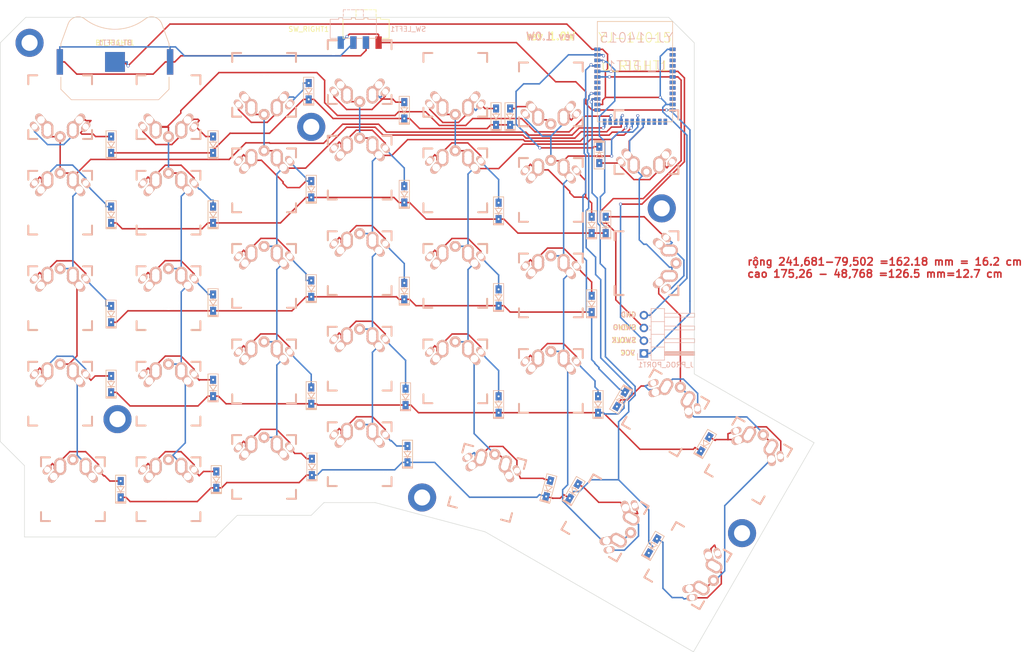
<source format=kicad_pcb>
(kicad_pcb (version 20171130) (host pcbnew "(5.1.5)-3")
  (title_block (title "Redox keyboard PCB") (date 2018-05-05) (rev 1.0) (comment 1 "designed by Mattia Dal Ben (aka u/TiaMaT102)") (comment 2 https://github.com/mattdibi/redox-keyboard))
  (layers (0 F.Cu signal) (31 B.Cu signal) (34 B.Paste user) (35 F.Paste user) (36 B.SilkS user) (37 F.SilkS user) (38 B.Mask user) (39 F.Mask user) (44 Edge.Cuts user))
  (net 0 "")
  (net 1 "Net-(D0-Pad2)")
  (net 2 row0)
  (net 3 "Net-(D1-Pad2)")
  (net 4 "Net-(D2-Pad2)")
  (net 5 "Net-(D3-Pad2)")
  (net 6 "Net-(D4-Pad2)")
  (net 7 "Net-(D5-Pad2)")
  (net 8 "Net-(D6-Pad2)")
  (net 9 "Net-(D10-Pad2)")
  (net 10 row1)
  (net 11 "Net-(D11-Pad2)")
  (net 12 "Net-(D12-Pad2)")
  (net 13 "Net-(D13-Pad2)")
  (net 14 "Net-(D14-Pad2)")
  (net 15 "Net-(D15-Pad2)")
  (net 16 "Net-(D16-Pad2)")
  (net 17 "Net-(D20-Pad2)")
  (net 18 row2)
  (net 19 "Net-(D21-Pad2)")
  (net 20 "Net-(D22-Pad2)")
  (net 21 "Net-(D23-Pad2)")
  (net 22 "Net-(D24-Pad2)")
  (net 23 "Net-(D25-Pad2)")
  (net 24 "Net-(D26-Pad2)")
  (net 25 "Net-(D30-Pad2)")
  (net 26 row3)
  (net 27 "Net-(D31-Pad2)")
  (net 28 "Net-(D32-Pad2)")
  (net 29 "Net-(D33-Pad2)")
  (net 30 "Net-(D34-Pad2)")
  (net 31 "Net-(D35-Pad2)")
  (net 32 "Net-(D36-Pad2)")
  (net 33 "Net-(D40-Pad2)")
  (net 34 row4)
  (net 35 "Net-(D41-Pad2)")
  (net 36 "Net-(D42-Pad2)")
  (net 37 "Net-(D43-Pad2)")
  (net 38 "Net-(D44-Pad2)")
  (net 39 "Net-(D45-Pad2)")
  (net 40 "Net-(D46-Pad2)")
  (net 41 col0)
  (net 42 col1)
  (net 43 col2)
  (net 44 col3)
  (net 45 col4)
  (net 46 col5)
  (net 47 col6)
  (net 48 VCC)
  (net 49 GND)
  (net 50 "Net-(BT_LEFT1-Pad1)")
  (net 51 "Net-(BT_RIGHT1-Pad1)")
  (net 52 SWCLK)
  (net 53 SWDIO)
  (net 54 "Net-(SW_LEFT1-Pad3)")
  (net 55 "Net-(SW_RIGHT1-Pad3)")
  (net 56 "Net-(U_LEFT1-Pad8)")
  (net 57 "Net-(U_LEFT1-Pad7)")
  (net 58 "Net-(U_LEFT1-Pad6)")
  (net 59 "Net-(U_LEFT1-Pad5)")
  (net 60 "Net-(U_LEFT1-Pad36)")
  (net 61 "Net-(U_LEFT1-Pad30)")
  (net 62 "Net-(U_LEFT1-Pad29)")
  (net 63 "Net-(U_LEFT1-Pad26)")
  (net 64 "Net-(U_LEFT1-Pad25)")
  (net 65 "Net-(U_LEFT1-Pad22)")
  (net 66 "Net-(U_LEFT1-Pad15)")
  (net 67 "Net-(U_RIGHT1-Pad8)")
  (net 68 "Net-(U_RIGHT1-Pad7)")
  (net 69 "Net-(U_RIGHT1-Pad6)")
  (net 70 "Net-(U_RIGHT1-Pad5)")
  (net 71 "Net-(U_RIGHT1-Pad36)")
  (net 72 "Net-(U_RIGHT1-Pad30)")
  (net 73 "Net-(U_RIGHT1-Pad29)")
  (net 74 "Net-(U_RIGHT1-Pad26)")
  (net 75 "Net-(U_RIGHT1-Pad25)")
  (net 76 "Net-(U_RIGHT1-Pad22)")
  (net 77 "Net-(U_RIGHT1-Pad15)")
  (net 78 "Net-(U_LEFT1-Pad13)")
  (net 79 "Net-(U_LEFT1-Pad10)")
  (net 80 "Net-(U_LEFT1-Pad9)")
  (net 81 "Net-(U_LEFT1-Pad4)")
  (net 82 "Net-(U_LEFT1-Pad3)")
  (net 83 "Net-(U_LEFT1-Pad2)")
  (net 84 "Net-(U_LEFT1-Pad16)")
  (net 85 "Net-(U_LEFT1-Pad14)")
  (net 86 "Net-(U_RIGHT1-Pad35)")
  (net 87 "Net-(U_RIGHT1-Pad34)")
  (net 88 "Net-(U_RIGHT1-Pad33)")
  (net 89 "Net-(U_RIGHT1-Pad28)")
  (net 90 "Net-(U_RIGHT1-Pad27)")
  (net 91 "Net-(U_RIGHT1-Pad24)")
  (net 92 "Net-(U_RIGHT1-Pad23)")
  (net 93 "Net-(U_RIGHT1-Pad21)")
  (module Connector_PinHeader_2.54mm:PinHeader_1x04_P2.54mm_Horizontal (layer B.Cu) (at 161.544 100.6856)
    (fp_text reference J_PROG_PORT1 (at 4.385 2.27) (layer B.SilkS) (effects (justify mirror)))
    (fp_text value Conn_01x04_Male)
    (pad 1 thru_hole rect (at 0 0) (size 1.7 1.7) (drill 1) (layers *.Cu *.Mask) (net 48 VCC))
    (pad 2 thru_hole oval (at 0 -2.54) (size 1.7 1.7) (drill 1) (layers *.Cu *.Mask) (net 52 SWCLK))
    (pad 3 thru_hole oval (at 0 -5.08) (size 1.7 1.7) (drill 1) (layers *.Cu *.Mask) (net 53 SWDIO))
    (pad 4 thru_hole oval (at 0 -7.62) (size 1.7 1.7) (drill 1) (layers *.Cu *.Mask) (net 49 GND))
  )
  (module Switch_2_mat:1u (layer F.Cu) (at 162.052 58.547 180)
    (fp_text reference K6)
    (fp_text value KEYSW)
    (pad 2 thru_hole oval (at 5.1 -3.9 130) (size 2.2 1.25) (drill 1.2) (layers *.Cu *.SilkS *.Mask) (net 8 "Net-(D6-Pad2)"))
    (pad "" np_thru_hole circle (at 0 0 270) (size 4 4) (drill 4) (layers *.Cu *.Mask))
    (pad "" np_thru_hole circle (at -5.5 0 270) (size 1.9 1.9) (drill 1.9) (layers *.Cu *.Mask))
    (pad "" np_thru_hole circle (at 5.5 0 270) (size 1.9 1.9) (drill 1.9) (layers *.Cu *.Mask))
    (pad 2 thru_hole oval (at -5.1 -3.9 230) (size 2.2 1.25) (drill 1.2) (layers *.Cu *.SilkS *.Mask) (net 8 "Net-(D6-Pad2)"))
    (pad 1 thru_hole circle (at 0 -5.9 270) (size 2.2 2.2) (drill 1.2) (layers *.Cu *.SilkS *.Mask) (net 47 col6))
    (pad 1 thru_hole circle (at 2.54 -5.08 180) (size 2.4 2.4) (drill 1.5) (layers *.Cu *.SilkS *.Mask) (net 47 col6))
    (pad 2 thru_hole oval (at -3.81 -2.54 230) (size 2.8 1.55) (drill 1.5) (layers *.Cu *.SilkS *.Mask) (net 8 "Net-(D6-Pad2)"))
    (pad 2 thru_hole circle (at -2.54 -5.08 180) (size 2.4 2.4) (drill 1.5) (layers *.Cu *.SilkS *.Mask) (net 8 "Net-(D6-Pad2)"))
    (pad 1 thru_hole oval (at 3.81 -2.54 130) (size 2.8 1.55) (drill 1.5) (layers *.Cu *.SilkS *.Mask) (net 47 col6))
    (pad 1 thru_hole circle (at 2.54 -4.5 180) (size 2.4 2.4) (drill 1.5) (layers *.Cu *.SilkS *.Mask) (net 47 col6))
    (pad 1 thru_hole circle (at 2.54 -4 180) (size 2.4 2.4) (drill 1.5) (layers *.Cu *.SilkS *.Mask) (net 47 col6))
    (pad 2 thru_hole circle (at -2.54 -4 180) (size 2.4 2.4) (drill 1.5) (layers *.Cu *.SilkS *.Mask) (net 8 "Net-(D6-Pad2)"))
    (pad 2 thru_hole circle (at -2.54 -4.5 180) (size 2.4 2.4) (drill 1.5) (layers *.Cu *.SilkS *.Mask) (net 8 "Net-(D6-Pad2)"))
    (pad "" np_thru_hole circle (at 5.08 0 180) (size 1.7 1.7) (drill 1.7) (layers *.Cu *.Mask))
    (pad "" np_thru_hole circle (at -5.08 0 180) (size 1.7 1.7) (drill 1.7) (layers *.Cu *.Mask))
  )
  (module fruitkey:Hole_M3 (layer F.Cu) (at 165.1 71.755)
    (fp_text reference H6)
    (fp_text value " ")
    (pad 1 thru_hole circle (at 0 0) (size 5.6 5.6) (drill 3.2) (layers *.Cu *.Mask))
  )
  (module fruitkey:Hole_M3 (layer F.Cu) (at 181.102 136.525)
    (fp_text reference H5)
    (fp_text value " ")
    (pad 1 thru_hole circle (at 0 0) (size 5.6 5.6) (drill 3.2) (layers *.Cu *.Mask))
  )
  (module fruitkey:Hole_M3 (layer F.Cu) (at 95.25 55.499)
    (fp_text reference H4)
    (fp_text value " ")
    (pad 1 thru_hole circle (at 0 0) (size 5.6 5.6) (drill 3.2) (layers *.Cu *.Mask))
  )
  (module fruitkey:Hole_M3 (layer F.Cu) (at 117.348 129.413)
    (fp_text reference H3)
    (fp_text value " ")
    (pad 1 thru_hole circle (at 0 0) (size 5.6 5.6) (drill 3.2) (layers *.Cu *.Mask))
  )
  (module fruitkey:Hole_M3 (layer F.Cu) (at 56.642 113.792)
    (fp_text reference H2)
    (fp_text value " ")
    (pad 1 thru_hole circle (at 0 0) (size 5.6 5.6) (drill 3.2) (layers *.Cu *.Mask))
  )
  (module fruitkey:Hole_M3 (layer F.Cu) (at 39.116 38.735)
    (fp_text reference H1)
    (fp_text value " ")
    (pad 1 thru_hole circle (at 0 0) (size 5.6 5.6) (drill 3.2) (layers *.Cu *.Mask))
  )
  (module Switch_2_mat:1u (layer F.Cu) (at 170.307 143.002 240)
    (fp_text reference K46)
    (fp_text value KEYSW)
    (pad 2 thru_hole oval (at 5.1 -3.9 190) (size 2.2 1.25) (drill 1.2) (layers *.Cu *.SilkS *.Mask) (net 40 "Net-(D46-Pad2)"))
    (pad "" np_thru_hole circle (at 0 0 330) (size 4 4) (drill 4) (layers *.Cu *.Mask))
    (pad "" np_thru_hole circle (at -5.5 0 330) (size 1.9 1.9) (drill 1.9) (layers *.Cu *.Mask))
    (pad "" np_thru_hole circle (at 5.5 0 330) (size 1.9 1.9) (drill 1.9) (layers *.Cu *.Mask))
    (pad 2 thru_hole oval (at -5.1 -3.9 290) (size 2.2 1.25) (drill 1.2) (layers *.Cu *.SilkS *.Mask) (net 40 "Net-(D46-Pad2)"))
    (pad 1 thru_hole circle (at 0 -5.9 330) (size 2.2 2.2) (drill 1.2) (layers *.Cu *.SilkS *.Mask) (net 47 col6))
    (pad 1 thru_hole circle (at 2.54 -5.08 240) (size 2.4 2.4) (drill 1.5) (layers *.Cu *.SilkS *.Mask) (net 47 col6))
    (pad 2 thru_hole oval (at -3.81 -2.54 290) (size 2.8 1.55) (drill 1.5) (layers *.Cu *.SilkS *.Mask) (net 40 "Net-(D46-Pad2)"))
    (pad 2 thru_hole circle (at -2.54 -5.08 240) (size 2.4 2.4) (drill 1.5) (layers *.Cu *.SilkS *.Mask) (net 40 "Net-(D46-Pad2)"))
    (pad 1 thru_hole oval (at 3.81 -2.54 190) (size 2.8 1.55) (drill 1.5) (layers *.Cu *.SilkS *.Mask) (net 47 col6))
    (pad 1 thru_hole circle (at 2.54 -4.5 240) (size 2.4 2.4) (drill 1.5) (layers *.Cu *.SilkS *.Mask) (net 47 col6))
    (pad 1 thru_hole circle (at 2.54 -4 240) (size 2.4 2.4) (drill 1.5) (layers *.Cu *.SilkS *.Mask) (net 47 col6))
    (pad 2 thru_hole circle (at -2.54 -4 240) (size 2.4 2.4) (drill 1.5) (layers *.Cu *.SilkS *.Mask) (net 40 "Net-(D46-Pad2)"))
    (pad 2 thru_hole circle (at -2.54 -4.5 240) (size 2.4 2.4) (drill 1.5) (layers *.Cu *.SilkS *.Mask) (net 40 "Net-(D46-Pad2)"))
    (pad "" np_thru_hole circle (at 5.08 0 240) (size 1.7 1.7) (drill 1.7) (layers *.Cu *.Mask))
    (pad "" np_thru_hole circle (at -5.08 0 240) (size 1.7 1.7) (drill 1.7) (layers *.Cu *.Mask))
    (pad "" np_thru_hole circle (at 5.22 4.2 240) (size 1 1) (drill 1) (layers *.Cu *.Mask))
    (pad "" np_thru_hole circle (at -5.22 4.2 240) (size 1 1) (drill 1) (layers *.Cu *.Mask))
  )
  (module Switch_2_mat:1u (layer F.Cu) (at 153.797 133.477 240)
    (fp_text reference K45)
    (fp_text value KEYSW)
    (pad 2 thru_hole oval (at 5.1 -3.9 190) (size 2.2 1.25) (drill 1.2) (layers *.Cu *.SilkS *.Mask) (net 39 "Net-(D45-Pad2)"))
    (pad "" np_thru_hole circle (at 0 0 330) (size 4 4) (drill 4) (layers *.Cu *.Mask))
    (pad "" np_thru_hole circle (at -5.5 0 330) (size 1.9 1.9) (drill 1.9) (layers *.Cu *.Mask))
    (pad "" np_thru_hole circle (at 5.5 0 330) (size 1.9 1.9) (drill 1.9) (layers *.Cu *.Mask))
    (pad 2 thru_hole oval (at -5.1 -3.9 290) (size 2.2 1.25) (drill 1.2) (layers *.Cu *.SilkS *.Mask) (net 39 "Net-(D45-Pad2)"))
    (pad 1 thru_hole circle (at 0 -5.9 330) (size 2.2 2.2) (drill 1.2) (layers *.Cu *.SilkS *.Mask) (net 46 col5))
    (pad 1 thru_hole circle (at 2.54 -5.08 240) (size 2.4 2.4) (drill 1.5) (layers *.Cu *.SilkS *.Mask) (net 46 col5))
    (pad 2 thru_hole oval (at -3.81 -2.54 290) (size 2.8 1.55) (drill 1.5) (layers *.Cu *.SilkS *.Mask) (net 39 "Net-(D45-Pad2)"))
    (pad 2 thru_hole circle (at -2.54 -5.08 240) (size 2.4 2.4) (drill 1.5) (layers *.Cu *.SilkS *.Mask) (net 39 "Net-(D45-Pad2)"))
    (pad 1 thru_hole oval (at 3.81 -2.54 190) (size 2.8 1.55) (drill 1.5) (layers *.Cu *.SilkS *.Mask) (net 46 col5))
    (pad 1 thru_hole circle (at 2.54 -4.5 240) (size 2.4 2.4) (drill 1.5) (layers *.Cu *.SilkS *.Mask) (net 46 col5))
    (pad 1 thru_hole circle (at 2.54 -4 240) (size 2.4 2.4) (drill 1.5) (layers *.Cu *.SilkS *.Mask) (net 46 col5))
    (pad 2 thru_hole circle (at -2.54 -4 240) (size 2.4 2.4) (drill 1.5) (layers *.Cu *.SilkS *.Mask) (net 39 "Net-(D45-Pad2)"))
    (pad 2 thru_hole circle (at -2.54 -4.5 240) (size 2.4 2.4) (drill 1.5) (layers *.Cu *.SilkS *.Mask) (net 39 "Net-(D45-Pad2)"))
    (pad "" np_thru_hole circle (at 5.08 0 240) (size 1.7 1.7) (drill 1.7) (layers *.Cu *.Mask))
    (pad "" np_thru_hole circle (at -5.08 0 240) (size 1.7 1.7) (drill 1.7) (layers *.Cu *.Mask))
    (pad "" np_thru_hole circle (at 5.22 4.2 240) (size 1 1) (drill 1) (layers *.Cu *.Mask))
    (pad "" np_thru_hole circle (at -5.22 4.2 240) (size 1 1) (drill 1) (layers *.Cu *.Mask))
  )
  (module Switch_2_mat:1u (layer F.Cu) (at 130.302 126.492 345)
    (fp_text reference K44)
    (fp_text value KEYSW)
    (pad 2 thru_hole oval (at 5.1 -3.9 295) (size 2.2 1.25) (drill 1.2) (layers *.Cu *.SilkS *.Mask) (net 38 "Net-(D44-Pad2)"))
    (pad "" np_thru_hole circle (at 0 0 75) (size 4 4) (drill 4) (layers *.Cu *.Mask))
    (pad "" np_thru_hole circle (at -5.5 0 75) (size 1.9 1.9) (drill 1.9) (layers *.Cu *.Mask))
    (pad "" np_thru_hole circle (at 5.5 0 75) (size 1.9 1.9) (drill 1.9) (layers *.Cu *.Mask))
    (pad 2 thru_hole oval (at -5.1 -3.9 35) (size 2.2 1.25) (drill 1.2) (layers *.Cu *.SilkS *.Mask) (net 38 "Net-(D44-Pad2)"))
    (pad 1 thru_hole circle (at 0 -5.9 75) (size 2.2 2.2) (drill 1.2) (layers *.Cu *.SilkS *.Mask) (net 45 col4))
    (pad 1 thru_hole circle (at 2.54 -5.08 345) (size 2.4 2.4) (drill 1.5) (layers *.Cu *.SilkS *.Mask) (net 45 col4))
    (pad 2 thru_hole oval (at -3.81 -2.54 35) (size 2.8 1.55) (drill 1.5) (layers *.Cu *.SilkS *.Mask) (net 38 "Net-(D44-Pad2)"))
    (pad 2 thru_hole circle (at -2.54 -5.08 345) (size 2.4 2.4) (drill 1.5) (layers *.Cu *.SilkS *.Mask) (net 38 "Net-(D44-Pad2)"))
    (pad 1 thru_hole oval (at 3.81 -2.54 295) (size 2.8 1.55) (drill 1.5) (layers *.Cu *.SilkS *.Mask) (net 45 col4))
    (pad 1 thru_hole circle (at 2.54 -4.5 345) (size 2.4 2.4) (drill 1.5) (layers *.Cu *.SilkS *.Mask) (net 45 col4))
    (pad 1 thru_hole circle (at 2.54 -4 345) (size 2.4 2.4) (drill 1.5) (layers *.Cu *.SilkS *.Mask) (net 45 col4))
    (pad 2 thru_hole circle (at -2.54 -4 345) (size 2.4 2.4) (drill 1.5) (layers *.Cu *.SilkS *.Mask) (net 38 "Net-(D44-Pad2)"))
    (pad 2 thru_hole circle (at -2.54 -4.5 345) (size 2.4 2.4) (drill 1.5) (layers *.Cu *.SilkS *.Mask) (net 38 "Net-(D44-Pad2)"))
    (pad "" np_thru_hole circle (at 5.08 0 345) (size 1.7 1.7) (drill 1.7) (layers *.Cu *.Mask))
    (pad "" np_thru_hole circle (at -5.08 0 345) (size 1.7 1.7) (drill 1.7) (layers *.Cu *.Mask))
    (pad "" np_thru_hole circle (at 5.22 4.2 345) (size 1 1) (drill 1) (layers *.Cu *.Mask))
    (pad "" np_thru_hole circle (at -5.22 4.2 345) (size 1 1) (drill 1) (layers *.Cu *.Mask))
  )
  (module Switch_2_mat:1u (layer F.Cu) (at 104.902 120.777)
    (fp_text reference K43)
    (fp_text value KEYSW)
    (pad 2 thru_hole oval (at 5.1 -3.9 310) (size 2.2 1.25) (drill 1.2) (layers *.Cu *.SilkS *.Mask) (net 37 "Net-(D43-Pad2)"))
    (pad "" np_thru_hole circle (at 0 0 90) (size 4 4) (drill 4) (layers *.Cu *.Mask))
    (pad "" np_thru_hole circle (at -5.5 0 90) (size 1.9 1.9) (drill 1.9) (layers *.Cu *.Mask))
    (pad "" np_thru_hole circle (at 5.5 0 90) (size 1.9 1.9) (drill 1.9) (layers *.Cu *.Mask))
    (pad 2 thru_hole oval (at -5.1 -3.9 50) (size 2.2 1.25) (drill 1.2) (layers *.Cu *.SilkS *.Mask) (net 37 "Net-(D43-Pad2)"))
    (pad 1 thru_hole circle (at 0 -5.9 90) (size 2.2 2.2) (drill 1.2) (layers *.Cu *.SilkS *.Mask) (net 44 col3))
    (pad 1 thru_hole circle (at 2.54 -5.08) (size 2.4 2.4) (drill 1.5) (layers *.Cu *.SilkS *.Mask) (net 44 col3))
    (pad 2 thru_hole oval (at -3.81 -2.54 50) (size 2.8 1.55) (drill 1.5) (layers *.Cu *.SilkS *.Mask) (net 37 "Net-(D43-Pad2)"))
    (pad 2 thru_hole circle (at -2.54 -5.08) (size 2.4 2.4) (drill 1.5) (layers *.Cu *.SilkS *.Mask) (net 37 "Net-(D43-Pad2)"))
    (pad 1 thru_hole oval (at 3.81 -2.54 310) (size 2.8 1.55) (drill 1.5) (layers *.Cu *.SilkS *.Mask) (net 44 col3))
    (pad 1 thru_hole circle (at 2.54 -4.5) (size 2.4 2.4) (drill 1.5) (layers *.Cu *.SilkS *.Mask) (net 44 col3))
    (pad 1 thru_hole circle (at 2.54 -4) (size 2.4 2.4) (drill 1.5) (layers *.Cu *.SilkS *.Mask) (net 44 col3))
    (pad 2 thru_hole circle (at -2.54 -4) (size 2.4 2.4) (drill 1.5) (layers *.Cu *.SilkS *.Mask) (net 37 "Net-(D43-Pad2)"))
    (pad 2 thru_hole circle (at -2.54 -4.5) (size 2.4 2.4) (drill 1.5) (layers *.Cu *.SilkS *.Mask) (net 37 "Net-(D43-Pad2)"))
    (pad "" np_thru_hole circle (at 5.08 0) (size 1.7 1.7) (drill 1.7) (layers *.Cu *.Mask))
    (pad "" np_thru_hole circle (at -5.08 0) (size 1.7 1.7) (drill 1.7) (layers *.Cu *.Mask))
    (pad "" np_thru_hole circle (at 5.22 4.2) (size 1 1) (drill 1) (layers *.Cu *.Mask))
    (pad "" np_thru_hole circle (at -5.22 4.2) (size 1 1) (drill 1) (layers *.Cu *.Mask))
  )
  (module Switch_2_mat:1u (layer F.Cu) (at 85.852 123.317)
    (fp_text reference K42)
    (fp_text value KEYSW)
    (pad 2 thru_hole oval (at 5.1 -3.9 310) (size 2.2 1.25) (drill 1.2) (layers *.Cu *.SilkS *.Mask) (net 36 "Net-(D42-Pad2)"))
    (pad "" np_thru_hole circle (at 0 0 90) (size 4 4) (drill 4) (layers *.Cu *.Mask))
    (pad "" np_thru_hole circle (at -5.5 0 90) (size 1.9 1.9) (drill 1.9) (layers *.Cu *.Mask))
    (pad "" np_thru_hole circle (at 5.5 0 90) (size 1.9 1.9) (drill 1.9) (layers *.Cu *.Mask))
    (pad 2 thru_hole oval (at -5.1 -3.9 50) (size 2.2 1.25) (drill 1.2) (layers *.Cu *.SilkS *.Mask) (net 36 "Net-(D42-Pad2)"))
    (pad 1 thru_hole circle (at 0 -5.9 90) (size 2.2 2.2) (drill 1.2) (layers *.Cu *.SilkS *.Mask) (net 43 col2))
    (pad 1 thru_hole circle (at 2.54 -5.08) (size 2.4 2.4) (drill 1.5) (layers *.Cu *.SilkS *.Mask) (net 43 col2))
    (pad 2 thru_hole oval (at -3.81 -2.54 50) (size 2.8 1.55) (drill 1.5) (layers *.Cu *.SilkS *.Mask) (net 36 "Net-(D42-Pad2)"))
    (pad 2 thru_hole circle (at -2.54 -5.08) (size 2.4 2.4) (drill 1.5) (layers *.Cu *.SilkS *.Mask) (net 36 "Net-(D42-Pad2)"))
    (pad 1 thru_hole oval (at 3.81 -2.54 310) (size 2.8 1.55) (drill 1.5) (layers *.Cu *.SilkS *.Mask) (net 43 col2))
    (pad 1 thru_hole circle (at 2.54 -4.5) (size 2.4 2.4) (drill 1.5) (layers *.Cu *.SilkS *.Mask) (net 43 col2))
    (pad 1 thru_hole circle (at 2.54 -4) (size 2.4 2.4) (drill 1.5) (layers *.Cu *.SilkS *.Mask) (net 43 col2))
    (pad 2 thru_hole circle (at -2.54 -4) (size 2.4 2.4) (drill 1.5) (layers *.Cu *.SilkS *.Mask) (net 36 "Net-(D42-Pad2)"))
    (pad 2 thru_hole circle (at -2.54 -4.5) (size 2.4 2.4) (drill 1.5) (layers *.Cu *.SilkS *.Mask) (net 36 "Net-(D42-Pad2)"))
    (pad "" np_thru_hole circle (at 5.08 0) (size 1.7 1.7) (drill 1.7) (layers *.Cu *.Mask))
    (pad "" np_thru_hole circle (at -5.08 0) (size 1.7 1.7) (drill 1.7) (layers *.Cu *.Mask))
    (pad "" np_thru_hole circle (at 5.22 4.2) (size 1 1) (drill 1) (layers *.Cu *.Mask))
    (pad "" np_thru_hole circle (at -5.22 4.2) (size 1 1) (drill 1) (layers *.Cu *.Mask))
  )
  (module Switch_2_mat:1u (layer F.Cu) (at 66.802 127.762)
    (fp_text reference K41)
    (fp_text value KEYSW)
    (pad 2 thru_hole oval (at 5.1 -3.9 310) (size 2.2 1.25) (drill 1.2) (layers *.Cu *.SilkS *.Mask) (net 35 "Net-(D41-Pad2)"))
    (pad "" np_thru_hole circle (at 0 0 90) (size 4 4) (drill 4) (layers *.Cu *.Mask))
    (pad "" np_thru_hole circle (at -5.5 0 90) (size 1.9 1.9) (drill 1.9) (layers *.Cu *.Mask))
    (pad "" np_thru_hole circle (at 5.5 0 90) (size 1.9 1.9) (drill 1.9) (layers *.Cu *.Mask))
    (pad 2 thru_hole oval (at -5.1 -3.9 50) (size 2.2 1.25) (drill 1.2) (layers *.Cu *.SilkS *.Mask) (net 35 "Net-(D41-Pad2)"))
    (pad 1 thru_hole circle (at 0 -5.9 90) (size 2.2 2.2) (drill 1.2) (layers *.Cu *.SilkS *.Mask) (net 42 col1))
    (pad 1 thru_hole circle (at 2.54 -5.08) (size 2.4 2.4) (drill 1.5) (layers *.Cu *.SilkS *.Mask) (net 42 col1))
    (pad 2 thru_hole oval (at -3.81 -2.54 50) (size 2.8 1.55) (drill 1.5) (layers *.Cu *.SilkS *.Mask) (net 35 "Net-(D41-Pad2)"))
    (pad 2 thru_hole circle (at -2.54 -5.08) (size 2.4 2.4) (drill 1.5) (layers *.Cu *.SilkS *.Mask) (net 35 "Net-(D41-Pad2)"))
    (pad 1 thru_hole oval (at 3.81 -2.54 310) (size 2.8 1.55) (drill 1.5) (layers *.Cu *.SilkS *.Mask) (net 42 col1))
    (pad 1 thru_hole circle (at 2.54 -4.5) (size 2.4 2.4) (drill 1.5) (layers *.Cu *.SilkS *.Mask) (net 42 col1))
    (pad 1 thru_hole circle (at 2.54 -4) (size 2.4 2.4) (drill 1.5) (layers *.Cu *.SilkS *.Mask) (net 42 col1))
    (pad 2 thru_hole circle (at -2.54 -4) (size 2.4 2.4) (drill 1.5) (layers *.Cu *.SilkS *.Mask) (net 35 "Net-(D41-Pad2)"))
    (pad 2 thru_hole circle (at -2.54 -4.5) (size 2.4 2.4) (drill 1.5) (layers *.Cu *.SilkS *.Mask) (net 35 "Net-(D41-Pad2)"))
    (pad "" np_thru_hole circle (at 5.08 0) (size 1.7 1.7) (drill 1.7) (layers *.Cu *.Mask))
    (pad "" np_thru_hole circle (at -5.08 0) (size 1.7 1.7) (drill 1.7) (layers *.Cu *.Mask))
    (pad "" np_thru_hole circle (at 5.22 4.2) (size 1 1) (drill 1) (layers *.Cu *.Mask))
    (pad "" np_thru_hole circle (at -5.22 4.2) (size 1 1) (drill 1) (layers *.Cu *.Mask))
  )
  (module Switch_2_mat:1u (layer F.Cu) (at 47.752 127.762)
    (fp_text reference K40)
    (fp_text value KEYSW)
    (pad 2 thru_hole oval (at 5.1 -3.9 310) (size 2.2 1.25) (drill 1.2) (layers *.Cu *.SilkS *.Mask) (net 33 "Net-(D40-Pad2)"))
    (pad "" np_thru_hole circle (at 0 0 90) (size 4 4) (drill 4) (layers *.Cu *.Mask))
    (pad "" np_thru_hole circle (at -5.5 0 90) (size 1.9 1.9) (drill 1.9) (layers *.Cu *.Mask))
    (pad "" np_thru_hole circle (at 5.5 0 90) (size 1.9 1.9) (drill 1.9) (layers *.Cu *.Mask))
    (pad 2 thru_hole oval (at -5.1 -3.9 50) (size 2.2 1.25) (drill 1.2) (layers *.Cu *.SilkS *.Mask) (net 33 "Net-(D40-Pad2)"))
    (pad 1 thru_hole circle (at 0 -5.9 90) (size 2.2 2.2) (drill 1.2) (layers *.Cu *.SilkS *.Mask) (net 41 col0))
    (pad 1 thru_hole circle (at 2.54 -5.08) (size 2.4 2.4) (drill 1.5) (layers *.Cu *.SilkS *.Mask) (net 41 col0))
    (pad 2 thru_hole oval (at -3.81 -2.54 50) (size 2.8 1.55) (drill 1.5) (layers *.Cu *.SilkS *.Mask) (net 33 "Net-(D40-Pad2)"))
    (pad 2 thru_hole circle (at -2.54 -5.08) (size 2.4 2.4) (drill 1.5) (layers *.Cu *.SilkS *.Mask) (net 33 "Net-(D40-Pad2)"))
    (pad 1 thru_hole oval (at 3.81 -2.54 310) (size 2.8 1.55) (drill 1.5) (layers *.Cu *.SilkS *.Mask) (net 41 col0))
    (pad 1 thru_hole circle (at 2.54 -4.5) (size 2.4 2.4) (drill 1.5) (layers *.Cu *.SilkS *.Mask) (net 41 col0))
    (pad 1 thru_hole circle (at 2.54 -4) (size 2.4 2.4) (drill 1.5) (layers *.Cu *.SilkS *.Mask) (net 41 col0))
    (pad 2 thru_hole circle (at -2.54 -4) (size 2.4 2.4) (drill 1.5) (layers *.Cu *.SilkS *.Mask) (net 33 "Net-(D40-Pad2)"))
    (pad 2 thru_hole circle (at -2.54 -4.5) (size 2.4 2.4) (drill 1.5) (layers *.Cu *.SilkS *.Mask) (net 33 "Net-(D40-Pad2)"))
    (pad "" np_thru_hole circle (at 5.08 0) (size 1.7 1.7) (drill 1.7) (layers *.Cu *.Mask))
    (pad "" np_thru_hole circle (at -5.08 0) (size 1.7 1.7) (drill 1.7) (layers *.Cu *.Mask))
    (pad "" np_thru_hole circle (at 5.22 4.2) (size 1 1) (drill 1) (layers *.Cu *.Mask))
    (pad "" np_thru_hole circle (at -5.22 4.2) (size 1 1) (drill 1) (layers *.Cu *.Mask))
  )
  (module Switch_2_mat:1u (layer F.Cu) (at 182.372 122.047 330)
    (fp_text reference K36)
    (fp_text value KEYSW)
    (pad 2 thru_hole oval (at 5.1 -3.9 280) (size 2.2 1.25) (drill 1.2) (layers *.Cu *.SilkS *.Mask) (net 32 "Net-(D36-Pad2)"))
    (pad "" np_thru_hole circle (at 0 0 60) (size 4 4) (drill 4) (layers *.Cu *.Mask))
    (pad "" np_thru_hole circle (at -5.5 0 60) (size 1.9 1.9) (drill 1.9) (layers *.Cu *.Mask))
    (pad "" np_thru_hole circle (at 5.5 0 60) (size 1.9 1.9) (drill 1.9) (layers *.Cu *.Mask))
    (pad 2 thru_hole oval (at -5.1 -3.9 20) (size 2.2 1.25) (drill 1.2) (layers *.Cu *.SilkS *.Mask) (net 32 "Net-(D36-Pad2)"))
    (pad 1 thru_hole circle (at 0 -5.9 60) (size 2.2 2.2) (drill 1.2) (layers *.Cu *.SilkS *.Mask) (net 47 col6))
    (pad 1 thru_hole circle (at 2.54 -5.08 330) (size 2.4 2.4) (drill 1.5) (layers *.Cu *.SilkS *.Mask) (net 47 col6))
    (pad 2 thru_hole oval (at -3.81 -2.54 20) (size 2.8 1.55) (drill 1.5) (layers *.Cu *.SilkS *.Mask) (net 32 "Net-(D36-Pad2)"))
    (pad 2 thru_hole circle (at -2.54 -5.08 330) (size 2.4 2.4) (drill 1.5) (layers *.Cu *.SilkS *.Mask) (net 32 "Net-(D36-Pad2)"))
    (pad 1 thru_hole oval (at 3.81 -2.54 280) (size 2.8 1.55) (drill 1.5) (layers *.Cu *.SilkS *.Mask) (net 47 col6))
    (pad 1 thru_hole circle (at 2.54 -4.5 330) (size 2.4 2.4) (drill 1.5) (layers *.Cu *.SilkS *.Mask) (net 47 col6))
    (pad 1 thru_hole circle (at 2.54 -4 330) (size 2.4 2.4) (drill 1.5) (layers *.Cu *.SilkS *.Mask) (net 47 col6))
    (pad 2 thru_hole circle (at -2.54 -4 330) (size 2.4 2.4) (drill 1.5) (layers *.Cu *.SilkS *.Mask) (net 32 "Net-(D36-Pad2)"))
    (pad 2 thru_hole circle (at -2.54 -4.5 330) (size 2.4 2.4) (drill 1.5) (layers *.Cu *.SilkS *.Mask) (net 32 "Net-(D36-Pad2)"))
    (pad "" np_thru_hole circle (at 5.08 0 330) (size 1.7 1.7) (drill 1.7) (layers *.Cu *.Mask))
    (pad "" np_thru_hole circle (at -5.08 0 330) (size 1.7 1.7) (drill 1.7) (layers *.Cu *.Mask))
    (pad "" np_thru_hole circle (at 5.22 4.2 330) (size 1 1) (drill 1) (layers *.Cu *.Mask))
    (pad "" np_thru_hole circle (at -5.22 4.2 330) (size 1 1) (drill 1) (layers *.Cu *.Mask))
  )
  (module Switch_2_mat:1u (layer F.Cu) (at 143.002 106.172)
    (fp_text reference K35)
    (fp_text value KEYSW)
    (pad 2 thru_hole oval (at 5.1 -3.9 310) (size 2.2 1.25) (drill 1.2) (layers *.Cu *.SilkS *.Mask) (net 31 "Net-(D35-Pad2)"))
    (pad "" np_thru_hole circle (at 0 0 90) (size 4 4) (drill 4) (layers *.Cu *.Mask))
    (pad "" np_thru_hole circle (at -5.5 0 90) (size 1.9 1.9) (drill 1.9) (layers *.Cu *.Mask))
    (pad "" np_thru_hole circle (at 5.5 0 90) (size 1.9 1.9) (drill 1.9) (layers *.Cu *.Mask))
    (pad 2 thru_hole oval (at -5.1 -3.9 50) (size 2.2 1.25) (drill 1.2) (layers *.Cu *.SilkS *.Mask) (net 31 "Net-(D35-Pad2)"))
    (pad 1 thru_hole circle (at 0 -5.9 90) (size 2.2 2.2) (drill 1.2) (layers *.Cu *.SilkS *.Mask) (net 46 col5))
    (pad 1 thru_hole circle (at 2.54 -5.08) (size 2.4 2.4) (drill 1.5) (layers *.Cu *.SilkS *.Mask) (net 46 col5))
    (pad 2 thru_hole oval (at -3.81 -2.54 50) (size 2.8 1.55) (drill 1.5) (layers *.Cu *.SilkS *.Mask) (net 31 "Net-(D35-Pad2)"))
    (pad 2 thru_hole circle (at -2.54 -5.08) (size 2.4 2.4) (drill 1.5) (layers *.Cu *.SilkS *.Mask) (net 31 "Net-(D35-Pad2)"))
    (pad 1 thru_hole oval (at 3.81 -2.54 310) (size 2.8 1.55) (drill 1.5) (layers *.Cu *.SilkS *.Mask) (net 46 col5))
    (pad 1 thru_hole circle (at 2.54 -4.5) (size 2.4 2.4) (drill 1.5) (layers *.Cu *.SilkS *.Mask) (net 46 col5))
    (pad 1 thru_hole circle (at 2.54 -4) (size 2.4 2.4) (drill 1.5) (layers *.Cu *.SilkS *.Mask) (net 46 col5))
    (pad 2 thru_hole circle (at -2.54 -4) (size 2.4 2.4) (drill 1.5) (layers *.Cu *.SilkS *.Mask) (net 31 "Net-(D35-Pad2)"))
    (pad 2 thru_hole circle (at -2.54 -4.5) (size 2.4 2.4) (drill 1.5) (layers *.Cu *.SilkS *.Mask) (net 31 "Net-(D35-Pad2)"))
    (pad "" np_thru_hole circle (at 5.08 0) (size 1.7 1.7) (drill 1.7) (layers *.Cu *.Mask))
    (pad "" np_thru_hole circle (at -5.08 0) (size 1.7 1.7) (drill 1.7) (layers *.Cu *.Mask))
    (pad "" np_thru_hole circle (at 5.22 4.2) (size 1 1) (drill 1) (layers *.Cu *.Mask))
    (pad "" np_thru_hole circle (at -5.22 4.2) (size 1 1) (drill 1) (layers *.Cu *.Mask))
  )
  (module Switch_2_mat:1u (layer F.Cu) (at 123.952 104.267)
    (fp_text reference K34)
    (fp_text value KEYSW)
    (pad 2 thru_hole oval (at 5.1 -3.9 310) (size 2.2 1.25) (drill 1.2) (layers *.Cu *.SilkS *.Mask) (net 30 "Net-(D34-Pad2)"))
    (pad "" np_thru_hole circle (at 0 0 90) (size 4 4) (drill 4) (layers *.Cu *.Mask))
    (pad "" np_thru_hole circle (at -5.5 0 90) (size 1.9 1.9) (drill 1.9) (layers *.Cu *.Mask))
    (pad "" np_thru_hole circle (at 5.5 0 90) (size 1.9 1.9) (drill 1.9) (layers *.Cu *.Mask))
    (pad 2 thru_hole oval (at -5.1 -3.9 50) (size 2.2 1.25) (drill 1.2) (layers *.Cu *.SilkS *.Mask) (net 30 "Net-(D34-Pad2)"))
    (pad 1 thru_hole circle (at 0 -5.9 90) (size 2.2 2.2) (drill 1.2) (layers *.Cu *.SilkS *.Mask) (net 45 col4))
    (pad 1 thru_hole circle (at 2.54 -5.08) (size 2.4 2.4) (drill 1.5) (layers *.Cu *.SilkS *.Mask) (net 45 col4))
    (pad 2 thru_hole oval (at -3.81 -2.54 50) (size 2.8 1.55) (drill 1.5) (layers *.Cu *.SilkS *.Mask) (net 30 "Net-(D34-Pad2)"))
    (pad 2 thru_hole circle (at -2.54 -5.08) (size 2.4 2.4) (drill 1.5) (layers *.Cu *.SilkS *.Mask) (net 30 "Net-(D34-Pad2)"))
    (pad 1 thru_hole oval (at 3.81 -2.54 310) (size 2.8 1.55) (drill 1.5) (layers *.Cu *.SilkS *.Mask) (net 45 col4))
    (pad 1 thru_hole circle (at 2.54 -4.5) (size 2.4 2.4) (drill 1.5) (layers *.Cu *.SilkS *.Mask) (net 45 col4))
    (pad 1 thru_hole circle (at 2.54 -4) (size 2.4 2.4) (drill 1.5) (layers *.Cu *.SilkS *.Mask) (net 45 col4))
    (pad 2 thru_hole circle (at -2.54 -4) (size 2.4 2.4) (drill 1.5) (layers *.Cu *.SilkS *.Mask) (net 30 "Net-(D34-Pad2)"))
    (pad 2 thru_hole circle (at -2.54 -4.5) (size 2.4 2.4) (drill 1.5) (layers *.Cu *.SilkS *.Mask) (net 30 "Net-(D34-Pad2)"))
    (pad "" np_thru_hole circle (at 5.08 0) (size 1.7 1.7) (drill 1.7) (layers *.Cu *.Mask))
    (pad "" np_thru_hole circle (at -5.08 0) (size 1.7 1.7) (drill 1.7) (layers *.Cu *.Mask))
    (pad "" np_thru_hole circle (at 5.22 4.2) (size 1 1) (drill 1) (layers *.Cu *.Mask))
    (pad "" np_thru_hole circle (at -5.22 4.2) (size 1 1) (drill 1) (layers *.Cu *.Mask))
  )
  (module Switch_2_mat:1u (layer F.Cu) (at 104.902 101.727)
    (fp_text reference K33)
    (fp_text value KEYSW)
    (pad 2 thru_hole oval (at 5.1 -3.9 310) (size 2.2 1.25) (drill 1.2) (layers *.Cu *.SilkS *.Mask) (net 29 "Net-(D33-Pad2)"))
    (pad "" np_thru_hole circle (at 0 0 90) (size 4 4) (drill 4) (layers *.Cu *.Mask))
    (pad "" np_thru_hole circle (at -5.5 0 90) (size 1.9 1.9) (drill 1.9) (layers *.Cu *.Mask))
    (pad "" np_thru_hole circle (at 5.5 0 90) (size 1.9 1.9) (drill 1.9) (layers *.Cu *.Mask))
    (pad 2 thru_hole oval (at -5.1 -3.9 50) (size 2.2 1.25) (drill 1.2) (layers *.Cu *.SilkS *.Mask) (net 29 "Net-(D33-Pad2)"))
    (pad 1 thru_hole circle (at 0 -5.9 90) (size 2.2 2.2) (drill 1.2) (layers *.Cu *.SilkS *.Mask) (net 44 col3))
    (pad 1 thru_hole circle (at 2.54 -5.08) (size 2.4 2.4) (drill 1.5) (layers *.Cu *.SilkS *.Mask) (net 44 col3))
    (pad 2 thru_hole oval (at -3.81 -2.54 50) (size 2.8 1.55) (drill 1.5) (layers *.Cu *.SilkS *.Mask) (net 29 "Net-(D33-Pad2)"))
    (pad 2 thru_hole circle (at -2.54 -5.08) (size 2.4 2.4) (drill 1.5) (layers *.Cu *.SilkS *.Mask) (net 29 "Net-(D33-Pad2)"))
    (pad 1 thru_hole oval (at 3.81 -2.54 310) (size 2.8 1.55) (drill 1.5) (layers *.Cu *.SilkS *.Mask) (net 44 col3))
    (pad 1 thru_hole circle (at 2.54 -4.5) (size 2.4 2.4) (drill 1.5) (layers *.Cu *.SilkS *.Mask) (net 44 col3))
    (pad 1 thru_hole circle (at 2.54 -4) (size 2.4 2.4) (drill 1.5) (layers *.Cu *.SilkS *.Mask) (net 44 col3))
    (pad 2 thru_hole circle (at -2.54 -4) (size 2.4 2.4) (drill 1.5) (layers *.Cu *.SilkS *.Mask) (net 29 "Net-(D33-Pad2)"))
    (pad 2 thru_hole circle (at -2.54 -4.5) (size 2.4 2.4) (drill 1.5) (layers *.Cu *.SilkS *.Mask) (net 29 "Net-(D33-Pad2)"))
    (pad "" np_thru_hole circle (at 5.08 0) (size 1.7 1.7) (drill 1.7) (layers *.Cu *.Mask))
    (pad "" np_thru_hole circle (at -5.08 0) (size 1.7 1.7) (drill 1.7) (layers *.Cu *.Mask))
    (pad "" np_thru_hole circle (at 5.22 4.2) (size 1 1) (drill 1) (layers *.Cu *.Mask))
    (pad "" np_thru_hole circle (at -5.22 4.2) (size 1 1) (drill 1) (layers *.Cu *.Mask))
  )
  (module Switch_2_mat:1u (layer F.Cu) (at 85.852 104.267)
    (fp_text reference K32)
    (fp_text value KEYSW)
    (pad 2 thru_hole oval (at 5.1 -3.9 310) (size 2.2 1.25) (drill 1.2) (layers *.Cu *.SilkS *.Mask) (net 28 "Net-(D32-Pad2)"))
    (pad "" np_thru_hole circle (at 0 0 90) (size 4 4) (drill 4) (layers *.Cu *.Mask))
    (pad "" np_thru_hole circle (at -5.5 0 90) (size 1.9 1.9) (drill 1.9) (layers *.Cu *.Mask))
    (pad "" np_thru_hole circle (at 5.5 0 90) (size 1.9 1.9) (drill 1.9) (layers *.Cu *.Mask))
    (pad 2 thru_hole oval (at -5.1 -3.9 50) (size 2.2 1.25) (drill 1.2) (layers *.Cu *.SilkS *.Mask) (net 28 "Net-(D32-Pad2)"))
    (pad 1 thru_hole circle (at 0 -5.9 90) (size 2.2 2.2) (drill 1.2) (layers *.Cu *.SilkS *.Mask) (net 43 col2))
    (pad 1 thru_hole circle (at 2.54 -5.08) (size 2.4 2.4) (drill 1.5) (layers *.Cu *.SilkS *.Mask) (net 43 col2))
    (pad 2 thru_hole oval (at -3.81 -2.54 50) (size 2.8 1.55) (drill 1.5) (layers *.Cu *.SilkS *.Mask) (net 28 "Net-(D32-Pad2)"))
    (pad 2 thru_hole circle (at -2.54 -5.08) (size 2.4 2.4) (drill 1.5) (layers *.Cu *.SilkS *.Mask) (net 28 "Net-(D32-Pad2)"))
    (pad 1 thru_hole oval (at 3.81 -2.54 310) (size 2.8 1.55) (drill 1.5) (layers *.Cu *.SilkS *.Mask) (net 43 col2))
    (pad 1 thru_hole circle (at 2.54 -4.5) (size 2.4 2.4) (drill 1.5) (layers *.Cu *.SilkS *.Mask) (net 43 col2))
    (pad 1 thru_hole circle (at 2.54 -4) (size 2.4 2.4) (drill 1.5) (layers *.Cu *.SilkS *.Mask) (net 43 col2))
    (pad 2 thru_hole circle (at -2.54 -4) (size 2.4 2.4) (drill 1.5) (layers *.Cu *.SilkS *.Mask) (net 28 "Net-(D32-Pad2)"))
    (pad 2 thru_hole circle (at -2.54 -4.5) (size 2.4 2.4) (drill 1.5) (layers *.Cu *.SilkS *.Mask) (net 28 "Net-(D32-Pad2)"))
    (pad "" np_thru_hole circle (at 5.08 0) (size 1.7 1.7) (drill 1.7) (layers *.Cu *.Mask))
    (pad "" np_thru_hole circle (at -5.08 0) (size 1.7 1.7) (drill 1.7) (layers *.Cu *.Mask))
    (pad "" np_thru_hole circle (at 5.22 4.2) (size 1 1) (drill 1) (layers *.Cu *.Mask))
    (pad "" np_thru_hole circle (at -5.22 4.2) (size 1 1) (drill 1) (layers *.Cu *.Mask))
  )
  (module Switch_2_mat:1u (layer F.Cu) (at 66.802 108.712)
    (fp_text reference K31)
    (fp_text value KEYSW)
    (pad 2 thru_hole oval (at 5.1 -3.9 310) (size 2.2 1.25) (drill 1.2) (layers *.Cu *.SilkS *.Mask) (net 27 "Net-(D31-Pad2)"))
    (pad "" np_thru_hole circle (at 0 0 90) (size 4 4) (drill 4) (layers *.Cu *.Mask))
    (pad "" np_thru_hole circle (at -5.5 0 90) (size 1.9 1.9) (drill 1.9) (layers *.Cu *.Mask))
    (pad "" np_thru_hole circle (at 5.5 0 90) (size 1.9 1.9) (drill 1.9) (layers *.Cu *.Mask))
    (pad 2 thru_hole oval (at -5.1 -3.9 50) (size 2.2 1.25) (drill 1.2) (layers *.Cu *.SilkS *.Mask) (net 27 "Net-(D31-Pad2)"))
    (pad 1 thru_hole circle (at 0 -5.9 90) (size 2.2 2.2) (drill 1.2) (layers *.Cu *.SilkS *.Mask) (net 42 col1))
    (pad 1 thru_hole circle (at 2.54 -5.08) (size 2.4 2.4) (drill 1.5) (layers *.Cu *.SilkS *.Mask) (net 42 col1))
    (pad 2 thru_hole oval (at -3.81 -2.54 50) (size 2.8 1.55) (drill 1.5) (layers *.Cu *.SilkS *.Mask) (net 27 "Net-(D31-Pad2)"))
    (pad 2 thru_hole circle (at -2.54 -5.08) (size 2.4 2.4) (drill 1.5) (layers *.Cu *.SilkS *.Mask) (net 27 "Net-(D31-Pad2)"))
    (pad 1 thru_hole oval (at 3.81 -2.54 310) (size 2.8 1.55) (drill 1.5) (layers *.Cu *.SilkS *.Mask) (net 42 col1))
    (pad 1 thru_hole circle (at 2.54 -4.5) (size 2.4 2.4) (drill 1.5) (layers *.Cu *.SilkS *.Mask) (net 42 col1))
    (pad 1 thru_hole circle (at 2.54 -4) (size 2.4 2.4) (drill 1.5) (layers *.Cu *.SilkS *.Mask) (net 42 col1))
    (pad 2 thru_hole circle (at -2.54 -4) (size 2.4 2.4) (drill 1.5) (layers *.Cu *.SilkS *.Mask) (net 27 "Net-(D31-Pad2)"))
    (pad 2 thru_hole circle (at -2.54 -4.5) (size 2.4 2.4) (drill 1.5) (layers *.Cu *.SilkS *.Mask) (net 27 "Net-(D31-Pad2)"))
    (pad "" np_thru_hole circle (at 5.08 0) (size 1.7 1.7) (drill 1.7) (layers *.Cu *.Mask))
    (pad "" np_thru_hole circle (at -5.08 0) (size 1.7 1.7) (drill 1.7) (layers *.Cu *.Mask))
    (pad "" np_thru_hole circle (at 5.22 4.2) (size 1 1) (drill 1) (layers *.Cu *.Mask))
    (pad "" np_thru_hole circle (at -5.22 4.2) (size 1 1) (drill 1) (layers *.Cu *.Mask))
  )
  (module Switch_2_mat:1u (layer F.Cu) (at 45.212 108.712)
    (fp_text reference K30)
    (fp_text value KEYSW)
    (pad 2 thru_hole oval (at 5.1 -3.9 310) (size 2.2 1.25) (drill 1.2) (layers *.Cu *.SilkS *.Mask) (net 25 "Net-(D30-Pad2)"))
    (pad "" np_thru_hole circle (at 0 0 90) (size 4 4) (drill 4) (layers *.Cu *.Mask))
    (pad "" np_thru_hole circle (at -5.5 0 90) (size 1.9 1.9) (drill 1.9) (layers *.Cu *.Mask))
    (pad "" np_thru_hole circle (at 5.5 0 90) (size 1.9 1.9) (drill 1.9) (layers *.Cu *.Mask))
    (pad 2 thru_hole oval (at -5.1 -3.9 50) (size 2.2 1.25) (drill 1.2) (layers *.Cu *.SilkS *.Mask) (net 25 "Net-(D30-Pad2)"))
    (pad 1 thru_hole circle (at 0 -5.9 90) (size 2.2 2.2) (drill 1.2) (layers *.Cu *.SilkS *.Mask) (net 41 col0))
    (pad 1 thru_hole circle (at 2.54 -5.08) (size 2.4 2.4) (drill 1.5) (layers *.Cu *.SilkS *.Mask) (net 41 col0))
    (pad 2 thru_hole oval (at -3.81 -2.54 50) (size 2.8 1.55) (drill 1.5) (layers *.Cu *.SilkS *.Mask) (net 25 "Net-(D30-Pad2)"))
    (pad 2 thru_hole circle (at -2.54 -5.08) (size 2.4 2.4) (drill 1.5) (layers *.Cu *.SilkS *.Mask) (net 25 "Net-(D30-Pad2)"))
    (pad 1 thru_hole oval (at 3.81 -2.54 310) (size 2.8 1.55) (drill 1.5) (layers *.Cu *.SilkS *.Mask) (net 41 col0))
    (pad 1 thru_hole circle (at 2.54 -4.5) (size 2.4 2.4) (drill 1.5) (layers *.Cu *.SilkS *.Mask) (net 41 col0))
    (pad 1 thru_hole circle (at 2.54 -4) (size 2.4 2.4) (drill 1.5) (layers *.Cu *.SilkS *.Mask) (net 41 col0))
    (pad 2 thru_hole circle (at -2.54 -4) (size 2.4 2.4) (drill 1.5) (layers *.Cu *.SilkS *.Mask) (net 25 "Net-(D30-Pad2)"))
    (pad 2 thru_hole circle (at -2.54 -4.5) (size 2.4 2.4) (drill 1.5) (layers *.Cu *.SilkS *.Mask) (net 25 "Net-(D30-Pad2)"))
    (pad "" np_thru_hole circle (at 5.08 0) (size 1.7 1.7) (drill 1.7) (layers *.Cu *.Mask))
    (pad "" np_thru_hole circle (at -5.08 0) (size 1.7 1.7) (drill 1.7) (layers *.Cu *.Mask))
    (pad "" np_thru_hole circle (at 5.22 4.2) (size 1 1) (drill 1) (layers *.Cu *.Mask))
    (pad "" np_thru_hole circle (at -5.22 4.2) (size 1 1) (drill 1) (layers *.Cu *.Mask))
  )
  (module Switch_2_mat:1u (layer F.Cu) (at 165.862 112.522 330)
    (fp_text reference K26)
    (fp_text value KEYSW)
    (pad 2 thru_hole oval (at 5.1 -3.9 280) (size 2.2 1.25) (drill 1.2) (layers *.Cu *.SilkS *.Mask) (net 24 "Net-(D26-Pad2)"))
    (pad "" np_thru_hole circle (at 0 0 60) (size 4 4) (drill 4) (layers *.Cu *.Mask))
    (pad "" np_thru_hole circle (at -5.5 0 60) (size 1.9 1.9) (drill 1.9) (layers *.Cu *.Mask))
    (pad "" np_thru_hole circle (at 5.5 0 60) (size 1.9 1.9) (drill 1.9) (layers *.Cu *.Mask))
    (pad 2 thru_hole oval (at -5.1 -3.9 20) (size 2.2 1.25) (drill 1.2) (layers *.Cu *.SilkS *.Mask) (net 24 "Net-(D26-Pad2)"))
    (pad 1 thru_hole circle (at 0 -5.9 60) (size 2.2 2.2) (drill 1.2) (layers *.Cu *.SilkS *.Mask) (net 47 col6))
    (pad 1 thru_hole circle (at 2.54 -5.08 330) (size 2.4 2.4) (drill 1.5) (layers *.Cu *.SilkS *.Mask) (net 47 col6))
    (pad 2 thru_hole oval (at -3.81 -2.54 20) (size 2.8 1.55) (drill 1.5) (layers *.Cu *.SilkS *.Mask) (net 24 "Net-(D26-Pad2)"))
    (pad 2 thru_hole circle (at -2.54 -5.08 330) (size 2.4 2.4) (drill 1.5) (layers *.Cu *.SilkS *.Mask) (net 24 "Net-(D26-Pad2)"))
    (pad 1 thru_hole oval (at 3.81 -2.54 280) (size 2.8 1.55) (drill 1.5) (layers *.Cu *.SilkS *.Mask) (net 47 col6))
    (pad 1 thru_hole circle (at 2.54 -4.5 330) (size 2.4 2.4) (drill 1.5) (layers *.Cu *.SilkS *.Mask) (net 47 col6))
    (pad 1 thru_hole circle (at 2.54 -4 330) (size 2.4 2.4) (drill 1.5) (layers *.Cu *.SilkS *.Mask) (net 47 col6))
    (pad 2 thru_hole circle (at -2.54 -4 330) (size 2.4 2.4) (drill 1.5) (layers *.Cu *.SilkS *.Mask) (net 24 "Net-(D26-Pad2)"))
    (pad 2 thru_hole circle (at -2.54 -4.5 330) (size 2.4 2.4) (drill 1.5) (layers *.Cu *.SilkS *.Mask) (net 24 "Net-(D26-Pad2)"))
    (pad "" np_thru_hole circle (at 5.08 0 330) (size 1.7 1.7) (drill 1.7) (layers *.Cu *.Mask))
    (pad "" np_thru_hole circle (at -5.08 0 330) (size 1.7 1.7) (drill 1.7) (layers *.Cu *.Mask))
    (pad "" np_thru_hole circle (at 5.22 4.2 330) (size 1 1) (drill 1) (layers *.Cu *.Mask))
    (pad "" np_thru_hole circle (at -5.22 4.2 330) (size 1 1) (drill 1) (layers *.Cu *.Mask))
  )
  (module Switch_2_mat:1u (layer F.Cu) (at 143.002 87.122)
    (fp_text reference K25)
    (fp_text value KEYSW)
    (pad 2 thru_hole oval (at 5.1 -3.9 310) (size 2.2 1.25) (drill 1.2) (layers *.Cu *.SilkS *.Mask) (net 23 "Net-(D25-Pad2)"))
    (pad "" np_thru_hole circle (at 0 0 90) (size 4 4) (drill 4) (layers *.Cu *.Mask))
    (pad "" np_thru_hole circle (at -5.5 0 90) (size 1.9 1.9) (drill 1.9) (layers *.Cu *.Mask))
    (pad "" np_thru_hole circle (at 5.5 0 90) (size 1.9 1.9) (drill 1.9) (layers *.Cu *.Mask))
    (pad 2 thru_hole oval (at -5.1 -3.9 50) (size 2.2 1.25) (drill 1.2) (layers *.Cu *.SilkS *.Mask) (net 23 "Net-(D25-Pad2)"))
    (pad 1 thru_hole circle (at 0 -5.9 90) (size 2.2 2.2) (drill 1.2) (layers *.Cu *.SilkS *.Mask) (net 46 col5))
    (pad 1 thru_hole circle (at 2.54 -5.08) (size 2.4 2.4) (drill 1.5) (layers *.Cu *.SilkS *.Mask) (net 46 col5))
    (pad 2 thru_hole oval (at -3.81 -2.54 50) (size 2.8 1.55) (drill 1.5) (layers *.Cu *.SilkS *.Mask) (net 23 "Net-(D25-Pad2)"))
    (pad 2 thru_hole circle (at -2.54 -5.08) (size 2.4 2.4) (drill 1.5) (layers *.Cu *.SilkS *.Mask) (net 23 "Net-(D25-Pad2)"))
    (pad 1 thru_hole oval (at 3.81 -2.54 310) (size 2.8 1.55) (drill 1.5) (layers *.Cu *.SilkS *.Mask) (net 46 col5))
    (pad 1 thru_hole circle (at 2.54 -4.5) (size 2.4 2.4) (drill 1.5) (layers *.Cu *.SilkS *.Mask) (net 46 col5))
    (pad 1 thru_hole circle (at 2.54 -4) (size 2.4 2.4) (drill 1.5) (layers *.Cu *.SilkS *.Mask) (net 46 col5))
    (pad 2 thru_hole circle (at -2.54 -4) (size 2.4 2.4) (drill 1.5) (layers *.Cu *.SilkS *.Mask) (net 23 "Net-(D25-Pad2)"))
    (pad 2 thru_hole circle (at -2.54 -4.5) (size 2.4 2.4) (drill 1.5) (layers *.Cu *.SilkS *.Mask) (net 23 "Net-(D25-Pad2)"))
    (pad "" np_thru_hole circle (at 5.08 0) (size 1.7 1.7) (drill 1.7) (layers *.Cu *.Mask))
    (pad "" np_thru_hole circle (at -5.08 0) (size 1.7 1.7) (drill 1.7) (layers *.Cu *.Mask))
    (pad "" np_thru_hole circle (at 5.22 4.2) (size 1 1) (drill 1) (layers *.Cu *.Mask))
    (pad "" np_thru_hole circle (at -5.22 4.2) (size 1 1) (drill 1) (layers *.Cu *.Mask))
  )
  (module Switch_2_mat:1u (layer F.Cu) (at 123.952 85.217)
    (fp_text reference K24)
    (fp_text value KEYSW)
    (pad 2 thru_hole oval (at 5.1 -3.9 310) (size 2.2 1.25) (drill 1.2) (layers *.Cu *.SilkS *.Mask) (net 22 "Net-(D24-Pad2)"))
    (pad "" np_thru_hole circle (at 0 0 90) (size 4 4) (drill 4) (layers *.Cu *.Mask))
    (pad "" np_thru_hole circle (at -5.5 0 90) (size 1.9 1.9) (drill 1.9) (layers *.Cu *.Mask))
    (pad "" np_thru_hole circle (at 5.5 0 90) (size 1.9 1.9) (drill 1.9) (layers *.Cu *.Mask))
    (pad 2 thru_hole oval (at -5.1 -3.9 50) (size 2.2 1.25) (drill 1.2) (layers *.Cu *.SilkS *.Mask) (net 22 "Net-(D24-Pad2)"))
    (pad 1 thru_hole circle (at 0 -5.9 90) (size 2.2 2.2) (drill 1.2) (layers *.Cu *.SilkS *.Mask) (net 45 col4))
    (pad 1 thru_hole circle (at 2.54 -5.08) (size 2.4 2.4) (drill 1.5) (layers *.Cu *.SilkS *.Mask) (net 45 col4))
    (pad 2 thru_hole oval (at -3.81 -2.54 50) (size 2.8 1.55) (drill 1.5) (layers *.Cu *.SilkS *.Mask) (net 22 "Net-(D24-Pad2)"))
    (pad 2 thru_hole circle (at -2.54 -5.08) (size 2.4 2.4) (drill 1.5) (layers *.Cu *.SilkS *.Mask) (net 22 "Net-(D24-Pad2)"))
    (pad 1 thru_hole oval (at 3.81 -2.54 310) (size 2.8 1.55) (drill 1.5) (layers *.Cu *.SilkS *.Mask) (net 45 col4))
    (pad 1 thru_hole circle (at 2.54 -4.5) (size 2.4 2.4) (drill 1.5) (layers *.Cu *.SilkS *.Mask) (net 45 col4))
    (pad 1 thru_hole circle (at 2.54 -4) (size 2.4 2.4) (drill 1.5) (layers *.Cu *.SilkS *.Mask) (net 45 col4))
    (pad 2 thru_hole circle (at -2.54 -4) (size 2.4 2.4) (drill 1.5) (layers *.Cu *.SilkS *.Mask) (net 22 "Net-(D24-Pad2)"))
    (pad 2 thru_hole circle (at -2.54 -4.5) (size 2.4 2.4) (drill 1.5) (layers *.Cu *.SilkS *.Mask) (net 22 "Net-(D24-Pad2)"))
    (pad "" np_thru_hole circle (at 5.08 0) (size 1.7 1.7) (drill 1.7) (layers *.Cu *.Mask))
    (pad "" np_thru_hole circle (at -5.08 0) (size 1.7 1.7) (drill 1.7) (layers *.Cu *.Mask))
    (pad "" np_thru_hole circle (at 5.22 4.2) (size 1 1) (drill 1) (layers *.Cu *.Mask))
    (pad "" np_thru_hole circle (at -5.22 4.2) (size 1 1) (drill 1) (layers *.Cu *.Mask))
  )
  (module Switch_2_mat:1u (layer F.Cu) (at 104.902 82.677)
    (fp_text reference K23)
    (fp_text value KEYSW)
    (pad 2 thru_hole oval (at 5.1 -3.9 310) (size 2.2 1.25) (drill 1.2) (layers *.Cu *.SilkS *.Mask) (net 21 "Net-(D23-Pad2)"))
    (pad "" np_thru_hole circle (at 0 0 90) (size 4 4) (drill 4) (layers *.Cu *.Mask))
    (pad "" np_thru_hole circle (at -5.5 0 90) (size 1.9 1.9) (drill 1.9) (layers *.Cu *.Mask))
    (pad "" np_thru_hole circle (at 5.5 0 90) (size 1.9 1.9) (drill 1.9) (layers *.Cu *.Mask))
    (pad 2 thru_hole oval (at -5.1 -3.9 50) (size 2.2 1.25) (drill 1.2) (layers *.Cu *.SilkS *.Mask) (net 21 "Net-(D23-Pad2)"))
    (pad 1 thru_hole circle (at 0 -5.9 90) (size 2.2 2.2) (drill 1.2) (layers *.Cu *.SilkS *.Mask) (net 44 col3))
    (pad 1 thru_hole circle (at 2.54 -5.08) (size 2.4 2.4) (drill 1.5) (layers *.Cu *.SilkS *.Mask) (net 44 col3))
    (pad 2 thru_hole oval (at -3.81 -2.54 50) (size 2.8 1.55) (drill 1.5) (layers *.Cu *.SilkS *.Mask) (net 21 "Net-(D23-Pad2)"))
    (pad 2 thru_hole circle (at -2.54 -5.08) (size 2.4 2.4) (drill 1.5) (layers *.Cu *.SilkS *.Mask) (net 21 "Net-(D23-Pad2)"))
    (pad 1 thru_hole oval (at 3.81 -2.54 310) (size 2.8 1.55) (drill 1.5) (layers *.Cu *.SilkS *.Mask) (net 44 col3))
    (pad 1 thru_hole circle (at 2.54 -4.5) (size 2.4 2.4) (drill 1.5) (layers *.Cu *.SilkS *.Mask) (net 44 col3))
    (pad 1 thru_hole circle (at 2.54 -4) (size 2.4 2.4) (drill 1.5) (layers *.Cu *.SilkS *.Mask) (net 44 col3))
    (pad 2 thru_hole circle (at -2.54 -4) (size 2.4 2.4) (drill 1.5) (layers *.Cu *.SilkS *.Mask) (net 21 "Net-(D23-Pad2)"))
    (pad 2 thru_hole circle (at -2.54 -4.5) (size 2.4 2.4) (drill 1.5) (layers *.Cu *.SilkS *.Mask) (net 21 "Net-(D23-Pad2)"))
    (pad "" np_thru_hole circle (at 5.08 0) (size 1.7 1.7) (drill 1.7) (layers *.Cu *.Mask))
    (pad "" np_thru_hole circle (at -5.08 0) (size 1.7 1.7) (drill 1.7) (layers *.Cu *.Mask))
    (pad "" np_thru_hole circle (at 5.22 4.2) (size 1 1) (drill 1) (layers *.Cu *.Mask))
    (pad "" np_thru_hole circle (at -5.22 4.2) (size 1 1) (drill 1) (layers *.Cu *.Mask))
  )
  (module Switch_2_mat:1u (layer F.Cu) (at 85.852 85.217)
    (fp_text reference K22)
    (fp_text value KEYSW)
    (pad 2 thru_hole oval (at 5.1 -3.9 310) (size 2.2 1.25) (drill 1.2) (layers *.Cu *.SilkS *.Mask) (net 20 "Net-(D22-Pad2)"))
    (pad "" np_thru_hole circle (at 0 0 90) (size 4 4) (drill 4) (layers *.Cu *.Mask))
    (pad "" np_thru_hole circle (at -5.5 0 90) (size 1.9 1.9) (drill 1.9) (layers *.Cu *.Mask))
    (pad "" np_thru_hole circle (at 5.5 0 90) (size 1.9 1.9) (drill 1.9) (layers *.Cu *.Mask))
    (pad 2 thru_hole oval (at -5.1 -3.9 50) (size 2.2 1.25) (drill 1.2) (layers *.Cu *.SilkS *.Mask) (net 20 "Net-(D22-Pad2)"))
    (pad 1 thru_hole circle (at 0 -5.9 90) (size 2.2 2.2) (drill 1.2) (layers *.Cu *.SilkS *.Mask) (net 43 col2))
    (pad 1 thru_hole circle (at 2.54 -5.08) (size 2.4 2.4) (drill 1.5) (layers *.Cu *.SilkS *.Mask) (net 43 col2))
    (pad 2 thru_hole oval (at -3.81 -2.54 50) (size 2.8 1.55) (drill 1.5) (layers *.Cu *.SilkS *.Mask) (net 20 "Net-(D22-Pad2)"))
    (pad 2 thru_hole circle (at -2.54 -5.08) (size 2.4 2.4) (drill 1.5) (layers *.Cu *.SilkS *.Mask) (net 20 "Net-(D22-Pad2)"))
    (pad 1 thru_hole oval (at 3.81 -2.54 310) (size 2.8 1.55) (drill 1.5) (layers *.Cu *.SilkS *.Mask) (net 43 col2))
    (pad 1 thru_hole circle (at 2.54 -4.5) (size 2.4 2.4) (drill 1.5) (layers *.Cu *.SilkS *.Mask) (net 43 col2))
    (pad 1 thru_hole circle (at 2.54 -4) (size 2.4 2.4) (drill 1.5) (layers *.Cu *.SilkS *.Mask) (net 43 col2))
    (pad 2 thru_hole circle (at -2.54 -4) (size 2.4 2.4) (drill 1.5) (layers *.Cu *.SilkS *.Mask) (net 20 "Net-(D22-Pad2)"))
    (pad 2 thru_hole circle (at -2.54 -4.5) (size 2.4 2.4) (drill 1.5) (layers *.Cu *.SilkS *.Mask) (net 20 "Net-(D22-Pad2)"))
    (pad "" np_thru_hole circle (at 5.08 0) (size 1.7 1.7) (drill 1.7) (layers *.Cu *.Mask))
    (pad "" np_thru_hole circle (at -5.08 0) (size 1.7 1.7) (drill 1.7) (layers *.Cu *.Mask))
    (pad "" np_thru_hole circle (at 5.22 4.2) (size 1 1) (drill 1) (layers *.Cu *.Mask))
    (pad "" np_thru_hole circle (at -5.22 4.2) (size 1 1) (drill 1) (layers *.Cu *.Mask))
  )
  (module Switch_2_mat:1u (layer F.Cu) (at 66.802 89.662)
    (fp_text reference K21)
    (fp_text value KEYSW)
    (pad 2 thru_hole oval (at 5.1 -3.9 310) (size 2.2 1.25) (drill 1.2) (layers *.Cu *.SilkS *.Mask) (net 19 "Net-(D21-Pad2)"))
    (pad "" np_thru_hole circle (at 0 0 90) (size 4 4) (drill 4) (layers *.Cu *.Mask))
    (pad "" np_thru_hole circle (at -5.5 0 90) (size 1.9 1.9) (drill 1.9) (layers *.Cu *.Mask))
    (pad "" np_thru_hole circle (at 5.5 0 90) (size 1.9 1.9) (drill 1.9) (layers *.Cu *.Mask))
    (pad 2 thru_hole oval (at -5.1 -3.9 50) (size 2.2 1.25) (drill 1.2) (layers *.Cu *.SilkS *.Mask) (net 19 "Net-(D21-Pad2)"))
    (pad 1 thru_hole circle (at 0 -5.9 90) (size 2.2 2.2) (drill 1.2) (layers *.Cu *.SilkS *.Mask) (net 42 col1))
    (pad 1 thru_hole circle (at 2.54 -5.08) (size 2.4 2.4) (drill 1.5) (layers *.Cu *.SilkS *.Mask) (net 42 col1))
    (pad 2 thru_hole oval (at -3.81 -2.54 50) (size 2.8 1.55) (drill 1.5) (layers *.Cu *.SilkS *.Mask) (net 19 "Net-(D21-Pad2)"))
    (pad 2 thru_hole circle (at -2.54 -5.08) (size 2.4 2.4) (drill 1.5) (layers *.Cu *.SilkS *.Mask) (net 19 "Net-(D21-Pad2)"))
    (pad 1 thru_hole oval (at 3.81 -2.54 310) (size 2.8 1.55) (drill 1.5) (layers *.Cu *.SilkS *.Mask) (net 42 col1))
    (pad 1 thru_hole circle (at 2.54 -4.5) (size 2.4 2.4) (drill 1.5) (layers *.Cu *.SilkS *.Mask) (net 42 col1))
    (pad 1 thru_hole circle (at 2.54 -4) (size 2.4 2.4) (drill 1.5) (layers *.Cu *.SilkS *.Mask) (net 42 col1))
    (pad 2 thru_hole circle (at -2.54 -4) (size 2.4 2.4) (drill 1.5) (layers *.Cu *.SilkS *.Mask) (net 19 "Net-(D21-Pad2)"))
    (pad 2 thru_hole circle (at -2.54 -4.5) (size 2.4 2.4) (drill 1.5) (layers *.Cu *.SilkS *.Mask) (net 19 "Net-(D21-Pad2)"))
    (pad "" np_thru_hole circle (at 5.08 0) (size 1.7 1.7) (drill 1.7) (layers *.Cu *.Mask))
    (pad "" np_thru_hole circle (at -5.08 0) (size 1.7 1.7) (drill 1.7) (layers *.Cu *.Mask))
    (pad "" np_thru_hole circle (at 5.22 4.2) (size 1 1) (drill 1) (layers *.Cu *.Mask))
    (pad "" np_thru_hole circle (at -5.22 4.2) (size 1 1) (drill 1) (layers *.Cu *.Mask))
  )
  (module Switch_2_mat:1u (layer F.Cu) (at 45.212 89.662)
    (fp_text reference K20)
    (fp_text value KEYSW)
    (pad 2 thru_hole oval (at 5.1 -3.9 310) (size 2.2 1.25) (drill 1.2) (layers *.Cu *.SilkS *.Mask) (net 17 "Net-(D20-Pad2)"))
    (pad "" np_thru_hole circle (at 0 0 90) (size 4 4) (drill 4) (layers *.Cu *.Mask))
    (pad "" np_thru_hole circle (at -5.5 0 90) (size 1.9 1.9) (drill 1.9) (layers *.Cu *.Mask))
    (pad "" np_thru_hole circle (at 5.5 0 90) (size 1.9 1.9) (drill 1.9) (layers *.Cu *.Mask))
    (pad 2 thru_hole oval (at -5.1 -3.9 50) (size 2.2 1.25) (drill 1.2) (layers *.Cu *.SilkS *.Mask) (net 17 "Net-(D20-Pad2)"))
    (pad 1 thru_hole circle (at 0 -5.9 90) (size 2.2 2.2) (drill 1.2) (layers *.Cu *.SilkS *.Mask) (net 41 col0))
    (pad 1 thru_hole circle (at 2.54 -5.08) (size 2.4 2.4) (drill 1.5) (layers *.Cu *.SilkS *.Mask) (net 41 col0))
    (pad 2 thru_hole oval (at -3.81 -2.54 50) (size 2.8 1.55) (drill 1.5) (layers *.Cu *.SilkS *.Mask) (net 17 "Net-(D20-Pad2)"))
    (pad 2 thru_hole circle (at -2.54 -5.08) (size 2.4 2.4) (drill 1.5) (layers *.Cu *.SilkS *.Mask) (net 17 "Net-(D20-Pad2)"))
    (pad 1 thru_hole oval (at 3.81 -2.54 310) (size 2.8 1.55) (drill 1.5) (layers *.Cu *.SilkS *.Mask) (net 41 col0))
    (pad 1 thru_hole circle (at 2.54 -4.5) (size 2.4 2.4) (drill 1.5) (layers *.Cu *.SilkS *.Mask) (net 41 col0))
    (pad 1 thru_hole circle (at 2.54 -4) (size 2.4 2.4) (drill 1.5) (layers *.Cu *.SilkS *.Mask) (net 41 col0))
    (pad 2 thru_hole circle (at -2.54 -4) (size 2.4 2.4) (drill 1.5) (layers *.Cu *.SilkS *.Mask) (net 17 "Net-(D20-Pad2)"))
    (pad 2 thru_hole circle (at -2.54 -4.5) (size 2.4 2.4) (drill 1.5) (layers *.Cu *.SilkS *.Mask) (net 17 "Net-(D20-Pad2)"))
    (pad "" np_thru_hole circle (at 5.08 0) (size 1.7 1.7) (drill 1.7) (layers *.Cu *.Mask))
    (pad "" np_thru_hole circle (at -5.08 0) (size 1.7 1.7) (drill 1.7) (layers *.Cu *.Mask))
    (pad "" np_thru_hole circle (at 5.22 4.2) (size 1 1) (drill 1) (layers *.Cu *.Mask))
    (pad "" np_thru_hole circle (at -5.22 4.2) (size 1 1) (drill 1) (layers *.Cu *.Mask))
  )
  (module Switch_2_mat:1u (layer F.Cu) (at 162.052 82.677 270)
    (fp_text reference K16)
    (fp_text value KEYSW)
    (pad 2 thru_hole oval (at 5.1 -3.9 220) (size 2.2 1.25) (drill 1.2) (layers *.Cu *.SilkS *.Mask) (net 16 "Net-(D16-Pad2)"))
    (pad "" np_thru_hole circle (at 0 0) (size 4 4) (drill 4) (layers *.Cu *.Mask))
    (pad "" np_thru_hole circle (at -5.5 0) (size 1.9 1.9) (drill 1.9) (layers *.Cu *.Mask))
    (pad "" np_thru_hole circle (at 5.5 0) (size 1.9 1.9) (drill 1.9) (layers *.Cu *.Mask))
    (pad 2 thru_hole oval (at -5.1 -3.9 320) (size 2.2 1.25) (drill 1.2) (layers *.Cu *.SilkS *.Mask) (net 16 "Net-(D16-Pad2)"))
    (pad 1 thru_hole circle (at 0 -5.9) (size 2.2 2.2) (drill 1.2) (layers *.Cu *.SilkS *.Mask) (net 47 col6))
    (pad 1 thru_hole circle (at 2.54 -5.08 270) (size 2.4 2.4) (drill 1.5) (layers *.Cu *.SilkS *.Mask) (net 47 col6))
    (pad 2 thru_hole oval (at -3.81 -2.54 320) (size 2.8 1.55) (drill 1.5) (layers *.Cu *.SilkS *.Mask) (net 16 "Net-(D16-Pad2)"))
    (pad 2 thru_hole circle (at -2.54 -5.08 270) (size 2.4 2.4) (drill 1.5) (layers *.Cu *.SilkS *.Mask) (net 16 "Net-(D16-Pad2)"))
    (pad 1 thru_hole oval (at 3.81 -2.54 220) (size 2.8 1.55) (drill 1.5) (layers *.Cu *.SilkS *.Mask) (net 47 col6))
    (pad 1 thru_hole circle (at 2.54 -4.5 270) (size 2.4 2.4) (drill 1.5) (layers *.Cu *.SilkS *.Mask) (net 47 col6))
    (pad 1 thru_hole circle (at 2.54 -4 270) (size 2.4 2.4) (drill 1.5) (layers *.Cu *.SilkS *.Mask) (net 47 col6))
    (pad 2 thru_hole circle (at -2.54 -4 270) (size 2.4 2.4) (drill 1.5) (layers *.Cu *.SilkS *.Mask) (net 16 "Net-(D16-Pad2)"))
    (pad 2 thru_hole circle (at -2.54 -4.5 270) (size 2.4 2.4) (drill 1.5) (layers *.Cu *.SilkS *.Mask) (net 16 "Net-(D16-Pad2)"))
    (pad "" np_thru_hole circle (at 5.08 0 270) (size 1.7 1.7) (drill 1.7) (layers *.Cu *.Mask))
    (pad "" np_thru_hole circle (at -5.08 0 270) (size 1.7 1.7) (drill 1.7) (layers *.Cu *.Mask))
    (pad "" np_thru_hole circle (at 5.22 4.2 270) (size 1 1) (drill 1) (layers *.Cu *.Mask))
    (pad "" np_thru_hole circle (at -5.22 4.2 270) (size 1 1) (drill 1) (layers *.Cu *.Mask))
  )
  (module Switch_2_mat:1u (layer F.Cu) (at 143.002 68.072)
    (fp_text reference K15)
    (fp_text value KEYSW)
    (pad 2 thru_hole oval (at 5.1 -3.9 310) (size 2.2 1.25) (drill 1.2) (layers *.Cu *.SilkS *.Mask) (net 15 "Net-(D15-Pad2)"))
    (pad "" np_thru_hole circle (at 0 0 90) (size 4 4) (drill 4) (layers *.Cu *.Mask))
    (pad "" np_thru_hole circle (at -5.5 0 90) (size 1.9 1.9) (drill 1.9) (layers *.Cu *.Mask))
    (pad "" np_thru_hole circle (at 5.5 0 90) (size 1.9 1.9) (drill 1.9) (layers *.Cu *.Mask))
    (pad 2 thru_hole oval (at -5.1 -3.9 50) (size 2.2 1.25) (drill 1.2) (layers *.Cu *.SilkS *.Mask) (net 15 "Net-(D15-Pad2)"))
    (pad 1 thru_hole circle (at 0 -5.9 90) (size 2.2 2.2) (drill 1.2) (layers *.Cu *.SilkS *.Mask) (net 46 col5))
    (pad 1 thru_hole circle (at 2.54 -5.08) (size 2.4 2.4) (drill 1.5) (layers *.Cu *.SilkS *.Mask) (net 46 col5))
    (pad 2 thru_hole oval (at -3.81 -2.54 50) (size 2.8 1.55) (drill 1.5) (layers *.Cu *.SilkS *.Mask) (net 15 "Net-(D15-Pad2)"))
    (pad 2 thru_hole circle (at -2.54 -5.08) (size 2.4 2.4) (drill 1.5) (layers *.Cu *.SilkS *.Mask) (net 15 "Net-(D15-Pad2)"))
    (pad 1 thru_hole oval (at 3.81 -2.54 310) (size 2.8 1.55) (drill 1.5) (layers *.Cu *.SilkS *.Mask) (net 46 col5))
    (pad 1 thru_hole circle (at 2.54 -4.5) (size 2.4 2.4) (drill 1.5) (layers *.Cu *.SilkS *.Mask) (net 46 col5))
    (pad 1 thru_hole circle (at 2.54 -4) (size 2.4 2.4) (drill 1.5) (layers *.Cu *.SilkS *.Mask) (net 46 col5))
    (pad 2 thru_hole circle (at -2.54 -4) (size 2.4 2.4) (drill 1.5) (layers *.Cu *.SilkS *.Mask) (net 15 "Net-(D15-Pad2)"))
    (pad 2 thru_hole circle (at -2.54 -4.5) (size 2.4 2.4) (drill 1.5) (layers *.Cu *.SilkS *.Mask) (net 15 "Net-(D15-Pad2)"))
    (pad "" np_thru_hole circle (at 5.08 0) (size 1.7 1.7) (drill 1.7) (layers *.Cu *.Mask))
    (pad "" np_thru_hole circle (at -5.08 0) (size 1.7 1.7) (drill 1.7) (layers *.Cu *.Mask))
    (pad "" np_thru_hole circle (at 5.22 4.2) (size 1 1) (drill 1) (layers *.Cu *.Mask))
    (pad "" np_thru_hole circle (at -5.22 4.2) (size 1 1) (drill 1) (layers *.Cu *.Mask))
  )
  (module Switch_2_mat:1u (layer F.Cu) (at 123.952 66.167)
    (fp_text reference K14)
    (fp_text value KEYSW)
    (pad 2 thru_hole oval (at 5.1 -3.9 310) (size 2.2 1.25) (drill 1.2) (layers *.Cu *.SilkS *.Mask) (net 14 "Net-(D14-Pad2)"))
    (pad "" np_thru_hole circle (at 0 0 90) (size 4 4) (drill 4) (layers *.Cu *.Mask))
    (pad "" np_thru_hole circle (at -5.5 0 90) (size 1.9 1.9) (drill 1.9) (layers *.Cu *.Mask))
    (pad "" np_thru_hole circle (at 5.5 0 90) (size 1.9 1.9) (drill 1.9) (layers *.Cu *.Mask))
    (pad 2 thru_hole oval (at -5.1 -3.9 50) (size 2.2 1.25) (drill 1.2) (layers *.Cu *.SilkS *.Mask) (net 14 "Net-(D14-Pad2)"))
    (pad 1 thru_hole circle (at 0 -5.9 90) (size 2.2 2.2) (drill 1.2) (layers *.Cu *.SilkS *.Mask) (net 45 col4))
    (pad 1 thru_hole circle (at 2.54 -5.08) (size 2.4 2.4) (drill 1.5) (layers *.Cu *.SilkS *.Mask) (net 45 col4))
    (pad 2 thru_hole oval (at -3.81 -2.54 50) (size 2.8 1.55) (drill 1.5) (layers *.Cu *.SilkS *.Mask) (net 14 "Net-(D14-Pad2)"))
    (pad 2 thru_hole circle (at -2.54 -5.08) (size 2.4 2.4) (drill 1.5) (layers *.Cu *.SilkS *.Mask) (net 14 "Net-(D14-Pad2)"))
    (pad 1 thru_hole oval (at 3.81 -2.54 310) (size 2.8 1.55) (drill 1.5) (layers *.Cu *.SilkS *.Mask) (net 45 col4))
    (pad 1 thru_hole circle (at 2.54 -4.5) (size 2.4 2.4) (drill 1.5) (layers *.Cu *.SilkS *.Mask) (net 45 col4))
    (pad 1 thru_hole circle (at 2.54 -4) (size 2.4 2.4) (drill 1.5) (layers *.Cu *.SilkS *.Mask) (net 45 col4))
    (pad 2 thru_hole circle (at -2.54 -4) (size 2.4 2.4) (drill 1.5) (layers *.Cu *.SilkS *.Mask) (net 14 "Net-(D14-Pad2)"))
    (pad 2 thru_hole circle (at -2.54 -4.5) (size 2.4 2.4) (drill 1.5) (layers *.Cu *.SilkS *.Mask) (net 14 "Net-(D14-Pad2)"))
    (pad "" np_thru_hole circle (at 5.08 0) (size 1.7 1.7) (drill 1.7) (layers *.Cu *.Mask))
    (pad "" np_thru_hole circle (at -5.08 0) (size 1.7 1.7) (drill 1.7) (layers *.Cu *.Mask))
    (pad "" np_thru_hole circle (at 5.22 4.2) (size 1 1) (drill 1) (layers *.Cu *.Mask))
    (pad "" np_thru_hole circle (at -5.22 4.2) (size 1 1) (drill 1) (layers *.Cu *.Mask))
  )
  (module Switch_2_mat:1u (layer F.Cu) (at 104.902 63.627)
    (fp_text reference K13)
    (fp_text value KEYSW)
    (pad 2 thru_hole oval (at 5.1 -3.9 310) (size 2.2 1.25) (drill 1.2) (layers *.Cu *.SilkS *.Mask) (net 13 "Net-(D13-Pad2)"))
    (pad "" np_thru_hole circle (at 0 0 90) (size 4 4) (drill 4) (layers *.Cu *.Mask))
    (pad "" np_thru_hole circle (at -5.5 0 90) (size 1.9 1.9) (drill 1.9) (layers *.Cu *.Mask))
    (pad "" np_thru_hole circle (at 5.5 0 90) (size 1.9 1.9) (drill 1.9) (layers *.Cu *.Mask))
    (pad 2 thru_hole oval (at -5.1 -3.9 50) (size 2.2 1.25) (drill 1.2) (layers *.Cu *.SilkS *.Mask) (net 13 "Net-(D13-Pad2)"))
    (pad 1 thru_hole circle (at 0 -5.9 90) (size 2.2 2.2) (drill 1.2) (layers *.Cu *.SilkS *.Mask) (net 44 col3))
    (pad 1 thru_hole circle (at 2.54 -5.08) (size 2.4 2.4) (drill 1.5) (layers *.Cu *.SilkS *.Mask) (net 44 col3))
    (pad 2 thru_hole oval (at -3.81 -2.54 50) (size 2.8 1.55) (drill 1.5) (layers *.Cu *.SilkS *.Mask) (net 13 "Net-(D13-Pad2)"))
    (pad 2 thru_hole circle (at -2.54 -5.08) (size 2.4 2.4) (drill 1.5) (layers *.Cu *.SilkS *.Mask) (net 13 "Net-(D13-Pad2)"))
    (pad 1 thru_hole oval (at 3.81 -2.54 310) (size 2.8 1.55) (drill 1.5) (layers *.Cu *.SilkS *.Mask) (net 44 col3))
    (pad 1 thru_hole circle (at 2.54 -4.5) (size 2.4 2.4) (drill 1.5) (layers *.Cu *.SilkS *.Mask) (net 44 col3))
    (pad 1 thru_hole circle (at 2.54 -4) (size 2.4 2.4) (drill 1.5) (layers *.Cu *.SilkS *.Mask) (net 44 col3))
    (pad 2 thru_hole circle (at -2.54 -4) (size 2.4 2.4) (drill 1.5) (layers *.Cu *.SilkS *.Mask) (net 13 "Net-(D13-Pad2)"))
    (pad 2 thru_hole circle (at -2.54 -4.5) (size 2.4 2.4) (drill 1.5) (layers *.Cu *.SilkS *.Mask) (net 13 "Net-(D13-Pad2)"))
    (pad "" np_thru_hole circle (at 5.08 0) (size 1.7 1.7) (drill 1.7) (layers *.Cu *.Mask))
    (pad "" np_thru_hole circle (at -5.08 0) (size 1.7 1.7) (drill 1.7) (layers *.Cu *.Mask))
    (pad "" np_thru_hole circle (at 5.22 4.2) (size 1 1) (drill 1) (layers *.Cu *.Mask))
    (pad "" np_thru_hole circle (at -5.22 4.2) (size 1 1) (drill 1) (layers *.Cu *.Mask))
  )
  (module Switch_2_mat:1u (layer F.Cu) (at 85.852 66.167)
    (fp_text reference K12)
    (fp_text value KEYSW)
    (pad 2 thru_hole oval (at 5.1 -3.9 310) (size 2.2 1.25) (drill 1.2) (layers *.Cu *.SilkS *.Mask) (net 12 "Net-(D12-Pad2)"))
    (pad "" np_thru_hole circle (at 0 0 90) (size 4 4) (drill 4) (layers *.Cu *.Mask))
    (pad "" np_thru_hole circle (at -5.5 0 90) (size 1.9 1.9) (drill 1.9) (layers *.Cu *.Mask))
    (pad "" np_thru_hole circle (at 5.5 0 90) (size 1.9 1.9) (drill 1.9) (layers *.Cu *.Mask))
    (pad 2 thru_hole oval (at -5.1 -3.9 50) (size 2.2 1.25) (drill 1.2) (layers *.Cu *.SilkS *.Mask) (net 12 "Net-(D12-Pad2)"))
    (pad 1 thru_hole circle (at 0 -5.9 90) (size 2.2 2.2) (drill 1.2) (layers *.Cu *.SilkS *.Mask) (net 43 col2))
    (pad 1 thru_hole circle (at 2.54 -5.08) (size 2.4 2.4) (drill 1.5) (layers *.Cu *.SilkS *.Mask) (net 43 col2))
    (pad 2 thru_hole oval (at -3.81 -2.54 50) (size 2.8 1.55) (drill 1.5) (layers *.Cu *.SilkS *.Mask) (net 12 "Net-(D12-Pad2)"))
    (pad 2 thru_hole circle (at -2.54 -5.08) (size 2.4 2.4) (drill 1.5) (layers *.Cu *.SilkS *.Mask) (net 12 "Net-(D12-Pad2)"))
    (pad 1 thru_hole oval (at 3.81 -2.54 310) (size 2.8 1.55) (drill 1.5) (layers *.Cu *.SilkS *.Mask) (net 43 col2))
    (pad 1 thru_hole circle (at 2.54 -4.5) (size 2.4 2.4) (drill 1.5) (layers *.Cu *.SilkS *.Mask) (net 43 col2))
    (pad 1 thru_hole circle (at 2.54 -4) (size 2.4 2.4) (drill 1.5) (layers *.Cu *.SilkS *.Mask) (net 43 col2))
    (pad 2 thru_hole circle (at -2.54 -4) (size 2.4 2.4) (drill 1.5) (layers *.Cu *.SilkS *.Mask) (net 12 "Net-(D12-Pad2)"))
    (pad 2 thru_hole circle (at -2.54 -4.5) (size 2.4 2.4) (drill 1.5) (layers *.Cu *.SilkS *.Mask) (net 12 "Net-(D12-Pad2)"))
    (pad "" np_thru_hole circle (at 5.08 0) (size 1.7 1.7) (drill 1.7) (layers *.Cu *.Mask))
    (pad "" np_thru_hole circle (at -5.08 0) (size 1.7 1.7) (drill 1.7) (layers *.Cu *.Mask))
    (pad "" np_thru_hole circle (at 5.22 4.2) (size 1 1) (drill 1) (layers *.Cu *.Mask))
    (pad "" np_thru_hole circle (at -5.22 4.2) (size 1 1) (drill 1) (layers *.Cu *.Mask))
  )
  (module Switch_2_mat:1u (layer F.Cu) (at 66.802 70.612)
    (fp_text reference K11)
    (fp_text value KEYSW)
    (pad 2 thru_hole oval (at 5.1 -3.9 310) (size 2.2 1.25) (drill 1.2) (layers *.Cu *.SilkS *.Mask) (net 11 "Net-(D11-Pad2)"))
    (pad "" np_thru_hole circle (at 0 0 90) (size 4 4) (drill 4) (layers *.Cu *.Mask))
    (pad "" np_thru_hole circle (at -5.5 0 90) (size 1.9 1.9) (drill 1.9) (layers *.Cu *.Mask))
    (pad "" np_thru_hole circle (at 5.5 0 90) (size 1.9 1.9) (drill 1.9) (layers *.Cu *.Mask))
    (pad 2 thru_hole oval (at -5.1 -3.9 50) (size 2.2 1.25) (drill 1.2) (layers *.Cu *.SilkS *.Mask) (net 11 "Net-(D11-Pad2)"))
    (pad 1 thru_hole circle (at 0 -5.9 90) (size 2.2 2.2) (drill 1.2) (layers *.Cu *.SilkS *.Mask) (net 42 col1))
    (pad 1 thru_hole circle (at 2.54 -5.08) (size 2.4 2.4) (drill 1.5) (layers *.Cu *.SilkS *.Mask) (net 42 col1))
    (pad 2 thru_hole oval (at -3.81 -2.54 50) (size 2.8 1.55) (drill 1.5) (layers *.Cu *.SilkS *.Mask) (net 11 "Net-(D11-Pad2)"))
    (pad 2 thru_hole circle (at -2.54 -5.08) (size 2.4 2.4) (drill 1.5) (layers *.Cu *.SilkS *.Mask) (net 11 "Net-(D11-Pad2)"))
    (pad 1 thru_hole oval (at 3.81 -2.54 310) (size 2.8 1.55) (drill 1.5) (layers *.Cu *.SilkS *.Mask) (net 42 col1))
    (pad 1 thru_hole circle (at 2.54 -4.5) (size 2.4 2.4) (drill 1.5) (layers *.Cu *.SilkS *.Mask) (net 42 col1))
    (pad 1 thru_hole circle (at 2.54 -4) (size 2.4 2.4) (drill 1.5) (layers *.Cu *.SilkS *.Mask) (net 42 col1))
    (pad 2 thru_hole circle (at -2.54 -4) (size 2.4 2.4) (drill 1.5) (layers *.Cu *.SilkS *.Mask) (net 11 "Net-(D11-Pad2)"))
    (pad 2 thru_hole circle (at -2.54 -4.5) (size 2.4 2.4) (drill 1.5) (layers *.Cu *.SilkS *.Mask) (net 11 "Net-(D11-Pad2)"))
    (pad "" np_thru_hole circle (at 5.08 0) (size 1.7 1.7) (drill 1.7) (layers *.Cu *.Mask))
    (pad "" np_thru_hole circle (at -5.08 0) (size 1.7 1.7) (drill 1.7) (layers *.Cu *.Mask))
    (pad "" np_thru_hole circle (at 5.22 4.2) (size 1 1) (drill 1) (layers *.Cu *.Mask))
    (pad "" np_thru_hole circle (at -5.22 4.2) (size 1 1) (drill 1) (layers *.Cu *.Mask))
  )
  (module Switch_2_mat:1u (layer F.Cu) (at 45.212 70.612)
    (fp_text reference K10)
    (fp_text value KEYSW)
    (pad 2 thru_hole oval (at 5.1 -3.9 310) (size 2.2 1.25) (drill 1.2) (layers *.Cu *.SilkS *.Mask) (net 9 "Net-(D10-Pad2)"))
    (pad "" np_thru_hole circle (at 0 0 90) (size 4 4) (drill 4) (layers *.Cu *.Mask))
    (pad "" np_thru_hole circle (at -5.5 0 90) (size 1.9 1.9) (drill 1.9) (layers *.Cu *.Mask))
    (pad "" np_thru_hole circle (at 5.5 0 90) (size 1.9 1.9) (drill 1.9) (layers *.Cu *.Mask))
    (pad 2 thru_hole oval (at -5.1 -3.9 50) (size 2.2 1.25) (drill 1.2) (layers *.Cu *.SilkS *.Mask) (net 9 "Net-(D10-Pad2)"))
    (pad 1 thru_hole circle (at 0 -5.9 90) (size 2.2 2.2) (drill 1.2) (layers *.Cu *.SilkS *.Mask) (net 41 col0))
    (pad 1 thru_hole circle (at 2.54 -5.08) (size 2.4 2.4) (drill 1.5) (layers *.Cu *.SilkS *.Mask) (net 41 col0))
    (pad 2 thru_hole oval (at -3.81 -2.54 50) (size 2.8 1.55) (drill 1.5) (layers *.Cu *.SilkS *.Mask) (net 9 "Net-(D10-Pad2)"))
    (pad 2 thru_hole circle (at -2.54 -5.08) (size 2.4 2.4) (drill 1.5) (layers *.Cu *.SilkS *.Mask) (net 9 "Net-(D10-Pad2)"))
    (pad 1 thru_hole oval (at 3.81 -2.54 310) (size 2.8 1.55) (drill 1.5) (layers *.Cu *.SilkS *.Mask) (net 41 col0))
    (pad 1 thru_hole circle (at 2.54 -4.5) (size 2.4 2.4) (drill 1.5) (layers *.Cu *.SilkS *.Mask) (net 41 col0))
    (pad 1 thru_hole circle (at 2.54 -4) (size 2.4 2.4) (drill 1.5) (layers *.Cu *.SilkS *.Mask) (net 41 col0))
    (pad 2 thru_hole circle (at -2.54 -4) (size 2.4 2.4) (drill 1.5) (layers *.Cu *.SilkS *.Mask) (net 9 "Net-(D10-Pad2)"))
    (pad 2 thru_hole circle (at -2.54 -4.5) (size 2.4 2.4) (drill 1.5) (layers *.Cu *.SilkS *.Mask) (net 9 "Net-(D10-Pad2)"))
    (pad "" np_thru_hole circle (at 5.08 0) (size 1.7 1.7) (drill 1.7) (layers *.Cu *.Mask))
    (pad "" np_thru_hole circle (at -5.08 0) (size 1.7 1.7) (drill 1.7) (layers *.Cu *.Mask))
    (pad "" np_thru_hole circle (at 5.22 4.2) (size 1 1) (drill 1) (layers *.Cu *.Mask))
    (pad "" np_thru_hole circle (at -5.22 4.2) (size 1 1) (drill 1) (layers *.Cu *.Mask))
  )
  (module Switch_2_mat:1u (layer F.Cu) (at 143.002 49.022 180)
    (fp_text reference K5)
    (fp_text value KEYSW)
    (pad 2 thru_hole oval (at 5.1 -3.9 130) (size 2.2 1.25) (drill 1.2) (layers *.Cu *.SilkS *.Mask) (net 46 col5))
    (pad "" np_thru_hole circle (at 0 0 270) (size 4 4) (drill 4) (layers *.Cu *.Mask))
    (pad "" np_thru_hole circle (at -5.5 0 270) (size 1.9 1.9) (drill 1.9) (layers *.Cu *.Mask))
    (pad "" np_thru_hole circle (at 5.5 0 270) (size 1.9 1.9) (drill 1.9) (layers *.Cu *.Mask))
    (pad 2 thru_hole oval (at -5.1 -3.9 230) (size 2.2 1.25) (drill 1.2) (layers *.Cu *.SilkS *.Mask) (net 46 col5))
    (pad 1 thru_hole circle (at 0 -5.9 270) (size 2.2 2.2) (drill 1.2) (layers *.Cu *.SilkS *.Mask) (net 7 "Net-(D5-Pad2)"))
    (pad 1 thru_hole circle (at 2.54 -5.08 180) (size 2.4 2.4) (drill 1.5) (layers *.Cu *.SilkS *.Mask) (net 7 "Net-(D5-Pad2)"))
    (pad 2 thru_hole oval (at -3.81 -2.54 230) (size 2.8 1.55) (drill 1.5) (layers *.Cu *.SilkS *.Mask) (net 46 col5))
    (pad 2 thru_hole circle (at -2.54 -5.08 180) (size 2.4 2.4) (drill 1.5) (layers *.Cu *.SilkS *.Mask) (net 46 col5))
    (pad 1 thru_hole oval (at 3.81 -2.54 130) (size 2.8 1.55) (drill 1.5) (layers *.Cu *.SilkS *.Mask) (net 7 "Net-(D5-Pad2)"))
    (pad 1 thru_hole circle (at 2.54 -4.5 180) (size 2.4 2.4) (drill 1.5) (layers *.Cu *.SilkS *.Mask) (net 7 "Net-(D5-Pad2)"))
    (pad 1 thru_hole circle (at 2.54 -4 180) (size 2.4 2.4) (drill 1.5) (layers *.Cu *.SilkS *.Mask) (net 7 "Net-(D5-Pad2)"))
    (pad 2 thru_hole circle (at -2.54 -4 180) (size 2.4 2.4) (drill 1.5) (layers *.Cu *.SilkS *.Mask) (net 46 col5))
    (pad 2 thru_hole circle (at -2.54 -4.5 180) (size 2.4 2.4) (drill 1.5) (layers *.Cu *.SilkS *.Mask) (net 46 col5))
    (pad "" np_thru_hole circle (at 5.08 0 180) (size 1.7 1.7) (drill 1.7) (layers *.Cu *.Mask))
    (pad "" np_thru_hole circle (at -5.08 0 180) (size 1.7 1.7) (drill 1.7) (layers *.Cu *.Mask))
    (pad "" np_thru_hole circle (at 5.22 4.2 180) (size 1 1) (drill 1) (layers *.Cu *.Mask))
    (pad "" np_thru_hole circle (at -5.22 4.2 180) (size 1 1) (drill 1) (layers *.Cu *.Mask))
  )
  (module Switch_2_mat:1u (layer F.Cu) (at 123.952 47.117 180)
    (fp_text reference K4)
    (fp_text value KEYSW)
    (pad 2 thru_hole oval (at 5.1 -3.9 130) (size 2.2 1.25) (drill 1.2) (layers *.Cu *.SilkS *.Mask) (net 6 "Net-(D4-Pad2)"))
    (pad "" np_thru_hole circle (at 0 0 270) (size 4 4) (drill 4) (layers *.Cu *.Mask))
    (pad "" np_thru_hole circle (at -5.5 0 270) (size 1.9 1.9) (drill 1.9) (layers *.Cu *.Mask))
    (pad "" np_thru_hole circle (at 5.5 0 270) (size 1.9 1.9) (drill 1.9) (layers *.Cu *.Mask))
    (pad 2 thru_hole oval (at -5.1 -3.9 230) (size 2.2 1.25) (drill 1.2) (layers *.Cu *.SilkS *.Mask) (net 6 "Net-(D4-Pad2)"))
    (pad 1 thru_hole circle (at 0 -5.9 270) (size 2.2 2.2) (drill 1.2) (layers *.Cu *.SilkS *.Mask) (net 45 col4))
    (pad 1 thru_hole circle (at 2.54 -5.08 180) (size 2.4 2.4) (drill 1.5) (layers *.Cu *.SilkS *.Mask) (net 45 col4))
    (pad 2 thru_hole oval (at -3.81 -2.54 230) (size 2.8 1.55) (drill 1.5) (layers *.Cu *.SilkS *.Mask) (net 6 "Net-(D4-Pad2)"))
    (pad 2 thru_hole circle (at -2.54 -5.08 180) (size 2.4 2.4) (drill 1.5) (layers *.Cu *.SilkS *.Mask) (net 6 "Net-(D4-Pad2)"))
    (pad 1 thru_hole oval (at 3.81 -2.54 130) (size 2.8 1.55) (drill 1.5) (layers *.Cu *.SilkS *.Mask) (net 45 col4))
    (pad 1 thru_hole circle (at 2.54 -4.5 180) (size 2.4 2.4) (drill 1.5) (layers *.Cu *.SilkS *.Mask) (net 45 col4))
    (pad 1 thru_hole circle (at 2.54 -4 180) (size 2.4 2.4) (drill 1.5) (layers *.Cu *.SilkS *.Mask) (net 45 col4))
    (pad 2 thru_hole circle (at -2.54 -4 180) (size 2.4 2.4) (drill 1.5) (layers *.Cu *.SilkS *.Mask) (net 6 "Net-(D4-Pad2)"))
    (pad 2 thru_hole circle (at -2.54 -4.5 180) (size 2.4 2.4) (drill 1.5) (layers *.Cu *.SilkS *.Mask) (net 6 "Net-(D4-Pad2)"))
    (pad "" np_thru_hole circle (at 5.08 0 180) (size 1.7 1.7) (drill 1.7) (layers *.Cu *.Mask))
    (pad "" np_thru_hole circle (at -5.08 0 180) (size 1.7 1.7) (drill 1.7) (layers *.Cu *.Mask))
    (pad "" np_thru_hole circle (at 5.22 4.2 180) (size 1 1) (drill 1) (layers *.Cu *.Mask))
    (pad "" np_thru_hole circle (at -5.22 4.2 180) (size 1 1) (drill 1) (layers *.Cu *.Mask))
  )
  (module Switch_2_mat:1u (layer F.Cu) (at 104.902 44.577 180)
    (fp_text reference K3)
    (fp_text value KEYSW)
    (pad 2 thru_hole oval (at 5.1 -3.9 130) (size 2.2 1.25) (drill 1.2) (layers *.Cu *.SilkS *.Mask) (net 5 "Net-(D3-Pad2)"))
    (pad "" np_thru_hole circle (at 0 0 270) (size 4 4) (drill 4) (layers *.Cu *.Mask))
    (pad "" np_thru_hole circle (at -5.5 0 270) (size 1.9 1.9) (drill 1.9) (layers *.Cu *.Mask))
    (pad "" np_thru_hole circle (at 5.5 0 270) (size 1.9 1.9) (drill 1.9) (layers *.Cu *.Mask))
    (pad 2 thru_hole oval (at -5.1 -3.9 230) (size 2.2 1.25) (drill 1.2) (layers *.Cu *.SilkS *.Mask) (net 5 "Net-(D3-Pad2)"))
    (pad 1 thru_hole circle (at 0 -5.9 270) (size 2.2 2.2) (drill 1.2) (layers *.Cu *.SilkS *.Mask) (net 44 col3))
    (pad 1 thru_hole circle (at 2.54 -5.08 180) (size 2.4 2.4) (drill 1.5) (layers *.Cu *.SilkS *.Mask) (net 44 col3))
    (pad 2 thru_hole oval (at -3.81 -2.54 230) (size 2.8 1.55) (drill 1.5) (layers *.Cu *.SilkS *.Mask) (net 5 "Net-(D3-Pad2)"))
    (pad 2 thru_hole circle (at -2.54 -5.08 180) (size 2.4 2.4) (drill 1.5) (layers *.Cu *.SilkS *.Mask) (net 5 "Net-(D3-Pad2)"))
    (pad 1 thru_hole oval (at 3.81 -2.54 130) (size 2.8 1.55) (drill 1.5) (layers *.Cu *.SilkS *.Mask) (net 44 col3))
    (pad 1 thru_hole circle (at 2.54 -4.5 180) (size 2.4 2.4) (drill 1.5) (layers *.Cu *.SilkS *.Mask) (net 44 col3))
    (pad 1 thru_hole circle (at 2.54 -4 180) (size 2.4 2.4) (drill 1.5) (layers *.Cu *.SilkS *.Mask) (net 44 col3))
    (pad 2 thru_hole circle (at -2.54 -4 180) (size 2.4 2.4) (drill 1.5) (layers *.Cu *.SilkS *.Mask) (net 5 "Net-(D3-Pad2)"))
    (pad 2 thru_hole circle (at -2.54 -4.5 180) (size 2.4 2.4) (drill 1.5) (layers *.Cu *.SilkS *.Mask) (net 5 "Net-(D3-Pad2)"))
    (pad "" np_thru_hole circle (at 5.08 0 180) (size 1.7 1.7) (drill 1.7) (layers *.Cu *.Mask))
    (pad "" np_thru_hole circle (at -5.08 0 180) (size 1.7 1.7) (drill 1.7) (layers *.Cu *.Mask))
    (pad "" np_thru_hole circle (at 5.22 4.2 180) (size 1 1) (drill 1) (layers *.Cu *.Mask))
    (pad "" np_thru_hole circle (at -5.22 4.2 180) (size 1 1) (drill 1) (layers *.Cu *.Mask))
  )
  (module Switch_2_mat:1u (layer F.Cu) (at 85.852 47.117 180)
    (fp_text reference K2)
    (fp_text value KEYSW)
    (pad 2 thru_hole oval (at 5.1 -3.9 130) (size 2.2 1.25) (drill 1.2) (layers *.Cu *.SilkS *.Mask) (net 4 "Net-(D2-Pad2)"))
    (pad "" np_thru_hole circle (at 0 0 270) (size 4 4) (drill 4) (layers *.Cu *.Mask))
    (pad "" np_thru_hole circle (at -5.5 0 270) (size 1.9 1.9) (drill 1.9) (layers *.Cu *.Mask))
    (pad "" np_thru_hole circle (at 5.5 0 270) (size 1.9 1.9) (drill 1.9) (layers *.Cu *.Mask))
    (pad 2 thru_hole oval (at -5.1 -3.9 230) (size 2.2 1.25) (drill 1.2) (layers *.Cu *.SilkS *.Mask) (net 4 "Net-(D2-Pad2)"))
    (pad 1 thru_hole circle (at 0 -5.9 270) (size 2.2 2.2) (drill 1.2) (layers *.Cu *.SilkS *.Mask) (net 43 col2))
    (pad 1 thru_hole circle (at 2.54 -5.08 180) (size 2.4 2.4) (drill 1.5) (layers *.Cu *.SilkS *.Mask) (net 43 col2))
    (pad 2 thru_hole oval (at -3.81 -2.54 230) (size 2.8 1.55) (drill 1.5) (layers *.Cu *.SilkS *.Mask) (net 4 "Net-(D2-Pad2)"))
    (pad 2 thru_hole circle (at -2.54 -5.08 180) (size 2.4 2.4) (drill 1.5) (layers *.Cu *.SilkS *.Mask) (net 4 "Net-(D2-Pad2)"))
    (pad 1 thru_hole oval (at 3.81 -2.54 130) (size 2.8 1.55) (drill 1.5) (layers *.Cu *.SilkS *.Mask) (net 43 col2))
    (pad 1 thru_hole circle (at 2.54 -4.5 180) (size 2.4 2.4) (drill 1.5) (layers *.Cu *.SilkS *.Mask) (net 43 col2))
    (pad 1 thru_hole circle (at 2.54 -4 180) (size 2.4 2.4) (drill 1.5) (layers *.Cu *.SilkS *.Mask) (net 43 col2))
    (pad 2 thru_hole circle (at -2.54 -4 180) (size 2.4 2.4) (drill 1.5) (layers *.Cu *.SilkS *.Mask) (net 4 "Net-(D2-Pad2)"))
    (pad 2 thru_hole circle (at -2.54 -4.5 180) (size 2.4 2.4) (drill 1.5) (layers *.Cu *.SilkS *.Mask) (net 4 "Net-(D2-Pad2)"))
    (pad "" np_thru_hole circle (at 5.08 0 180) (size 1.7 1.7) (drill 1.7) (layers *.Cu *.Mask))
    (pad "" np_thru_hole circle (at -5.08 0 180) (size 1.7 1.7) (drill 1.7) (layers *.Cu *.Mask))
    (pad "" np_thru_hole circle (at 5.22 4.2 180) (size 1 1) (drill 1) (layers *.Cu *.Mask))
    (pad "" np_thru_hole circle (at -5.22 4.2 180) (size 1 1) (drill 1) (layers *.Cu *.Mask))
  )
  (module Switch_2_mat:1u (layer F.Cu) (at 66.802 51.562 180)
    (fp_text reference K1)
    (fp_text value KEYSW)
    (pad 2 thru_hole oval (at 5.1 -3.9 130) (size 2.2 1.25) (drill 1.2) (layers *.Cu *.SilkS *.Mask) (net 3 "Net-(D1-Pad2)"))
    (pad "" np_thru_hole circle (at 0 0 270) (size 4 4) (drill 4) (layers *.Cu *.Mask))
    (pad "" np_thru_hole circle (at -5.5 0 270) (size 1.9 1.9) (drill 1.9) (layers *.Cu *.Mask))
    (pad "" np_thru_hole circle (at 5.5 0 270) (size 1.9 1.9) (drill 1.9) (layers *.Cu *.Mask))
    (pad 2 thru_hole oval (at -5.1 -3.9 230) (size 2.2 1.25) (drill 1.2) (layers *.Cu *.SilkS *.Mask) (net 3 "Net-(D1-Pad2)"))
    (pad 1 thru_hole circle (at 0 -5.9 270) (size 2.2 2.2) (drill 1.2) (layers *.Cu *.SilkS *.Mask) (net 42 col1))
    (pad 1 thru_hole circle (at 2.54 -5.08 180) (size 2.4 2.4) (drill 1.5) (layers *.Cu *.SilkS *.Mask) (net 42 col1))
    (pad 2 thru_hole oval (at -3.81 -2.54 230) (size 2.8 1.55) (drill 1.5) (layers *.Cu *.SilkS *.Mask) (net 3 "Net-(D1-Pad2)"))
    (pad 2 thru_hole circle (at -2.54 -5.08 180) (size 2.4 2.4) (drill 1.5) (layers *.Cu *.SilkS *.Mask) (net 3 "Net-(D1-Pad2)"))
    (pad 1 thru_hole oval (at 3.81 -2.54 130) (size 2.8 1.55) (drill 1.5) (layers *.Cu *.SilkS *.Mask) (net 42 col1))
    (pad 1 thru_hole circle (at 2.54 -4.5 180) (size 2.4 2.4) (drill 1.5) (layers *.Cu *.SilkS *.Mask) (net 42 col1))
    (pad 1 thru_hole circle (at 2.54 -4 180) (size 2.4 2.4) (drill 1.5) (layers *.Cu *.SilkS *.Mask) (net 42 col1))
    (pad 2 thru_hole circle (at -2.54 -4 180) (size 2.4 2.4) (drill 1.5) (layers *.Cu *.SilkS *.Mask) (net 3 "Net-(D1-Pad2)"))
    (pad 2 thru_hole circle (at -2.54 -4.5 180) (size 2.4 2.4) (drill 1.5) (layers *.Cu *.SilkS *.Mask) (net 3 "Net-(D1-Pad2)"))
    (pad "" np_thru_hole circle (at 5.08 0 180) (size 1.7 1.7) (drill 1.7) (layers *.Cu *.Mask))
    (pad "" np_thru_hole circle (at -5.08 0 180) (size 1.7 1.7) (drill 1.7) (layers *.Cu *.Mask))
    (pad "" np_thru_hole circle (at 5.22 4.2 180) (size 1 1) (drill 1) (layers *.Cu *.Mask))
    (pad "" np_thru_hole circle (at -5.22 4.2 180) (size 1 1) (drill 1) (layers *.Cu *.Mask))
  )
  (module Switch_2_mat:1u (layer F.Cu) (at 45.212 51.562 180)
    (fp_text reference K0)
    (fp_text value KEYSW)
    (pad 2 thru_hole oval (at 5.1 -3.9 130) (size 2.2 1.25) (drill 1.2) (layers *.Cu *.SilkS *.Mask) (net 1 "Net-(D0-Pad2)"))
    (pad "" np_thru_hole circle (at 0 0 270) (size 4 4) (drill 4) (layers *.Cu *.Mask))
    (pad "" np_thru_hole circle (at -5.5 0 270) (size 1.9 1.9) (drill 1.9) (layers *.Cu *.Mask))
    (pad "" np_thru_hole circle (at 5.5 0 270) (size 1.9 1.9) (drill 1.9) (layers *.Cu *.Mask))
    (pad 2 thru_hole oval (at -5.1 -3.9 230) (size 2.2 1.25) (drill 1.2) (layers *.Cu *.SilkS *.Mask) (net 1 "Net-(D0-Pad2)"))
    (pad 1 thru_hole circle (at 0 -5.9 270) (size 2.2 2.2) (drill 1.2) (layers *.Cu *.SilkS *.Mask) (net 41 col0))
    (pad 1 thru_hole circle (at 2.54 -5.08 180) (size 2.4 2.4) (drill 1.5) (layers *.Cu *.SilkS *.Mask) (net 41 col0))
    (pad 2 thru_hole oval (at -3.81 -2.54 230) (size 2.8 1.55) (drill 1.5) (layers *.Cu *.SilkS *.Mask) (net 1 "Net-(D0-Pad2)"))
    (pad 2 thru_hole circle (at -2.54 -5.08 180) (size 2.4 2.4) (drill 1.5) (layers *.Cu *.SilkS *.Mask) (net 1 "Net-(D0-Pad2)"))
    (pad 1 thru_hole oval (at 3.81 -2.54 130) (size 2.8 1.55) (drill 1.5) (layers *.Cu *.SilkS *.Mask) (net 41 col0))
    (pad 1 thru_hole circle (at 2.54 -4.5 180) (size 2.4 2.4) (drill 1.5) (layers *.Cu *.SilkS *.Mask) (net 41 col0))
    (pad 1 thru_hole circle (at 2.54 -4 180) (size 2.4 2.4) (drill 1.5) (layers *.Cu *.SilkS *.Mask) (net 41 col0))
    (pad 2 thru_hole circle (at -2.54 -4 180) (size 2.4 2.4) (drill 1.5) (layers *.Cu *.SilkS *.Mask) (net 1 "Net-(D0-Pad2)"))
    (pad 2 thru_hole circle (at -2.54 -4.5 180) (size 2.4 2.4) (drill 1.5) (layers *.Cu *.SilkS *.Mask) (net 1 "Net-(D0-Pad2)"))
    (pad "" np_thru_hole circle (at 5.08 0 180) (size 1.7 1.7) (drill 1.7) (layers *.Cu *.Mask))
    (pad "" np_thru_hole circle (at -5.08 0 180) (size 1.7 1.7) (drill 1.7) (layers *.Cu *.Mask))
    (pad "" np_thru_hole circle (at 5.22 4.2 180) (size 1 1) (drill 1) (layers *.Cu *.Mask))
    (pad "" np_thru_hole circle (at -5.22 4.2 180) (size 1 1) (drill 1) (layers *.Cu *.Mask))
  )
  (module fruitkey:Diode_smd (layer F.Cu) (at 163.322 139.065 60)
    (fp_text reference D46)
    (fp_text value D)
    (pad 2 thru_hole rect (at 1.63 0 60) (size 1.6 1.2) (drill 0.4) (layers *.Cu *.Mask) (net 40 "Net-(D46-Pad2)"))
    (pad 1 thru_hole rect (at -1.63 0 60) (size 1.6 1.2) (drill 0.4) (layers *.Cu *.Mask) (net 34 row4))
  )
  (module fruitkey:Diode_smd (layer F.Cu) (at 147.574 128.143 60)
    (fp_text reference D45)
    (fp_text value D)
    (pad 2 thru_hole rect (at 1.63 0 60) (size 1.6 1.2) (drill 0.4) (layers *.Cu *.Mask) (net 39 "Net-(D45-Pad2)"))
    (pad 1 thru_hole rect (at -1.63 0 60) (size 1.6 1.2) (drill 0.4) (layers *.Cu *.Mask) (net 34 row4))
  )
  (module fruitkey:Diode_smd (layer F.Cu) (at 142.494 127.635 75)
    (fp_text reference D44)
    (fp_text value D)
    (pad 2 thru_hole rect (at 1.63 0 75) (size 1.6 1.2) (drill 0.4) (layers *.Cu *.Mask) (net 38 "Net-(D44-Pad2)"))
    (pad 1 thru_hole rect (at -1.63 0 75) (size 1.6 1.2) (drill 0.4) (layers *.Cu *.Mask) (net 34 row4))
  )
  (module fruitkey:Diode_smd (layer F.Cu) (at 114.427 120.777 90)
    (fp_text reference D43)
    (fp_text value D)
    (pad 2 thru_hole rect (at 1.63 0 90) (size 1.6 1.2) (drill 0.4) (layers *.Cu *.Mask) (net 37 "Net-(D43-Pad2)"))
    (pad 1 thru_hole rect (at -1.63 0 90) (size 1.6 1.2) (drill 0.4) (layers *.Cu *.Mask) (net 34 row4))
  )
  (module fruitkey:Diode_smd (layer F.Cu) (at 95.377 123.317 90)
    (fp_text reference D42)
    (fp_text value D)
    (pad 2 thru_hole rect (at 1.63 0 90) (size 1.6 1.2) (drill 0.4) (layers *.Cu *.Mask) (net 36 "Net-(D42-Pad2)"))
    (pad 1 thru_hole rect (at -1.63 0 90) (size 1.6 1.2) (drill 0.4) (layers *.Cu *.Mask) (net 34 row4))
  )
  (module fruitkey:Diode_smd (layer F.Cu) (at 76.327 125.857 90)
    (fp_text reference D41)
    (fp_text value D)
    (pad 2 thru_hole rect (at 1.63 0 90) (size 1.6 1.2) (drill 0.4) (layers *.Cu *.Mask) (net 35 "Net-(D41-Pad2)"))
    (pad 1 thru_hole rect (at -1.63 0 90) (size 1.6 1.2) (drill 0.4) (layers *.Cu *.Mask) (net 34 row4))
  )
  (module fruitkey:Diode_smd (layer F.Cu) (at 57.277 127.762 90)
    (fp_text reference D40)
    (fp_text value D)
    (pad 2 thru_hole rect (at 1.63 0 90) (size 1.6 1.2) (drill 0.4) (layers *.Cu *.Mask) (net 33 "Net-(D40-Pad2)"))
    (pad 1 thru_hole rect (at -1.63 0 90) (size 1.6 1.2) (drill 0.4) (layers *.Cu *.Mask) (net 34 row4))
  )
  (module fruitkey:Diode_smd (layer F.Cu) (at 173.736 118.745 60)
    (fp_text reference D36)
    (fp_text value D)
    (pad 2 thru_hole rect (at 1.63 0 60) (size 1.6 1.2) (drill 0.4) (layers *.Cu *.Mask) (net 32 "Net-(D36-Pad2)"))
    (pad 1 thru_hole rect (at -1.63 0 60) (size 1.6 1.2) (drill 0.4) (layers *.Cu *.Mask) (net 26 row3))
  )
  (module fruitkey:Diode_smd (layer F.Cu) (at 152.4 110.871 90)
    (fp_text reference D35)
    (fp_text value D)
    (pad 2 thru_hole rect (at 1.63 0 90) (size 1.6 1.2) (drill 0.4) (layers *.Cu *.Mask) (net 31 "Net-(D35-Pad2)"))
    (pad 1 thru_hole rect (at -1.63 0 90) (size 1.6 1.2) (drill 0.4) (layers *.Cu *.Mask) (net 26 row3))
  )
  (module fruitkey:Diode_smd (layer F.Cu) (at 132.588 110.871 90)
    (fp_text reference D34)
    (fp_text value D)
    (pad 2 thru_hole rect (at 1.63 0 90) (size 1.6 1.2) (drill 0.4) (layers *.Cu *.Mask) (net 30 "Net-(D34-Pad2)"))
    (pad 1 thru_hole rect (at -1.63 0 90) (size 1.6 1.2) (drill 0.4) (layers *.Cu *.Mask) (net 26 row3))
  )
  (module fruitkey:Diode_smd (layer F.Cu) (at 114.046 109.347 90)
    (fp_text reference D33)
    (fp_text value D)
    (pad 2 thru_hole rect (at 1.63 0 90) (size 1.6 1.2) (drill 0.4) (layers *.Cu *.Mask) (net 29 "Net-(D33-Pad2)"))
    (pad 1 thru_hole rect (at -1.63 0 90) (size 1.6 1.2) (drill 0.4) (layers *.Cu *.Mask) (net 26 row3))
  )
  (module fruitkey:Diode_smd (layer F.Cu) (at 95.25 109.093 90)
    (fp_text reference D32)
    (fp_text value D)
    (pad 2 thru_hole rect (at 1.63 0 90) (size 1.6 1.2) (drill 0.4) (layers *.Cu *.Mask) (net 28 "Net-(D32-Pad2)"))
    (pad 1 thru_hole rect (at -1.63 0 90) (size 1.6 1.2) (drill 0.4) (layers *.Cu *.Mask) (net 26 row3))
  )
  (module fruitkey:Diode_smd (layer F.Cu) (at 75.692 107.569 90)
    (fp_text reference D31)
    (fp_text value D)
    (pad 2 thru_hole rect (at 1.63 0 90) (size 1.6 1.2) (drill 0.4) (layers *.Cu *.Mask) (net 27 "Net-(D31-Pad2)"))
    (pad 1 thru_hole rect (at -1.63 0 90) (size 1.6 1.2) (drill 0.4) (layers *.Cu *.Mask) (net 26 row3))
  )
  (module fruitkey:Diode_smd (layer F.Cu) (at 55.372 106.807 90)
    (fp_text reference D30)
    (fp_text value D)
    (pad 2 thru_hole rect (at 1.63 0 90) (size 1.6 1.2) (drill 0.4) (layers *.Cu *.Mask) (net 25 "Net-(D30-Pad2)"))
    (pad 1 thru_hole rect (at -1.63 0 90) (size 1.6 1.2) (drill 0.4) (layers *.Cu *.Mask) (net 26 row3))
  )
  (module fruitkey:Diode_smd (layer F.Cu) (at 156.972 109.855 240)
    (fp_text reference D26)
    (fp_text value D)
    (pad 2 thru_hole rect (at 1.63 0 240) (size 1.6 1.2) (drill 0.4) (layers *.Cu *.Mask) (net 24 "Net-(D26-Pad2)"))
    (pad 1 thru_hole rect (at -1.63 0 240) (size 1.6 1.2) (drill 0.4) (layers *.Cu *.Mask) (net 18 row2))
  )
  (module fruitkey:Diode_smd (layer F.Cu) (at 151.13 90.805 90)
    (fp_text reference D25)
    (fp_text value D)
    (pad 2 thru_hole rect (at 1.63 0 90) (size 1.6 1.2) (drill 0.4) (layers *.Cu *.Mask) (net 23 "Net-(D25-Pad2)"))
    (pad 1 thru_hole rect (at -1.63 0 90) (size 1.6 1.2) (drill 0.4) (layers *.Cu *.Mask) (net 18 row2))
  )
  (module fruitkey:Diode_smd (layer F.Cu) (at 132.588 89.535 90)
    (fp_text reference D24)
    (fp_text value D)
    (pad 2 thru_hole rect (at 1.63 0 90) (size 1.6 1.2) (drill 0.4) (layers *.Cu *.Mask) (net 22 "Net-(D24-Pad2)"))
    (pad 1 thru_hole rect (at -1.63 0 90) (size 1.6 1.2) (drill 0.4) (layers *.Cu *.Mask) (net 18 row2))
  )
  (module fruitkey:Diode_smd (layer F.Cu) (at 113.792 88.265 90)
    (fp_text reference D23)
    (fp_text value D)
    (pad 2 thru_hole rect (at 1.63 0 90) (size 1.6 1.2) (drill 0.4) (layers *.Cu *.Mask) (net 21 "Net-(D23-Pad2)"))
    (pad 1 thru_hole rect (at -1.63 0 90) (size 1.6 1.2) (drill 0.4) (layers *.Cu *.Mask) (net 18 row2))
  )
  (module fruitkey:Diode_smd (layer F.Cu) (at 95.25 87.757 90)
    (fp_text reference D22)
    (fp_text value D)
    (pad 2 thru_hole rect (at 1.63 0 90) (size 1.6 1.2) (drill 0.4) (layers *.Cu *.Mask) (net 20 "Net-(D22-Pad2)"))
    (pad 1 thru_hole rect (at -1.63 0 90) (size 1.6 1.2) (drill 0.4) (layers *.Cu *.Mask) (net 18 row2))
  )
  (module fruitkey:Diode_smd (layer F.Cu) (at 75.692 90.551 90)
    (fp_text reference D21)
    (fp_text value D)
    (pad 2 thru_hole rect (at 1.63 0 90) (size 1.6 1.2) (drill 0.4) (layers *.Cu *.Mask) (net 19 "Net-(D21-Pad2)"))
    (pad 1 thru_hole rect (at -1.63 0 90) (size 1.6 1.2) (drill 0.4) (layers *.Cu *.Mask) (net 18 row2))
  )
  (module fruitkey:Diode_smd (layer F.Cu) (at 55.372 92.837 90)
    (fp_text reference D20)
    (fp_text value D)
    (pad 2 thru_hole rect (at 1.63 0 90) (size 1.6 1.2) (drill 0.4) (layers *.Cu *.Mask) (net 17 "Net-(D20-Pad2)"))
    (pad 1 thru_hole rect (at -1.63 0 90) (size 1.6 1.2) (drill 0.4) (layers *.Cu *.Mask) (net 18 row2))
  )
  (module fruitkey:Diode_smd (layer F.Cu) (at 153.924 75.057 90)
    (fp_text reference D16)
    (fp_text value D)
    (pad 2 thru_hole rect (at 1.63 0 90) (size 1.6 1.2) (drill 0.4) (layers *.Cu *.Mask) (net 16 "Net-(D16-Pad2)"))
    (pad 1 thru_hole rect (at -1.63 0 90) (size 1.6 1.2) (drill 0.4) (layers *.Cu *.Mask) (net 10 row1))
  )
  (module fruitkey:Diode_smd (layer F.Cu) (at 151.13 75.057 90)
    (fp_text reference D15)
    (fp_text value D)
    (pad 2 thru_hole rect (at 1.63 0 90) (size 1.6 1.2) (drill 0.4) (layers *.Cu *.Mask) (net 15 "Net-(D15-Pad2)"))
    (pad 1 thru_hole rect (at -1.63 0 90) (size 1.6 1.2) (drill 0.4) (layers *.Cu *.Mask) (net 10 row1))
  )
  (module fruitkey:Diode_smd (layer F.Cu) (at 132.588 72.263 90)
    (fp_text reference D14)
    (fp_text value D)
    (pad 2 thru_hole rect (at 1.63 0 90) (size 1.6 1.2) (drill 0.4) (layers *.Cu *.Mask) (net 14 "Net-(D14-Pad2)"))
    (pad 1 thru_hole rect (at -1.63 0 90) (size 1.6 1.2) (drill 0.4) (layers *.Cu *.Mask) (net 10 row1))
  )
  (module fruitkey:Diode_smd (layer F.Cu) (at 113.792 68.961 90)
    (fp_text reference D13)
    (fp_text value D)
    (pad 2 thru_hole rect (at 1.63 0 90) (size 1.6 1.2) (drill 0.4) (layers *.Cu *.Mask) (net 13 "Net-(D13-Pad2)"))
    (pad 1 thru_hole rect (at -1.63 0 90) (size 1.6 1.2) (drill 0.4) (layers *.Cu *.Mask) (net 10 row1))
  )
  (module fruitkey:Diode_smd (layer F.Cu) (at 95.25 67.945 90)
    (fp_text reference D12)
    (fp_text value D)
    (pad 2 thru_hole rect (at 1.63 0 90) (size 1.6 1.2) (drill 0.4) (layers *.Cu *.Mask) (net 12 "Net-(D12-Pad2)"))
    (pad 1 thru_hole rect (at -1.63 0 90) (size 1.6 1.2) (drill 0.4) (layers *.Cu *.Mask) (net 10 row1))
  )
  (module fruitkey:Diode_smd (layer F.Cu) (at 75.692 73.025 90)
    (fp_text reference D11)
    (fp_text value D)
    (pad 2 thru_hole rect (at 1.63 0 90) (size 1.6 1.2) (drill 0.4) (layers *.Cu *.Mask) (net 11 "Net-(D11-Pad2)"))
    (pad 1 thru_hole rect (at -1.63 0 90) (size 1.6 1.2) (drill 0.4) (layers *.Cu *.Mask) (net 10 row1))
  )
  (module fruitkey:Diode_smd (layer F.Cu) (at 55.372 73.025 90)
    (fp_text reference D10)
    (fp_text value D)
    (pad 2 thru_hole rect (at 1.63 0 90) (size 1.6 1.2) (drill 0.4) (layers *.Cu *.Mask) (net 9 "Net-(D10-Pad2)"))
    (pad 1 thru_hole rect (at -1.63 0 90) (size 1.6 1.2) (drill 0.4) (layers *.Cu *.Mask) (net 10 row1))
  )
  (module fruitkey:Diode_smd (layer F.Cu) (at 152.654 61.087 270)
    (fp_text reference D6)
    (fp_text value D)
    (pad 2 thru_hole rect (at 1.63 0 270) (size 1.6 1.2) (drill 0.4) (layers *.Cu *.Mask) (net 8 "Net-(D6-Pad2)"))
    (pad 1 thru_hole rect (at -1.63 0 270) (size 1.6 1.2) (drill 0.4) (layers *.Cu *.Mask) (net 2 row0))
  )
  (module fruitkey:Diode_smd (layer F.Cu) (at 134.874 53.467 90)
    (fp_text reference D5)
    (fp_text value D)
    (pad 2 thru_hole rect (at 1.63 0 90) (size 1.6 1.2) (drill 0.4) (layers *.Cu *.Mask) (net 7 "Net-(D5-Pad2)"))
    (pad 1 thru_hole rect (at -1.63 0 90) (size 1.6 1.2) (drill 0.4) (layers *.Cu *.Mask) (net 2 row0))
  )
  (module fruitkey:Diode_smd (layer F.Cu) (at 132.08 53.467 90)
    (fp_text reference D4)
    (fp_text value D)
    (pad 2 thru_hole rect (at 1.63 0 90) (size 1.6 1.2) (drill 0.4) (layers *.Cu *.Mask) (net 6 "Net-(D4-Pad2)"))
    (pad 1 thru_hole rect (at -1.63 0 90) (size 1.6 1.2) (drill 0.4) (layers *.Cu *.Mask) (net 2 row0))
  )
  (module fruitkey:Diode_smd (layer F.Cu) (at 113.792 52.197 90)
    (fp_text reference D3)
    (fp_text value D)
    (pad 2 thru_hole rect (at 1.63 0 90) (size 1.6 1.2) (drill 0.4) (layers *.Cu *.Mask) (net 5 "Net-(D3-Pad2)"))
    (pad 1 thru_hole rect (at -1.63 0 90) (size 1.6 1.2) (drill 0.4) (layers *.Cu *.Mask) (net 2 row0))
  )
  (module fruitkey:Diode_smd (layer F.Cu) (at 94.742 48.387 90)
    (fp_text reference D2)
    (fp_text value D)
    (pad 2 thru_hole rect (at 1.63 0 90) (size 1.6 1.2) (drill 0.4) (layers *.Cu *.Mask) (net 4 "Net-(D2-Pad2)"))
    (pad 1 thru_hole rect (at -1.63 0 90) (size 1.6 1.2) (drill 0.4) (layers *.Cu *.Mask) (net 2 row0))
  )
  (module fruitkey:Diode_smd (layer F.Cu) (at 75.692 59.055 90)
    (fp_text reference D1)
    (fp_text value D)
    (pad 2 thru_hole rect (at 1.63 0 90) (size 1.6 1.2) (drill 0.4) (layers *.Cu *.Mask) (net 3 "Net-(D1-Pad2)"))
    (pad 1 thru_hole rect (at -1.63 0 90) (size 1.6 1.2) (drill 0.4) (layers *.Cu *.Mask) (net 2 row0))
  )
  (module fruitkey:Diode_smd (layer F.Cu) (at 55.372 59.055 90)
    (fp_text reference D0)
    (fp_text value D)
    (pad 2 thru_hole rect (at 1.63 0 90) (size 1.6 1.2) (drill 0.4) (layers *.Cu *.Mask) (net 1 "Net-(D0-Pad2)"))
    (pad 1 thru_hole rect (at -1.63 0 90) (size 1.6 1.2) (drill 0.4) (layers *.Cu *.Mask) (net 2 row0))
  )
  (module YJ-14015:MY-YJ-14015-Module (layer B.Cu) (at 159.766 54.483 180)
    (fp_text reference U_LEFT1 (at -0.254 11.1252 180) (layer B.SilkS) (effects (font (size 1.9304 1.9304) (thickness 0.1524)) (justify mirror)))
    (fp_text value YJ-14015 (at -0.254 16.764 180) (layer B.SilkS) (effects (font (size 1.9304 1.9304) (thickness 0.1524)) (justify mirror)))
    (pad 12 smd rect (at -7.49808 2.3495 90) (size 0.6985 1.19888) (layers B.Cu B.Paste B.Mask) (net 48 VCC))
    (pad 31 smd rect (at 7.49808 8.94842 90) (size 0.6985 1.19888) (layers B.Cu B.Paste B.Mask) (net 53 SWDIO))
    (pad 32 smd rect (at 7.49808 10.04824 90) (size 0.6985 1.19888) (layers B.Cu B.Paste B.Mask) (net 52 SWCLK))
    (pad 13 smd rect (at -6.04774 0 90) (size 1.19888 0.6985) (layers B.Cu B.Paste B.Mask) (net 78 "Net-(U_LEFT1-Pad13)"))
    (pad 10 smd rect (at -7.49808 4.54914 90) (size 0.6985 1.19888) (layers B.Cu B.Paste B.Mask) (net 79 "Net-(U_LEFT1-Pad10)"))
    (pad 9 smd rect (at -7.49808 5.64896 90) (size 0.6985 1.19888) (layers B.Cu B.Paste B.Mask) (net 80 "Net-(U_LEFT1-Pad9)"))
    (pad 8 smd rect (at -7.49808 6.74878 90) (size 0.6985 1.19888) (layers B.Cu B.Paste B.Mask) (net 56 "Net-(U_LEFT1-Pad8)"))
    (pad 7 smd rect (at -7.49808 7.8486 90) (size 0.6985 1.19888) (layers B.Cu B.Paste B.Mask) (net 57 "Net-(U_LEFT1-Pad7)"))
    (pad 6 smd rect (at -7.49808 8.94842 90) (size 0.6985 1.19888) (layers B.Cu B.Paste B.Mask) (net 58 "Net-(U_LEFT1-Pad6)"))
    (pad 5 smd rect (at -7.49808 10.04824 90) (size 0.6985 1.19888) (layers B.Cu B.Paste B.Mask) (net 59 "Net-(U_LEFT1-Pad5)"))
    (pad 4 smd rect (at -7.49808 11.14806 90) (size 0.6985 1.19888) (layers B.Cu B.Paste B.Mask) (net 81 "Net-(U_LEFT1-Pad4)"))
    (pad 3 smd rect (at -7.49808 12.24788 90) (size 0.6985 1.19888) (layers B.Cu B.Paste B.Mask) (net 82 "Net-(U_LEFT1-Pad3)"))
    (pad 2 smd rect (at -7.49808 13.3477 90) (size 0.6985 1.19888) (layers B.Cu B.Paste B.Mask) (net 83 "Net-(U_LEFT1-Pad2)"))
    (pad 36 smd rect (at 7.49808 14.44752 90) (size 0.6985 1.19888) (layers B.Cu B.Paste B.Mask) (net 60 "Net-(U_LEFT1-Pad36)"))
    (pad 35 smd rect (at 7.49808 13.3477 90) (size 0.6985 1.19888) (layers B.Cu B.Paste B.Mask) (net 2 row0))
    (pad 34 smd rect (at 7.49808 12.24788 90) (size 0.6985 1.19888) (layers B.Cu B.Paste B.Mask) (net 10 row1))
    (pad 33 smd rect (at 7.49808 11.14806 90) (size 0.6985 1.19888) (layers B.Cu B.Paste B.Mask) (net 18 row2))
    (pad 30 smd rect (at 7.49808 7.8486 90) (size 0.6985 1.19888) (layers B.Cu B.Paste B.Mask) (net 61 "Net-(U_LEFT1-Pad30)"))
    (pad 29 smd rect (at 7.49808 6.74878 90) (size 0.6985 1.19888) (layers B.Cu B.Paste B.Mask) (net 62 "Net-(U_LEFT1-Pad29)"))
    (pad 28 smd rect (at 7.49808 5.64896 90) (size 0.6985 1.19888) (layers B.Cu B.Paste B.Mask) (net 26 row3))
    (pad 27 smd rect (at 7.49808 4.54914 90) (size 0.6985 1.19888) (layers B.Cu B.Paste B.Mask) (net 34 row4))
    (pad 26 smd rect (at 7.49808 3.44932 90) (size 0.6985 1.19888) (layers B.Cu B.Paste B.Mask) (net 63 "Net-(U_LEFT1-Pad26)"))
    (pad 25 smd rect (at 7.49808 2.3495 90) (size 0.6985 1.19888) (layers B.Cu B.Paste B.Mask) (net 64 "Net-(U_LEFT1-Pad25)"))
    (pad 24 smd rect (at 6.04774 0 90) (size 1.19888 0.6985) (layers B.Cu B.Paste B.Mask) (net 41 col0))
    (pad 23 smd rect (at 4.94792 0 90) (size 1.19888 0.6985) (layers B.Cu B.Paste B.Mask) (net 42 col1))
    (pad 22 smd rect (at 3.8481 0 90) (size 1.19888 0.6985) (layers B.Cu B.Paste B.Mask) (net 65 "Net-(U_LEFT1-Pad22)"))
    (pad 21 smd rect (at 2.74828 0 90) (size 1.19888 0.6985) (layers B.Cu B.Paste B.Mask) (net 43 col2))
    (pad 20 smd rect (at 1.64846 0 90) (size 1.19888 0.6985) (layers B.Cu B.Paste B.Mask) (net 44 col3))
    (pad 19 smd rect (at 0.54864 0 90) (size 1.19888 0.6985) (layers B.Cu B.Paste B.Mask) (net 45 col4))
    (pad 18 smd rect (at -0.54864 0 90) (size 1.19888 0.6985) (layers B.Cu B.Paste B.Mask) (net 46 col5))
    (pad 17 smd rect (at -1.64846 0 90) (size 1.19888 0.6985) (layers B.Cu B.Paste B.Mask) (net 47 col6))
    (pad 16 smd rect (at -2.74828 0 90) (size 1.19888 0.6985) (layers B.Cu B.Paste B.Mask) (net 84 "Net-(U_LEFT1-Pad16)"))
    (pad 15 smd rect (at -3.8481 0 90) (size 1.19888 0.6985) (layers B.Cu B.Paste B.Mask) (net 66 "Net-(U_LEFT1-Pad15)"))
    (pad 14 smd rect (at -4.94792 0 90) (size 1.19888 0.6985) (layers B.Cu B.Paste B.Mask) (net 85 "Net-(U_LEFT1-Pad14)"))
    (pad 1 smd rect (at -7.49808 14.44752 90) (size 0.6985 1.19888) (layers B.Cu B.Paste B.Mask) (net 49 GND))
    (pad 11 smd rect (at -7.49808 3.44932 90) (size 0.6985 1.19888) (layers B.Cu B.Paste B.Mask) (net 49 GND))
  )
  (module YJ-14015:MY-YJ-14015-Module (layer F.Cu) (at 159.766 54.483)
    (fp_text reference U_RIGHT1 (at 0 -11.1252) (layer F.SilkS) (effects (font (size 1.9304 1.9304) (thickness 0.1524))))
    (fp_text value YJ-14015 (at 0 -16.764) (layer F.SilkS) (effects (font (size 1.9304 1.9304) (thickness 0.1524))))
    (pad 12 smd rect (at -7.49808 -2.3495 90) (size 0.6985 1.19888) (layers F.Cu F.Paste F.Mask) (net 48 VCC))
    (pad 31 smd rect (at 7.49808 -8.94842 90) (size 0.6985 1.19888) (layers F.Cu F.Paste F.Mask) (net 53 SWDIO))
    (pad 32 smd rect (at 7.49808 -10.04824 90) (size 0.6985 1.19888) (layers F.Cu F.Paste F.Mask) (net 52 SWCLK))
    (pad 13 smd rect (at -6.04774 0 90) (size 1.19888 0.6985) (layers F.Cu F.Paste F.Mask) (net 41 col0))
    (pad 10 smd rect (at -7.49808 -4.54914 90) (size 0.6985 1.19888) (layers F.Cu F.Paste F.Mask) (net 34 row4))
    (pad 9 smd rect (at -7.49808 -5.64896 90) (size 0.6985 1.19888) (layers F.Cu F.Paste F.Mask) (net 26 row3))
    (pad 8 smd rect (at -7.49808 -6.74878 90) (size 0.6985 1.19888) (layers F.Cu F.Paste F.Mask) (net 67 "Net-(U_RIGHT1-Pad8)"))
    (pad 7 smd rect (at -7.49808 -7.8486 90) (size 0.6985 1.19888) (layers F.Cu F.Paste F.Mask) (net 68 "Net-(U_RIGHT1-Pad7)"))
    (pad 6 smd rect (at -7.49808 -8.94842 90) (size 0.6985 1.19888) (layers F.Cu F.Paste F.Mask) (net 69 "Net-(U_RIGHT1-Pad6)"))
    (pad 5 smd rect (at -7.49808 -10.04824 90) (size 0.6985 1.19888) (layers F.Cu F.Paste F.Mask) (net 70 "Net-(U_RIGHT1-Pad5)"))
    (pad 4 smd rect (at -7.49808 -11.14806 90) (size 0.6985 1.19888) (layers F.Cu F.Paste F.Mask) (net 18 row2))
    (pad 3 smd rect (at -7.49808 -12.24788 90) (size 0.6985 1.19888) (layers F.Cu F.Paste F.Mask) (net 10 row1))
    (pad 2 smd rect (at -7.49808 -13.3477 90) (size 0.6985 1.19888) (layers F.Cu F.Paste F.Mask) (net 2 row0))
    (pad 36 smd rect (at 7.49808 -14.44752 90) (size 0.6985 1.19888) (layers F.Cu F.Paste F.Mask) (net 71 "Net-(U_RIGHT1-Pad36)"))
    (pad 35 smd rect (at 7.49808 -13.3477 90) (size 0.6985 1.19888) (layers F.Cu F.Paste F.Mask) (net 86 "Net-(U_RIGHT1-Pad35)"))
    (pad 34 smd rect (at 7.49808 -12.24788 90) (size 0.6985 1.19888) (layers F.Cu F.Paste F.Mask) (net 87 "Net-(U_RIGHT1-Pad34)"))
    (pad 33 smd rect (at 7.49808 -11.14806 90) (size 0.6985 1.19888) (layers F.Cu F.Paste F.Mask) (net 88 "Net-(U_RIGHT1-Pad33)"))
    (pad 30 smd rect (at 7.49808 -7.8486 90) (size 0.6985 1.19888) (layers F.Cu F.Paste F.Mask) (net 72 "Net-(U_RIGHT1-Pad30)"))
    (pad 29 smd rect (at 7.49808 -6.74878 90) (size 0.6985 1.19888) (layers F.Cu F.Paste F.Mask) (net 73 "Net-(U_RIGHT1-Pad29)"))
    (pad 28 smd rect (at 7.49808 -5.64896 90) (size 0.6985 1.19888) (layers F.Cu F.Paste F.Mask) (net 89 "Net-(U_RIGHT1-Pad28)"))
    (pad 27 smd rect (at 7.49808 -4.54914 90) (size 0.6985 1.19888) (layers F.Cu F.Paste F.Mask) (net 90 "Net-(U_RIGHT1-Pad27)"))
    (pad 26 smd rect (at 7.49808 -3.44932 90) (size 0.6985 1.19888) (layers F.Cu F.Paste F.Mask) (net 74 "Net-(U_RIGHT1-Pad26)"))
    (pad 25 smd rect (at 7.49808 -2.3495 90) (size 0.6985 1.19888) (layers F.Cu F.Paste F.Mask) (net 75 "Net-(U_RIGHT1-Pad25)"))
    (pad 24 smd rect (at 6.04774 0 90) (size 1.19888 0.6985) (layers F.Cu F.Paste F.Mask) (net 91 "Net-(U_RIGHT1-Pad24)"))
    (pad 23 smd rect (at 4.94792 0 90) (size 1.19888 0.6985) (layers F.Cu F.Paste F.Mask) (net 92 "Net-(U_RIGHT1-Pad23)"))
    (pad 22 smd rect (at 3.8481 0 90) (size 1.19888 0.6985) (layers F.Cu F.Paste F.Mask) (net 76 "Net-(U_RIGHT1-Pad22)"))
    (pad 21 smd rect (at 2.74828 0 90) (size 1.19888 0.6985) (layers F.Cu F.Paste F.Mask) (net 93 "Net-(U_RIGHT1-Pad21)"))
    (pad 20 smd rect (at 1.64846 0 90) (size 1.19888 0.6985) (layers F.Cu F.Paste F.Mask) (net 47 col6))
    (pad 19 smd rect (at 0.54864 0 90) (size 1.19888 0.6985) (layers F.Cu F.Paste F.Mask) (net 46 col5))
    (pad 18 smd rect (at -0.54864 0 90) (size 1.19888 0.6985) (layers F.Cu F.Paste F.Mask) (net 45 col4))
    (pad 17 smd rect (at -1.64846 0 90) (size 1.19888 0.6985) (layers F.Cu F.Paste F.Mask) (net 44 col3))
    (pad 16 smd rect (at -2.74828 0 90) (size 1.19888 0.6985) (layers F.Cu F.Paste F.Mask) (net 43 col2))
    (pad 15 smd rect (at -3.8481 0 90) (size 1.19888 0.6985) (layers F.Cu F.Paste F.Mask) (net 77 "Net-(U_RIGHT1-Pad15)"))
    (pad 14 smd rect (at -4.94792 0 90) (size 1.19888 0.6985) (layers F.Cu F.Paste F.Mask) (net 42 col1))
    (pad 1 smd rect (at -7.49808 -14.44752 90) (size 0.6985 1.19888) (layers F.Cu F.Paste F.Mask) (net 49 GND))
    (pad 11 smd rect (at -7.49808 -3.44932 90) (size 0.6985 1.19888) (layers F.Cu F.Paste F.Mask) (net 49 GND))
  )
  (module Battery:BatteryHolder_Keystone_3034_1x20mm (layer B.Cu) (at 56.134 42.545)
    (fp_text reference BT_LEFT1 (at 0 -3.81) (layer B.SilkS) (effects (justify mirror)))
    (fp_text value Battery_Cell)
    (pad 2 smd rect (at 0 0) (size 3.96 3.96) (layers B.Cu B.Paste B.Mask) (net 49 GND))
    (pad 1 smd rect (at 10.985 0) (size 1.27 5.08) (layers B.Cu B.Paste B.Mask) (net 50 "Net-(BT_LEFT1-Pad1)"))
    (pad 1 smd rect (at -10.985 0) (size 1.27 5.08) (layers B.Cu B.Paste B.Mask) (net 50 "Net-(BT_LEFT1-Pad1)"))
  )
  (module Battery:BatteryHolder_Keystone_3034_1x20mm (layer F.Cu) (at 56.134 42.545 180)
    (fp_text reference BT_RIGHT1 (at 0 3.81 180) (layer F.SilkS))
    (fp_text value Battery_Cell)
    (pad 1 smd rect (at -10.985 0 180) (size 1.27 5.08) (layers F.Cu F.Paste F.Mask) (net 51 "Net-(BT_RIGHT1-Pad1)"))
    (pad 1 smd rect (at 10.985 0 180) (size 1.27 5.08) (layers F.Cu F.Paste F.Mask) (net 51 "Net-(BT_RIGHT1-Pad1)"))
    (pad 2 smd rect (at 0 0 180) (size 3.96 3.96) (layers F.Cu F.Paste F.Mask) (net 49 GND))
  )
  (module Button_Switch_SMD:SW_SPDT_CK-JS102011SAQN (layer B.Cu) (at 103.632 35.941)
    (fp_text reference SW_LEFT1 (at 10.922 0.0508) (layer B.SilkS) (effects (justify mirror)))
    (fp_text value SW_SPDT)
    (pad "" np_thru_hole circle (at 3.4 0) (size 0.9 0.9) (drill 0.9) (layers *.Cu *.Mask))
    (pad "" np_thru_hole circle (at -3.4 0) (size 0.9 0.9) (drill 0.9) (layers *.Cu *.Mask))
    (pad 3 smd rect (at 2.5 2.75) (size 1.25 2.5) (layers B.Cu B.Paste B.Mask) (net 54 "Net-(SW_LEFT1-Pad3)"))
    (pad 2 smd rect (at 0 2.75) (size 1.25 2.5) (layers B.Cu B.Paste B.Mask) (net 50 "Net-(BT_LEFT1-Pad1)"))
    (pad 1 smd rect (at -2.5 2.75) (size 1.25 2.5) (layers B.Cu B.Paste B.Mask) (net 48 VCC))
  )
  (module Button_Switch_SMD:SW_SPDT_CK-JS102011SAQN (layer F.Cu) (at 106.172 35.941 180)
    (fp_text reference SW_RIGHT1 (at 11.43 -0.0762 180) (layer F.SilkS))
    (fp_text value SW_SPDT)
    (pad 1 smd rect (at -2.5 -2.75 180) (size 1.25 2.5) (layers F.Cu F.Paste F.Mask) (net 48 VCC))
    (pad 2 smd rect (at 0 -2.75 180) (size 1.25 2.5) (layers F.Cu F.Paste F.Mask) (net 51 "Net-(BT_RIGHT1-Pad1)"))
    (pad 3 smd rect (at 2.5 -2.75 180) (size 1.25 2.5) (layers F.Cu F.Paste F.Mask) (net 55 "Net-(SW_RIGHT1-Pad3)"))
    (pad "" np_thru_hole circle (at -3.4 0 180) (size 0.9 0.9) (drill 0.9) (layers *.Cu *.Mask))
    (pad "" np_thru_hole circle (at 3.4 0 180) (size 0.9 0.9) (drill 0.9) (layers *.Cu *.Mask))
  )
  (gr_text "rộng 241,681-79,502 =162.18 mm = 16.2 cm\ncao 175,26 - 48,768 =126.5 mm=12.7 cm\n" (at 181.991 83.5914) (layer F.Cu) (effects (font (size 1.5 1.5) (thickness 0.3)) (justify left)))
  (gr_text "rev 1.0W" (at 142.9766 37.4396) (layer F.SilkS) (effects (font (size 1.5 1.5) (thickness 0.3))))
  (gr_text "rev 1.0W" (at 142.9766 37.465) (layer B.SilkS) (effects (font (size 1.5 1.5) (thickness 0.3)) (justify mirror)))
  (gr_text GND (at 160.1216 92.964) (layer B.SilkS) (effects (font (size 1 1) (thickness 0.2)) (justify left mirror)))
  (gr_text SWDIO (at 160.1216 95.504) (layer B.SilkS) (effects (font (size 1 1) (thickness 0.2)) (justify left mirror)))
  (gr_text SWCLK (at 160.1216 98.044) (layer B.SilkS) (effects (font (size 1 1) (thickness 0.2)) (justify left mirror)))
  (gr_text VCC (at 159.8676 100.584) (layer B.SilkS) (effects (font (size 1 1) (thickness 0.2)) (justify left mirror)))
  (gr_text VCC (at 156.8196 100.584) (layer F.SilkS) (effects (font (size 1 1) (thickness 0.2)) (justify left)))
  (gr_text SWCLK (at 155.0416 98.044) (layer F.SilkS) (effects (font (size 1 1) (thickness 0.2)) (justify left)))
  (gr_text SWDIO (at 155.2956 95.504) (layer F.SilkS) (effects (font (size 1 1) (thickness 0.2)) (justify left)))
  (gr_text GND (at 156.8196 92.964) (layer F.SilkS) (effects (font (size 1 1) (thickness 0.2)) (justify left)))
  (gr_line (start 166.497 33.655) (end 38.354 33.655) (angle 90) (layer Edge.Cuts) (width 0.1))
  (gr_line (start 171.577 38.735) (end 171.577 48.895) (angle 90) (layer Edge.Cuts) (width 0.1))
  (gr_line (start 33.274 38.735) (end 33.274 42.037) (angle 90) (layer Edge.Cuts) (width 0.1))
  (gr_line (start 33.274 38.735) (end 38.354 33.655) (angle 90) (layer Edge.Cuts) (width 0.1))
  (gr_line (start 171.577 38.735) (end 166.497 33.655) (angle 90) (layer Edge.Cuts) (width 0.1))
  (gr_line (start 107.95 130.429) (end 97.79 130.429) (angle 90) (layer Edge.Cuts) (width 0.1))
  (gr_line (start 171.577 104.775) (end 195.453 118.491) (angle 90) (layer Edge.Cuts) (width 0.1))
  (gr_line (start 171.577 48.895) (end 171.577 104.775) (angle 90) (layer Edge.Cuts) (width 0.1))
  (gr_line (start 171.45 160.147) (end 195.453 118.491) (angle 90) (layer Edge.Cuts) (width 0.1))
  (gr_line (start 171.323 160.147) (end 171.45 160.147) (angle 90) (layer Edge.Cuts) (width 0.1))
  (gr_line (start 129.921 136.271) (end 107.95 130.429) (angle 90) (layer Edge.Cuts) (width 0.1))
  (gr_line (start 171.323 160.147) (end 129.921 136.271) (angle 90) (layer Edge.Cuts) (width 0.1))
  (gr_line (start 95.25 132.969) (end 97.79 130.429) (angle 90) (layer Edge.Cuts) (width 0.1))
  (gr_line (start 80.518 132.969) (end 95.25 132.969) (angle 90) (layer Edge.Cuts) (width 0.1))
  (gr_line (start 76.2 137.287) (end 80.518 132.969) (angle 90) (layer Edge.Cuts) (width 0.1))
  (gr_line (start 38.1 137.287) (end 76.2 137.287) (angle 90) (layer Edge.Cuts) (width 0.1))
  (gr_line (start 38.1 123.063) (end 38.1 137.287) (angle 90) (layer Edge.Cuts) (width 0.1))
  (gr_line (start 33.274 118.237) (end 38.1 123.063) (angle 90) (layer Edge.Cuts) (width 0.1))
  (gr_line (start 33.274 42.037) (end 33.274 118.237) (angle 90) (layer Edge.Cuts) (width 0.1))
  (segment (start 47.752 55.562) (end 47.752 56.062) (width 0.3) (layer B.Cu) (net 1))
  (segment (start 47.8041 55.5534) (end 47.804 55.5533) (width 0.3) (layer B.Cu) (net 1))
  (segment (start 47.804 55.5533) (end 47.7607 55.5533) (width 0.3) (layer B.Cu) (net 1))
  (segment (start 47.7607 55.5533) (end 47.752 55.562) (width 0.3) (layer B.Cu) (net 1))
  (segment (start 50.312 55.462) (end 49.2904 56.6794) (width 0.3) (layer F.Cu) (net 1))
  (segment (start 55.372 57.425) (end 52.275 57.425) (width 0.3) (layer F.Cu) (net 1))
  (segment (start 52.275 57.425) (end 51.786 56.936) (width 0.3) (layer F.Cu) (net 1))
  (segment (start 51.786 56.936) (end 49.547 56.936) (width 0.3) (layer F.Cu) (net 1))
  (segment (start 49.547 56.936) (end 49.2904 56.6794) (width 0.3) (layer F.Cu) (net 1))
  (segment (start 47.752 56.642) (end 47.752 57.1955) (width 0.3) (layer B.Cu) (net 1))
  (segment (start 47.752 57.1955) (end 45.9085 59.039) (width 0.3) (layer B.Cu) (net 1))
  (segment (start 45.9085 59.039) (end 42.6989 59.039) (width 0.3) (layer B.Cu) (net 1))
  (segment (start 42.6989 59.039) (end 40.112 56.4521) (width 0.3) (layer B.Cu) (net 1))
  (segment (start 40.112 56.4521) (end 40.112 55.462) (width 0.3) (layer B.Cu) (net 1))
  (segment (start 47.752 56.062) (end 47.752 56.642) (width 0.3) (layer B.Cu) (net 1))
  (segment (start 49.022 54.102) (end 50.2263 54.102) (width 0.3) (layer F.Cu) (net 1))
  (segment (start 50.2263 54.102) (end 50.3688 54.2445) (width 0.3) (layer F.Cu) (net 1))
  (segment (start 50.3688 54.2445) (end 51.3335 54.2445) (width 0.3) (layer F.Cu) (net 1))
  (segment (start 51.3335 54.2445) (end 51.3336 54.2446) (width 0.3) (layer F.Cu) (net 1))
  (segment (start 50.312 55.462) (end 51.3336 54.2446) (width 0.3) (layer F.Cu) (net 1))
  (segment (start 49.022 54.102) (end 47.8041 55.5534) (width 0.3) (layer B.Cu) (net 1))
  (segment (start 136.0668 54.9558) (end 136.0668 48.4255) (width 0.3) (layer B.Cu) (net 2))
  (segment (start 136.0668 48.4255) (end 137.5708 46.9215) (width 0.3) (layer B.Cu) (net 2))
  (segment (start 137.5708 46.9215) (end 140.7133 46.9215) (width 0.3) (layer B.Cu) (net 2))
  (segment (start 140.7133 46.9215) (end 146.4995 41.1353) (width 0.3) (layer B.Cu) (net 2))
  (segment (start 146.4995 41.1353) (end 152.2679 41.1353) (width 0.3) (layer B.Cu) (net 2))
  (segment (start 136.0668 54.9558) (end 140.7999 59.6889) (width 0.3) (layer B.Cu) (net 2))
  (segment (start 136.0668 54.9558) (end 136.0655 54.9558) (width 0.3) (layer B.Cu) (net 2))
  (segment (start 136.0655 54.9558) (end 135.9243 55.097) (width 0.3) (layer B.Cu) (net 2))
  (segment (start 134.874 55.097) (end 135.9243 55.097) (width 0.3) (layer B.Cu) (net 2))
  (segment (start 113.792 53.827) (end 114.8423 53.827) (width 0.3) (layer F.Cu) (net 2))
  (segment (start 132.08 55.097) (end 131.0297 55.097) (width 0.3) (layer F.Cu) (net 2))
  (segment (start 131.0297 55.097) (end 130.2949 55.8318) (width 0.3) (layer F.Cu) (net 2))
  (segment (start 130.2949 55.8318) (end 116.8471 55.8318) (width 0.3) (layer F.Cu) (net 2))
  (segment (start 116.8471 55.8318) (end 114.8423 53.827) (width 0.3) (layer F.Cu) (net 2))
  (segment (start 134.874 55.097) (end 132.08 55.097) (width 0.3) (layer F.Cu) (net 2))
  (segment (start 152.2679 41.1353) (end 153.3176 41.1353) (width 0.3) (layer B.Cu) (net 2))
  (segment (start 152.2679 41.1353) (end 153.3176 41.1353) (width 0.3) (layer F.Cu) (net 2))
  (segment (start 153.5011 41.3226) (end 153.3176 41.1391) (width 0.3) (layer B.Cu) (net 2))
  (segment (start 153.3176 41.1391) (end 153.3176 41.1353) (width 0.3) (layer B.Cu) (net 2))
  (segment (start 153.3176 41.1353) (end 153.3176 41.1391) (width 0.3) (layer F.Cu) (net 2))
  (segment (start 153.3176 41.1391) (end 153.5011 41.3226) (width 0.3) (layer F.Cu) (net 2))
  (segment (start 93.6917 50.017) (end 86.9296 56.7791) (width 0.3) (layer F.Cu) (net 2))
  (segment (start 86.9296 56.7791) (end 79.0727 56.7791) (width 0.3) (layer F.Cu) (net 2))
  (segment (start 79.0727 56.7791) (end 79.0727 56.7792) (width 0.3) (layer F.Cu) (net 2))
  (segment (start 79.0727 56.7792) (end 75.1669 60.685) (width 0.3) (layer F.Cu) (net 2))
  (segment (start 151.6037 59.457) (end 151.3718 59.6889) (width 0.3) (layer F.Cu) (net 2))
  (segment (start 151.3718 59.6889) (end 140.7999 59.6889) (width 0.3) (layer F.Cu) (net 2))
  (segment (start 152.654 59.457) (end 151.6037 59.457) (width 0.3) (layer F.Cu) (net 2))
  (segment (start 94.742 50.017) (end 93.6917 50.017) (width 0.3) (layer F.Cu) (net 2))
  (segment (start 75.1669 60.685) (end 74.6417 60.685) (width 0.3) (layer F.Cu) (net 2))
  (segment (start 75.692 60.685) (end 75.1669 60.685) (width 0.3) (layer F.Cu) (net 2))
  (segment (start 94.742 50.017) (end 95.7923 50.017) (width 0.3) (layer F.Cu) (net 2))
  (segment (start 113.792 53.827) (end 99.6023 53.827) (width 0.3) (layer F.Cu) (net 2))
  (segment (start 99.6023 53.827) (end 95.7923 50.017) (width 0.3) (layer F.Cu) (net 2))
  (segment (start 55.372 60.685) (end 56.4223 60.685) (width 0.3) (layer F.Cu) (net 2))
  (segment (start 74.6417 60.685) (end 56.4223 60.685) (width 0.3) (layer F.Cu) (net 2))
  (via (at 153.5011 41.3226) (size 0.6) (layers F.Cu B.Cu) (net 2))
  (via (at 140.7999 59.6889) (size 0.6) (layers F.Cu B.Cu) (net 2))
  (segment (start 69.342 56.642) (end 69.342 57.1558) (width 0.3) (layer F.Cu) (net 3))
  (segment (start 69.342 57.1558) (end 67.4769 59.0209) (width 0.3) (layer F.Cu) (net 3))
  (segment (start 67.4769 59.0209) (end 64.2772 59.0209) (width 0.3) (layer F.Cu) (net 3))
  (segment (start 64.2772 59.0209) (end 61.702 56.4457) (width 0.3) (layer F.Cu) (net 3))
  (segment (start 61.702 56.4457) (end 61.702 55.462) (width 0.3) (layer F.Cu) (net 3))
  (segment (start 72.0674 55.2649) (end 72.9236 54.2446) (width 0.3) (layer F.Cu) (net 3))
  (segment (start 71.902 55.462) (end 72.0674 55.2649) (width 0.3) (layer F.Cu) (net 3))
  (segment (start 75.692 57.425) (end 74.2275 57.425) (width 0.3) (layer F.Cu) (net 3))
  (segment (start 74.2275 57.425) (end 72.0674 55.2649) (width 0.3) (layer F.Cu) (net 3))
  (segment (start 72.9236 54.2446) (end 72.667 53.988) (width 0.3) (layer F.Cu) (net 3))
  (segment (start 72.667 53.988) (end 71.7477 53.988) (width 0.3) (layer F.Cu) (net 3))
  (segment (start 71.7477 53.988) (end 71.6337 54.102) (width 0.3) (layer F.Cu) (net 3))
  (segment (start 71.6337 54.102) (end 70.612 54.102) (width 0.3) (layer F.Cu) (net 3))
  (segment (start 69.342 55.562) (end 69.342 56.062) (width 0.3) (layer B.Cu) (net 3))
  (segment (start 69.3941 55.5534) (end 69.394 55.5533) (width 0.3) (layer B.Cu) (net 3))
  (segment (start 69.394 55.5533) (end 69.3507 55.5533) (width 0.3) (layer B.Cu) (net 3))
  (segment (start 69.3507 55.5533) (end 69.342 55.562) (width 0.3) (layer B.Cu) (net 3))
  (segment (start 69.342 56.642) (end 69.342 56.062) (width 0.3) (layer B.Cu) (net 3))
  (segment (start 70.612 54.102) (end 69.3941 55.5534) (width 0.3) (layer B.Cu) (net 3))
  (segment (start 88.392 52.197) (end 88.392 52.6747) (width 0.3) (layer F.Cu) (net 4))
  (segment (start 88.392 52.6747) (end 86.4667 54.6) (width 0.3) (layer F.Cu) (net 4))
  (segment (start 86.4667 54.6) (end 83.3041 54.6) (width 0.3) (layer F.Cu) (net 4))
  (segment (start 83.3041 54.6) (end 80.752 52.0479) (width 0.3) (layer F.Cu) (net 4))
  (segment (start 80.752 52.0479) (end 80.752 51.017) (width 0.3) (layer F.Cu) (net 4))
  (segment (start 89.662 49.657) (end 88.4441 51.1084) (width 0.3) (layer F.Cu) (net 4))
  (segment (start 88.4441 51.1084) (end 88.444 51.1083) (width 0.3) (layer F.Cu) (net 4))
  (segment (start 88.444 51.1083) (end 88.4007 51.1083) (width 0.3) (layer F.Cu) (net 4))
  (segment (start 88.4007 51.1083) (end 88.392 51.117) (width 0.3) (layer F.Cu) (net 4))
  (segment (start 91.9736 49.7996) (end 91.717 49.543) (width 0.3) (layer B.Cu) (net 4))
  (segment (start 91.717 49.543) (end 90.7977 49.543) (width 0.3) (layer B.Cu) (net 4))
  (segment (start 90.7977 49.543) (end 90.6837 49.657) (width 0.3) (layer B.Cu) (net 4))
  (segment (start 90.6837 49.657) (end 89.662 49.657) (width 0.3) (layer B.Cu) (net 4))
  (segment (start 88.392 51.117) (end 88.392 51.617) (width 0.3) (layer B.Cu) (net 4))
  (segment (start 88.392 52.197) (end 88.392 51.617) (width 0.3) (layer B.Cu) (net 4))
  (segment (start 90.952 51.017) (end 91.9736 49.7996) (width 0.3) (layer B.Cu) (net 4))
  (segment (start 94.742 46.757) (end 93.6917 46.757) (width 0.3) (layer B.Cu) (net 4))
  (segment (start 93.6917 46.757) (end 93.6917 48.0815) (width 0.3) (layer B.Cu) (net 4))
  (segment (start 93.6917 48.0815) (end 91.9736 49.7996) (width 0.3) (layer B.Cu) (net 4))
  (segment (start 107.4855 48.577) (end 107.4941 48.5684) (width 0.3) (layer B.Cu) (net 5))
  (segment (start 107.442 48.577) (end 107.4855 48.577) (width 0.3) (layer B.Cu) (net 5))
  (segment (start 107.7865 49.0225) (end 107.7865 48.878) (width 0.3) (layer B.Cu) (net 5))
  (segment (start 107.7865 48.878) (end 107.4855 48.577) (width 0.3) (layer B.Cu) (net 5))
  (segment (start 107.442 49.077) (end 107.732 49.077) (width 0.3) (layer B.Cu) (net 5))
  (segment (start 107.732 49.077) (end 107.7865 49.0225) (width 0.3) (layer B.Cu) (net 5))
  (segment (start 107.442 49.657) (end 107.442 49.077) (width 0.3) (layer B.Cu) (net 5))
  (segment (start 107.7865 49.0225) (end 108.3085 49.0225) (width 0.3) (layer B.Cu) (net 5))
  (segment (start 108.3085 49.0225) (end 108.9804 49.6944) (width 0.3) (layer B.Cu) (net 5))
  (segment (start 110.002 48.477) (end 108.9804 49.6944) (width 0.3) (layer F.Cu) (net 5))
  (segment (start 113.792 50.567) (end 112.092 50.567) (width 0.3) (layer F.Cu) (net 5))
  (segment (start 112.092 50.567) (end 111.476 49.951) (width 0.3) (layer F.Cu) (net 5))
  (segment (start 111.476 49.951) (end 109.237 49.951) (width 0.3) (layer F.Cu) (net 5))
  (segment (start 109.237 49.951) (end 108.9804 49.6944) (width 0.3) (layer F.Cu) (net 5))
  (segment (start 110.002 48.477) (end 108.9804 49.6944) (width 0.3) (layer B.Cu) (net 5))
  (segment (start 108.712 47.117) (end 107.4941 48.5684) (width 0.3) (layer B.Cu) (net 5))
  (segment (start 99.802 49.385483) (end 99.802 48.477) (width 0.3) (layer F.Cu) (net 5))
  (segment (start 99.802 49.539002) (end 99.802 49.385483) (width 0.3) (layer F.Cu) (net 5))
  (segment (start 102.289999 52.027001) (end 99.802 49.539002) (width 0.3) (layer F.Cu) (net 5))
  (segment (start 107.360482 52.027001) (end 102.289999 52.027001) (width 0.3) (layer F.Cu) (net 5))
  (segment (start 110.002 49.385483) (end 107.360482 52.027001) (width 0.3) (layer F.Cu) (net 5))
  (segment (start 110.002 48.477) (end 110.002 49.385483) (width 0.3) (layer F.Cu) (net 5))
  (segment (start 126.7724 51.3366) (end 126.8364 51.4007) (width 0.3) (layer B.Cu) (net 6))
  (segment (start 126.8364 51.4007) (end 127.1967 51.4007) (width 0.3) (layer B.Cu) (net 6))
  (segment (start 127.1967 51.4007) (end 128.0304 52.2344) (width 0.3) (layer B.Cu) (net 6))
  (segment (start 126.5441 51.1084) (end 126.7724 51.3366) (width 0.3) (layer B.Cu) (net 6))
  (segment (start 126.7724 51.3366) (end 126.492 51.617) (width 0.3) (layer B.Cu) (net 6))
  (segment (start 126.492 52.197) (end 126.492 52.7207) (width 0.3) (layer F.Cu) (net 6))
  (segment (start 126.492 52.7207) (end 124.5945 54.6182) (width 0.3) (layer F.Cu) (net 6))
  (segment (start 124.5945 54.6182) (end 121.4634 54.6182) (width 0.3) (layer F.Cu) (net 6))
  (segment (start 121.4634 54.6182) (end 118.852 52.0068) (width 0.3) (layer F.Cu) (net 6))
  (segment (start 118.852 52.0068) (end 118.852 51.017) (width 0.3) (layer F.Cu) (net 6))
  (segment (start 129.052 51.017) (end 128.0304 52.2344) (width 0.3) (layer B.Cu) (net 6))
  (segment (start 126.5441 51.1084) (end 126.544 51.1083) (width 0.3) (layer B.Cu) (net 6))
  (segment (start 126.544 51.1083) (end 126.5007 51.1083) (width 0.3) (layer B.Cu) (net 6))
  (segment (start 126.5007 51.1083) (end 126.492 51.117) (width 0.3) (layer B.Cu) (net 6))
  (segment (start 126.492 52.197) (end 126.492 51.617) (width 0.3) (layer B.Cu) (net 6))
  (segment (start 127.762 49.657) (end 126.5441 51.1084) (width 0.3) (layer B.Cu) (net 6))
  (segment (start 129.872 51.837) (end 129.052 51.017) (width 0.3) (layer F.Cu) (net 6))
  (segment (start 132.08 51.837) (end 129.872 51.837) (width 0.3) (layer F.Cu) (net 6))
  (segment (start 134.874 51.837) (end 135.9243 51.837) (width 0.3) (layer F.Cu) (net 7))
  (segment (start 135.9243 51.837) (end 136.3033 51.458) (width 0.3) (layer F.Cu) (net 7))
  (segment (start 136.3033 51.458) (end 139.088 51.458) (width 0.3) (layer F.Cu) (net 7))
  (segment (start 139.088 51.458) (end 139.192 51.562) (width 0.3) (layer F.Cu) (net 7))
  (segment (start 140.462 53.522) (end 140.462 53.022) (width 0.3) (layer B.Cu) (net 7))
  (segment (start 140.462 54.102) (end 140.462 53.522) (width 0.3) (layer B.Cu) (net 7))
  (segment (start 139.192 51.562) (end 140.4099 53.0134) (width 0.3) (layer F.Cu) (net 7))
  (segment (start 140.4099 53.0134) (end 140.41 53.0133) (width 0.3) (layer F.Cu) (net 7))
  (segment (start 140.41 53.0133) (end 140.4533 53.0133) (width 0.3) (layer F.Cu) (net 7))
  (segment (start 140.4533 53.0133) (end 140.462 53.022) (width 0.3) (layer F.Cu) (net 7))
  (segment (start 143.002 54.922) (end 142.182 54.102) (width 0.3) (layer F.Cu) (net 7))
  (segment (start 142.182 54.102) (end 140.462 54.102) (width 0.3) (layer F.Cu) (net 7))
  (segment (start 167.152 62.447) (end 166.1304 63.6644) (width 0.3) (layer F.Cu) (net 8))
  (segment (start 164.592 62.547) (end 165.6489 62.547) (width 0.3) (layer F.Cu) (net 8))
  (segment (start 165.6489 62.547) (end 165.7366 62.6347) (width 0.3) (layer F.Cu) (net 8))
  (segment (start 165.7366 62.6347) (end 165.7366 63.2706) (width 0.3) (layer F.Cu) (net 8))
  (segment (start 165.7366 63.2706) (end 166.1304 63.6644) (width 0.3) (layer F.Cu) (net 8))
  (segment (start 164.592 62.547) (end 164.6355 62.547) (width 0.3) (layer B.Cu) (net 8))
  (segment (start 164.6355 62.547) (end 164.6441 62.5384) (width 0.3) (layer B.Cu) (net 8))
  (segment (start 164.592 62.547) (end 164.592 63.047) (width 0.3) (layer B.Cu) (net 8))
  (segment (start 165.862 61.087) (end 164.6441 62.5384) (width 0.3) (layer B.Cu) (net 8))
  (segment (start 156.952 62.717) (end 156.952 62.447) (width 0.3) (layer F.Cu) (net 8))
  (segment (start 164.592 63.627) (end 164.592 64.1284) (width 0.3) (layer F.Cu) (net 8))
  (segment (start 164.592 64.1284) (end 162.7117 66.0087) (width 0.3) (layer F.Cu) (net 8))
  (segment (start 162.7117 66.0087) (end 159.5464 66.0087) (width 0.3) (layer F.Cu) (net 8))
  (segment (start 159.5464 66.0087) (end 156.952 63.4143) (width 0.3) (layer F.Cu) (net 8))
  (segment (start 156.952 63.4143) (end 156.952 62.717) (width 0.3) (layer F.Cu) (net 8))
  (segment (start 152.654 62.717) (end 156.952 62.717) (width 0.3) (layer F.Cu) (net 8))
  (segment (start 164.592 63.627) (end 164.592 63.047) (width 0.3) (layer B.Cu) (net 8))
  (segment (start 40.112 66.712) (end 41.1336 65.4946) (width 0.3) (layer F.Cu) (net 9))
  (segment (start 42.62 66.6207) (end 41.6151 66.6207) (width 0.3) (layer F.Cu) (net 9))
  (segment (start 41.6151 66.6207) (end 41.5274 66.533) (width 0.3) (layer F.Cu) (net 9))
  (segment (start 41.5274 66.533) (end 41.5274 65.8884) (width 0.3) (layer F.Cu) (net 9))
  (segment (start 41.5274 65.8884) (end 41.1336 65.4946) (width 0.3) (layer F.Cu) (net 9))
  (segment (start 42.62 66.6207) (end 42.6199 66.6206) (width 0.3) (layer F.Cu) (net 9))
  (segment (start 42.672 66.612) (end 42.6633 66.6207) (width 0.3) (layer F.Cu) (net 9))
  (segment (start 42.6633 66.6207) (end 42.62 66.6207) (width 0.3) (layer F.Cu) (net 9))
  (segment (start 41.402 68.072) (end 42.6199 66.6206) (width 0.3) (layer F.Cu) (net 9))
  (segment (start 42.672 65.532) (end 42.672 65.0075) (width 0.3) (layer B.Cu) (net 9))
  (segment (start 42.672 65.0075) (end 44.5642 63.1153) (width 0.3) (layer B.Cu) (net 9))
  (segment (start 44.5642 63.1153) (end 47.6822 63.1153) (width 0.3) (layer B.Cu) (net 9))
  (segment (start 47.6822 63.1153) (end 50.312 65.7451) (width 0.3) (layer B.Cu) (net 9))
  (segment (start 50.312 65.7451) (end 50.312 66.712) (width 0.3) (layer B.Cu) (net 9))
  (segment (start 42.672 66.112) (end 42.672 65.532) (width 0.3) (layer B.Cu) (net 9))
  (segment (start 42.672 66.612) (end 42.672 66.112) (width 0.3) (layer B.Cu) (net 9))
  (segment (start 50.312 66.712) (end 51.3336 67.9294) (width 0.3) (layer B.Cu) (net 9))
  (segment (start 55.372 71.395) (end 54.3217 71.395) (width 0.3) (layer B.Cu) (net 9))
  (segment (start 54.3217 71.395) (end 54.3217 70.9175) (width 0.3) (layer B.Cu) (net 9))
  (segment (start 54.3217 70.9175) (end 51.3336 67.9294) (width 0.3) (layer B.Cu) (net 9))
  (segment (start 132.588 73.893) (end 133.6383 73.893) (width 0.3) (layer F.Cu) (net 10))
  (segment (start 151.13 76.687) (end 136.4323 76.687) (width 0.3) (layer F.Cu) (net 10))
  (segment (start 136.4323 76.687) (end 133.6383 73.893) (width 0.3) (layer F.Cu) (net 10))
  (segment (start 153.924 76.687) (end 151.13 76.687) (width 0.3) (layer F.Cu) (net 10))
  (segment (start 153.5088 42.4876) (end 154.1123 42.4876) (width 0.3) (layer B.Cu) (net 10))
  (segment (start 154.1123 42.4876) (end 155.7467 44.122) (width 0.3) (layer B.Cu) (net 10))
  (segment (start 155.7467 44.122) (end 155.7467 50.3299) (width 0.3) (layer B.Cu) (net 10))
  (segment (start 155.7467 50.3299) (end 152.6681 53.4085) (width 0.3) (layer B.Cu) (net 10))
  (segment (start 152.6681 53.4085) (end 152.6681 57.3332) (width 0.3) (layer B.Cu) (net 10))
  (segment (start 152.6681 57.3332) (end 153.723 58.3881) (width 0.3) (layer B.Cu) (net 10))
  (segment (start 153.723 58.3881) (end 153.723 68.5908) (width 0.3) (layer B.Cu) (net 10))
  (segment (start 153.723 68.5908) (end 152.8736 69.4402) (width 0.3) (layer B.Cu) (net 10))
  (segment (start 152.8736 69.4402) (end 152.8736 74.4582) (width 0.3) (layer B.Cu) (net 10))
  (segment (start 152.8736 74.4582) (end 153.8521 75.4367) (width 0.3) (layer B.Cu) (net 10))
  (segment (start 153.8521 75.4367) (end 153.924 75.4367) (width 0.3) (layer B.Cu) (net 10))
  (segment (start 153.3176 42.2351) (end 153.3176 42.2964) (width 0.3) (layer B.Cu) (net 10))
  (segment (start 153.3176 42.2964) (end 153.5088 42.4876) (width 0.3) (layer B.Cu) (net 10))
  (segment (start 153.924 76.687) (end 153.924 75.4367) (width 0.3) (layer B.Cu) (net 10))
  (segment (start 152.6427 42.2351) (end 152.2679 42.2351) (width 0.3) (layer F.Cu) (net 10))
  (segment (start 152.6427 42.2351) (end 153.3176 42.2351) (width 0.3) (layer F.Cu) (net 10))
  (segment (start 152.2679 42.2351) (end 153.3176 42.2351) (width 0.3) (layer B.Cu) (net 10))
  (segment (start 153.3176 42.2351) (end 153.3176 42.2964) (width 0.3) (layer F.Cu) (net 10))
  (segment (start 153.3176 42.2964) (end 153.5088 42.4876) (width 0.3) (layer F.Cu) (net 10))
  (segment (start 95.25 69.575) (end 94.1997 69.575) (width 0.3) (layer F.Cu) (net 10))
  (segment (start 94.1997 69.575) (end 89.1197 74.655) (width 0.3) (layer F.Cu) (net 10))
  (segment (start 89.1197 74.655) (end 75.692 74.655) (width 0.3) (layer F.Cu) (net 10))
  (segment (start 112.7417 70.591) (end 111.7257 69.575) (width 0.3) (layer F.Cu) (net 10))
  (segment (start 111.7257 69.575) (end 95.25 69.575) (width 0.3) (layer F.Cu) (net 10))
  (segment (start 114.8423 70.591) (end 118.1443 73.893) (width 0.3) (layer F.Cu) (net 10))
  (segment (start 118.1443 73.893) (end 132.588 73.893) (width 0.3) (layer F.Cu) (net 10))
  (segment (start 113.792 70.591) (end 114.8423 70.591) (width 0.3) (layer F.Cu) (net 10))
  (segment (start 113.2669 70.591) (end 113.792 70.591) (width 0.3) (layer F.Cu) (net 10))
  (segment (start 113.2669 70.591) (end 112.7417 70.591) (width 0.3) (layer F.Cu) (net 10))
  (segment (start 75.1669 74.655) (end 75.692 74.655) (width 0.3) (layer F.Cu) (net 10))
  (segment (start 75.1669 74.655) (end 74.6417 74.655) (width 0.3) (layer F.Cu) (net 10))
  (segment (start 55.372 74.655) (end 56.4223 74.655) (width 0.3) (layer F.Cu) (net 10))
  (segment (start 56.4223 74.655) (end 57.5862 75.8189) (width 0.3) (layer F.Cu) (net 10))
  (segment (start 57.5862 75.8189) (end 73.4778 75.8189) (width 0.3) (layer F.Cu) (net 10))
  (segment (start 73.4778 75.8189) (end 74.6417 74.655) (width 0.3) (layer F.Cu) (net 10))
  (via (at 153.5088 42.4876) (size 0.6) (layers F.Cu B.Cu) (net 10))
  (segment (start 61.702 66.712) (end 62.7236 65.4946) (width 0.3) (layer F.Cu) (net 11))
  (segment (start 64.262 66.612) (end 63.2051 66.612) (width 0.3) (layer F.Cu) (net 11))
  (segment (start 63.2051 66.612) (end 63.1174 66.5243) (width 0.3) (layer F.Cu) (net 11))
  (segment (start 63.1174 66.5243) (end 63.1174 65.8884) (width 0.3) (layer F.Cu) (net 11))
  (segment (start 63.1174 65.8884) (end 62.7236 65.4946) (width 0.3) (layer F.Cu) (net 11))
  (segment (start 64.262 65.532) (end 64.262 65.0438) (width 0.3) (layer F.Cu) (net 11))
  (segment (start 64.262 65.0438) (end 66.1596 63.1462) (width 0.3) (layer F.Cu) (net 11))
  (segment (start 66.1596 63.1462) (end 69.3251 63.1462) (width 0.3) (layer F.Cu) (net 11))
  (segment (start 69.3251 63.1462) (end 71.902 65.7231) (width 0.3) (layer F.Cu) (net 11))
  (segment (start 71.902 65.7231) (end 71.902 66.712) (width 0.3) (layer F.Cu) (net 11))
  (segment (start 64.262 66.612) (end 64.262 66.112) (width 0.3) (layer B.Cu) (net 11))
  (segment (start 64.2099 66.6206) (end 64.21 66.6207) (width 0.3) (layer B.Cu) (net 11))
  (segment (start 64.21 66.6207) (end 64.2533 66.6207) (width 0.3) (layer B.Cu) (net 11))
  (segment (start 64.2533 66.6207) (end 64.262 66.612) (width 0.3) (layer B.Cu) (net 11))
  (segment (start 64.262 65.532) (end 64.262 66.112) (width 0.3) (layer B.Cu) (net 11))
  (segment (start 62.992 68.072) (end 64.2099 66.6206) (width 0.3) (layer B.Cu) (net 11))
  (segment (start 71.902 66.712) (end 72.9236 67.9294) (width 0.3) (layer B.Cu) (net 11))
  (segment (start 75.692 71.395) (end 75.692 70.1447) (width 0.3) (layer B.Cu) (net 11))
  (segment (start 75.692 70.1447) (end 75.3347 70.1447) (width 0.3) (layer B.Cu) (net 11))
  (segment (start 75.3347 70.1447) (end 73.1194 67.9294) (width 0.3) (layer B.Cu) (net 11))
  (segment (start 73.1194 67.9294) (end 72.9236 67.9294) (width 0.3) (layer B.Cu) (net 11))
  (segment (start 95.25 66.315) (end 94.1997 66.315) (width 0.3) (layer F.Cu) (net 12))
  (segment (start 94.1997 66.315) (end 92.9117 67.603) (width 0.3) (layer F.Cu) (net 12))
  (segment (start 92.9117 67.603) (end 90.485 67.603) (width 0.3) (layer F.Cu) (net 12))
  (segment (start 90.485 67.603) (end 89.6316 66.7496) (width 0.3) (layer F.Cu) (net 12))
  (segment (start 89.6316 66.7496) (end 89.6316 66.4625) (width 0.3) (layer F.Cu) (net 12))
  (segment (start 89.6316 66.4625) (end 85.3361 62.167) (width 0.3) (layer F.Cu) (net 12))
  (segment (start 85.3361 62.167) (end 83.312 62.167) (width 0.3) (layer F.Cu) (net 12))
  (segment (start 82.9975 62.267) (end 83.212 62.267) (width 0.3) (layer F.Cu) (net 12))
  (segment (start 83.212 62.267) (end 83.312 62.167) (width 0.3) (layer F.Cu) (net 12))
  (segment (start 81.7736 61.0496) (end 82.991 62.267) (width 0.3) (layer F.Cu) (net 12))
  (segment (start 82.991 62.267) (end 82.9975 62.267) (width 0.3) (layer F.Cu) (net 12))
  (segment (start 82.9975 62.267) (end 82.9975 62.4884) (width 0.3) (layer F.Cu) (net 12))
  (segment (start 82.042 63.627) (end 82.9975 62.4884) (width 0.3) (layer F.Cu) (net 12))
  (segment (start 83.312 62.167) (end 83.312 61.667) (width 0.3) (layer B.Cu) (net 12))
  (segment (start 83.312 61.087) (end 83.312 61.667) (width 0.3) (layer B.Cu) (net 12))
  (segment (start 80.752 62.267) (end 81.7736 61.0496) (width 0.3) (layer F.Cu) (net 12))
  (segment (start 95.25 66.315) (end 94.1997 66.315) (width 0.3) (layer B.Cu) (net 12))
  (segment (start 90.952 62.267) (end 91.9736 63.4844) (width 0.3) (layer B.Cu) (net 12))
  (segment (start 94.1997 66.315) (end 94.1997 65.7105) (width 0.3) (layer B.Cu) (net 12))
  (segment (start 94.1997 65.7105) (end 91.9736 63.4844) (width 0.3) (layer B.Cu) (net 12))
  (segment (start 110.002 59.727) (end 110.002 58.7437) (width 0.3) (layer F.Cu) (net 13))
  (segment (start 110.002 58.7437) (end 107.4261 56.1678) (width 0.3) (layer F.Cu) (net 13))
  (segment (start 107.4261 56.1678) (end 104.2201 56.1678) (width 0.3) (layer F.Cu) (net 13))
  (segment (start 104.2201 56.1678) (end 102.362 58.0259) (width 0.3) (layer F.Cu) (net 13))
  (segment (start 102.362 58.0259) (end 102.362 58.547) (width 0.3) (layer F.Cu) (net 13))
  (segment (start 99.802 59.727) (end 100.8236 58.5096) (width 0.3) (layer F.Cu) (net 13))
  (segment (start 102.362 59.627) (end 101.3051 59.627) (width 0.3) (layer F.Cu) (net 13))
  (segment (start 101.3051 59.627) (end 101.2174 59.5393) (width 0.3) (layer F.Cu) (net 13))
  (segment (start 101.2174 59.5393) (end 101.2174 58.9034) (width 0.3) (layer F.Cu) (net 13))
  (segment (start 101.2174 58.9034) (end 100.8236 58.5096) (width 0.3) (layer F.Cu) (net 13))
  (segment (start 102.362 59.627) (end 102.362 59.127) (width 0.3) (layer B.Cu) (net 13))
  (segment (start 102.3099 59.6356) (end 102.31 59.6357) (width 0.3) (layer B.Cu) (net 13))
  (segment (start 102.31 59.6357) (end 102.3533 59.6357) (width 0.3) (layer B.Cu) (net 13))
  (segment (start 102.3533 59.6357) (end 102.362 59.627) (width 0.3) (layer B.Cu) (net 13))
  (segment (start 102.362 58.547) (end 102.362 59.127) (width 0.3) (layer B.Cu) (net 13))
  (segment (start 101.092 61.087) (end 102.3099 59.6356) (width 0.3) (layer B.Cu) (net 13))
  (segment (start 110.002 59.727) (end 111.0236 60.9444) (width 0.3) (layer B.Cu) (net 13))
  (segment (start 113.792 67.331) (end 113.792 63.7128) (width 0.3) (layer B.Cu) (net 13))
  (segment (start 113.792 63.7128) (end 111.0236 60.9444) (width 0.3) (layer B.Cu) (net 13))
  (segment (start 129.052 62.267) (end 129.052 61.2992) (width 0.3) (layer F.Cu) (net 14))
  (segment (start 129.052 61.2992) (end 126.4514 58.6986) (width 0.3) (layer F.Cu) (net 14))
  (segment (start 126.4514 58.6986) (end 123.2527 58.6986) (width 0.3) (layer F.Cu) (net 14))
  (segment (start 123.2527 58.6986) (end 121.412 60.5393) (width 0.3) (layer F.Cu) (net 14))
  (segment (start 121.412 60.5393) (end 121.412 61.087) (width 0.3) (layer F.Cu) (net 14))
  (segment (start 118.852 62.267) (end 119.8736 61.0496) (width 0.3) (layer F.Cu) (net 14))
  (segment (start 121.412 62.167) (end 120.3551 62.167) (width 0.3) (layer F.Cu) (net 14))
  (segment (start 120.3551 62.167) (end 120.2674 62.0793) (width 0.3) (layer F.Cu) (net 14))
  (segment (start 120.2674 62.0793) (end 120.2674 61.4434) (width 0.3) (layer F.Cu) (net 14))
  (segment (start 120.2674 61.4434) (end 119.8736 61.0496) (width 0.3) (layer F.Cu) (net 14))
  (segment (start 121.412 62.167) (end 121.412 61.667) (width 0.3) (layer B.Cu) (net 14))
  (segment (start 121.3599 62.1756) (end 121.36 62.1757) (width 0.3) (layer B.Cu) (net 14))
  (segment (start 121.36 62.1757) (end 121.4033 62.1757) (width 0.3) (layer B.Cu) (net 14))
  (segment (start 121.4033 62.1757) (end 121.412 62.167) (width 0.3) (layer B.Cu) (net 14))
  (segment (start 121.412 61.087) (end 121.412 61.667) (width 0.3) (layer B.Cu) (net 14))
  (segment (start 120.142 63.627) (end 121.3599 62.1756) (width 0.3) (layer B.Cu) (net 14))
  (segment (start 129.052 62.267) (end 130.0736 63.4844) (width 0.3) (layer B.Cu) (net 14))
  (segment (start 132.588 70.633) (end 132.588 65.9988) (width 0.3) (layer B.Cu) (net 14))
  (segment (start 132.588 65.9988) (end 130.0736 63.4844) (width 0.3) (layer B.Cu) (net 14))
  (segment (start 149.9387 69.51) (end 147.637 69.51) (width 0.3) (layer F.Cu) (net 15))
  (segment (start 147.637 69.51) (end 146.7816 68.6546) (width 0.3) (layer F.Cu) (net 15))
  (segment (start 146.7816 68.6546) (end 146.7816 68.3675) (width 0.3) (layer F.Cu) (net 15))
  (segment (start 146.7816 68.3675) (end 142.4861 64.072) (width 0.3) (layer F.Cu) (net 15))
  (segment (start 142.4861 64.072) (end 140.462 64.072) (width 0.3) (layer F.Cu) (net 15))
  (segment (start 151.13 73.427) (end 151.13 70.7013) (width 0.3) (layer F.Cu) (net 15))
  (segment (start 151.13 70.7013) (end 149.9387 69.51) (width 0.3) (layer F.Cu) (net 15))
  (segment (start 149.9387 69.51) (end 149.9387 66.2045) (width 0.3) (layer F.Cu) (net 15))
  (segment (start 149.9387 66.2045) (end 149.1236 65.3894) (width 0.3) (layer F.Cu) (net 15))
  (segment (start 148.102 64.172) (end 149.1236 65.3894) (width 0.3) (layer F.Cu) (net 15))
  (segment (start 140.1475 64.172) (end 140.362 64.172) (width 0.3) (layer F.Cu) (net 15))
  (segment (start 140.362 64.172) (end 140.462 64.072) (width 0.3) (layer F.Cu) (net 15))
  (segment (start 138.9236 62.9546) (end 140.141 64.172) (width 0.3) (layer F.Cu) (net 15))
  (segment (start 140.141 64.172) (end 140.1475 64.172) (width 0.3) (layer F.Cu) (net 15))
  (segment (start 140.1475 64.172) (end 140.1475 64.3934) (width 0.3) (layer F.Cu) (net 15))
  (segment (start 139.192 65.532) (end 140.1475 64.3934) (width 0.3) (layer F.Cu) (net 15))
  (segment (start 140.462 64.072) (end 140.462 63.572) (width 0.3) (layer B.Cu) (net 15))
  (segment (start 140.462 62.992) (end 140.462 63.572) (width 0.3) (layer B.Cu) (net 15))
  (segment (start 137.902 64.172) (end 138.9236 62.9546) (width 0.3) (layer F.Cu) (net 15))
  (segment (start 167.132 80.137) (end 167.6118 80.137) (width 0.3) (layer B.Cu) (net 16))
  (segment (start 167.6118 80.137) (end 169.5144 82.0396) (width 0.3) (layer B.Cu) (net 16))
  (segment (start 169.5144 82.0396) (end 169.5144 85.1843) (width 0.3) (layer B.Cu) (net 16))
  (segment (start 169.5144 85.1843) (end 166.9217 87.777) (width 0.3) (layer B.Cu) (net 16))
  (segment (start 166.9217 87.777) (end 165.952 87.777) (width 0.3) (layer B.Cu) (net 16))
  (segment (start 166.0434 80.0849) (end 166.0434 79.0801) (width 0.3) (layer B.Cu) (net 16))
  (segment (start 166.0434 79.0801) (end 166.1311 78.9924) (width 0.3) (layer B.Cu) (net 16))
  (segment (start 166.1311 78.9924) (end 166.7756 78.9924) (width 0.3) (layer B.Cu) (net 16))
  (segment (start 166.7756 78.9924) (end 167.1694 78.5986) (width 0.3) (layer B.Cu) (net 16))
  (segment (start 166.052 80.137) (end 166.0433 80.1283) (width 0.3) (layer B.Cu) (net 16))
  (segment (start 166.0433 80.1283) (end 166.0433 80.085) (width 0.3) (layer B.Cu) (net 16))
  (segment (start 166.0433 80.085) (end 166.0434 80.0849) (width 0.3) (layer B.Cu) (net 16))
  (segment (start 165.952 77.577) (end 167.1694 78.5986) (width 0.3) (layer B.Cu) (net 16))
  (segment (start 166.052 80.137) (end 166.552 80.137) (width 0.3) (layer F.Cu) (net 16))
  (segment (start 167.132 80.137) (end 166.552 80.137) (width 0.3) (layer F.Cu) (net 16))
  (segment (start 164.592 78.867) (end 166.0434 80.0849) (width 0.3) (layer B.Cu) (net 16))
  (segment (start 165.952 77.577) (end 164.7346 76.5554) (width 0.3) (layer F.Cu) (net 16))
  (segment (start 153.924 73.427) (end 161.6062 73.427) (width 0.3) (layer F.Cu) (net 16))
  (segment (start 161.6062 73.427) (end 164.7346 76.5554) (width 0.3) (layer F.Cu) (net 16))
  (segment (start 40.112 85.762) (end 41.1336 84.5446) (width 0.3) (layer F.Cu) (net 17))
  (segment (start 42.62 85.6707) (end 41.6151 85.6707) (width 0.3) (layer F.Cu) (net 17))
  (segment (start 41.6151 85.6707) (end 41.5274 85.583) (width 0.3) (layer F.Cu) (net 17))
  (segment (start 41.5274 85.583) (end 41.5274 84.9384) (width 0.3) (layer F.Cu) (net 17))
  (segment (start 41.5274 84.9384) (end 41.1336 84.5446) (width 0.3) (layer F.Cu) (net 17))
  (segment (start 42.62 85.6707) (end 42.6199 85.6706) (width 0.3) (layer F.Cu) (net 17))
  (segment (start 42.672 85.662) (end 42.6633 85.6707) (width 0.3) (layer F.Cu) (net 17))
  (segment (start 42.6633 85.6707) (end 42.62 85.6707) (width 0.3) (layer F.Cu) (net 17))
  (segment (start 41.402 87.122) (end 42.6199 85.6706) (width 0.3) (layer F.Cu) (net 17))
  (segment (start 50.312 85.762) (end 50.312 84.7306) (width 0.3) (layer F.Cu) (net 17))
  (segment (start 50.312 84.7306) (end 47.792 82.2106) (width 0.3) (layer F.Cu) (net 17))
  (segment (start 47.792 82.2106) (end 44.5274 82.2106) (width 0.3) (layer F.Cu) (net 17))
  (segment (start 44.5274 82.2106) (end 42.672 84.066) (width 0.3) (layer F.Cu) (net 17))
  (segment (start 42.672 84.066) (end 42.672 84.582) (width 0.3) (layer F.Cu) (net 17))
  (segment (start 42.672 85.162) (end 42.672 84.582) (width 0.3) (layer B.Cu) (net 17))
  (segment (start 42.672 85.662) (end 42.672 85.162) (width 0.3) (layer B.Cu) (net 17))
  (segment (start 50.312 85.762) (end 51.3336 86.9794) (width 0.3) (layer B.Cu) (net 17))
  (segment (start 55.372 91.207) (end 54.3217 91.207) (width 0.3) (layer B.Cu) (net 17))
  (segment (start 54.3217 91.207) (end 54.3217 89.9675) (width 0.3) (layer B.Cu) (net 17))
  (segment (start 54.3217 89.9675) (end 51.3336 86.9794) (width 0.3) (layer B.Cu) (net 17))
  (segment (start 151.13 92.435) (end 150.0797 92.435) (width 0.3) (layer B.Cu) (net 18))
  (segment (start 151.0227 43.0895) (end 149.9285 44.1837) (width 0.3) (layer B.Cu) (net 18))
  (segment (start 149.9285 44.1837) (end 149.9285 49.741) (width 0.3) (layer B.Cu) (net 18))
  (segment (start 149.9285 49.741) (end 149.64 50.0295) (width 0.3) (layer B.Cu) (net 18))
  (segment (start 149.64 50.0295) (end 149.64 60.7932) (width 0.3) (layer B.Cu) (net 18))
  (segment (start 149.64 60.7932) (end 149.9285 61.0817) (width 0.3) (layer B.Cu) (net 18))
  (segment (start 149.9285 61.0817) (end 149.9285 68.6708) (width 0.3) (layer B.Cu) (net 18))
  (segment (start 149.9285 68.6708) (end 149.4023 69.197) (width 0.3) (layer B.Cu) (net 18))
  (segment (start 149.4023 69.197) (end 149.4023 81.4839) (width 0.3) (layer B.Cu) (net 18))
  (segment (start 149.4023 81.4839) (end 150.0797 82.1613) (width 0.3) (layer B.Cu) (net 18))
  (segment (start 150.0797 82.1613) (end 150.0797 92.435) (width 0.3) (layer B.Cu) (net 18))
  (segment (start 151.13 92.435) (end 151.13 101.7864) (width 0.3) (layer B.Cu) (net 18))
  (segment (start 151.13 101.7864) (end 151.1321 101.7885) (width 0.3) (layer B.Cu) (net 18))
  (segment (start 151.1321 101.7885) (end 151.1321 101.9185) (width 0.3) (layer B.Cu) (net 18))
  (segment (start 151.1321 101.9185) (end 151.7324 102.5188) (width 0.3) (layer B.Cu) (net 18))
  (segment (start 151.7324 102.5188) (end 151.7324 102.6487) (width 0.3) (layer B.Cu) (net 18))
  (segment (start 151.7324 102.6487) (end 152.5826 103.4989) (width 0.3) (layer B.Cu) (net 18))
  (segment (start 152.5826 103.4989) (end 152.5826 103.746) (width 0.3) (layer B.Cu) (net 18))
  (segment (start 152.5826 103.746) (end 156.5873 107.7507) (width 0.3) (layer B.Cu) (net 18))
  (segment (start 95.25 89.387) (end 94.1997 89.387) (width 0.3) (layer F.Cu) (net 18))
  (segment (start 94.1997 89.387) (end 91.4057 92.181) (width 0.3) (layer F.Cu) (net 18))
  (segment (start 91.4057 92.181) (end 75.692 92.181) (width 0.3) (layer F.Cu) (net 18))
  (segment (start 112.7417 89.895) (end 112.2337 89.387) (width 0.3) (layer F.Cu) (net 18))
  (segment (start 112.2337 89.387) (end 95.25 89.387) (width 0.3) (layer F.Cu) (net 18))
  (segment (start 132.588 91.165) (end 133.6383 91.165) (width 0.3) (layer F.Cu) (net 18))
  (segment (start 151.13 92.435) (end 134.9083 92.435) (width 0.3) (layer F.Cu) (net 18))
  (segment (start 134.9083 92.435) (end 133.6383 91.165) (width 0.3) (layer F.Cu) (net 18))
  (segment (start 113.792 89.895) (end 112.7417 89.895) (width 0.3) (layer F.Cu) (net 18))
  (segment (start 113.792 89.895) (end 114.8423 89.895) (width 0.3) (layer F.Cu) (net 18))
  (segment (start 132.588 91.165) (end 116.1123 91.165) (width 0.3) (layer F.Cu) (net 18))
  (segment (start 116.1123 91.165) (end 114.8423 89.895) (width 0.3) (layer F.Cu) (net 18))
  (segment (start 55.372 94.467) (end 56.4223 94.467) (width 0.3) (layer F.Cu) (net 18))
  (segment (start 75.692 92.181) (end 58.7083 92.181) (width 0.3) (layer F.Cu) (net 18))
  (segment (start 58.7083 92.181) (end 56.4223 94.467) (width 0.3) (layer F.Cu) (net 18))
  (segment (start 151.3683 43.3349) (end 151.2681 43.3349) (width 0.3) (layer B.Cu) (net 18))
  (segment (start 151.2681 43.3349) (end 151.0227 43.0895) (width 0.3) (layer B.Cu) (net 18))
  (segment (start 152.2679 43.3349) (end 151.3683 43.3349) (width 0.3) (layer B.Cu) (net 18))
  (segment (start 152.2679 43.3349) (end 151.2182 43.3349) (width 0.3) (layer F.Cu) (net 18))
  (segment (start 151.2182 43.3349) (end 151.2182 43.285) (width 0.3) (layer F.Cu) (net 18))
  (segment (start 151.2182 43.285) (end 151.0227 43.0895) (width 0.3) (layer F.Cu) (net 18))
  (segment (start 157.787 108.4434) (end 156.5873 107.7507) (width 0.3) (layer B.Cu) (net 18))
  (via (at 151.0227 43.0895) (size 0.6) (layers F.Cu B.Cu) (net 18))
  (segment (start 61.702 85.762) (end 62.7236 84.5446) (width 0.3) (layer F.Cu) (net 19))
  (segment (start 64.262 85.662) (end 63.2051 85.662) (width 0.3) (layer F.Cu) (net 19))
  (segment (start 63.2051 85.662) (end 63.1174 85.5743) (width 0.3) (layer F.Cu) (net 19))
  (segment (start 63.1174 85.5743) (end 63.1174 84.9384) (width 0.3) (layer F.Cu) (net 19))
  (segment (start 63.1174 84.9384) (end 62.7236 84.5446) (width 0.3) (layer F.Cu) (net 19))
  (segment (start 64.262 85.662) (end 64.262 85.162) (width 0.3) (layer B.Cu) (net 19))
  (segment (start 64.2099 85.6706) (end 64.21 85.6707) (width 0.3) (layer B.Cu) (net 19))
  (segment (start 64.21 85.6707) (end 64.2533 85.6707) (width 0.3) (layer B.Cu) (net 19))
  (segment (start 64.2533 85.6707) (end 64.262 85.662) (width 0.3) (layer B.Cu) (net 19))
  (segment (start 64.262 84.582) (end 64.262 85.162) (width 0.3) (layer B.Cu) (net 19))
  (segment (start 62.992 87.122) (end 64.2099 85.6706) (width 0.3) (layer B.Cu) (net 19))
  (segment (start 71.902 85.762) (end 71.902 84.8077) (width 0.3) (layer F.Cu) (net 19))
  (segment (start 71.902 84.8077) (end 69.283 82.1887) (width 0.3) (layer F.Cu) (net 19))
  (segment (start 69.283 82.1887) (end 66.1258 82.1887) (width 0.3) (layer F.Cu) (net 19))
  (segment (start 66.1258 82.1887) (end 64.262 84.0525) (width 0.3) (layer F.Cu) (net 19))
  (segment (start 64.262 84.0525) (end 64.262 84.582) (width 0.3) (layer F.Cu) (net 19))
  (segment (start 71.902 85.762) (end 72.9236 86.9794) (width 0.3) (layer B.Cu) (net 19))
  (segment (start 75.692 88.921) (end 74.6417 88.921) (width 0.3) (layer B.Cu) (net 19))
  (segment (start 74.6417 88.921) (end 74.6417 88.6975) (width 0.3) (layer B.Cu) (net 19))
  (segment (start 74.6417 88.6975) (end 72.9236 86.9794) (width 0.3) (layer B.Cu) (net 19))
  (segment (start 90.952 81.317) (end 90.952 80.3464) (width 0.3) (layer F.Cu) (net 20))
  (segment (start 90.952 80.3464) (end 88.3486 77.743) (width 0.3) (layer F.Cu) (net 20))
  (segment (start 88.3486 77.743) (end 85.2094 77.743) (width 0.3) (layer F.Cu) (net 20))
  (segment (start 85.2094 77.743) (end 83.312 79.6404) (width 0.3) (layer F.Cu) (net 20))
  (segment (start 83.312 79.6404) (end 83.312 80.137) (width 0.3) (layer F.Cu) (net 20))
  (segment (start 80.752 81.317) (end 81.7736 80.0996) (width 0.3) (layer F.Cu) (net 20))
  (segment (start 83.312 81.217) (end 82.2551 81.217) (width 0.3) (layer F.Cu) (net 20))
  (segment (start 82.2551 81.217) (end 82.1674 81.1293) (width 0.3) (layer F.Cu) (net 20))
  (segment (start 82.1674 81.1293) (end 82.1674 80.4934) (width 0.3) (layer F.Cu) (net 20))
  (segment (start 82.1674 80.4934) (end 81.7736 80.0996) (width 0.3) (layer F.Cu) (net 20))
  (segment (start 83.312 81.217) (end 83.312 80.717) (width 0.3) (layer B.Cu) (net 20))
  (segment (start 83.2599 81.2256) (end 83.26 81.2257) (width 0.3) (layer B.Cu) (net 20))
  (segment (start 83.26 81.2257) (end 83.3033 81.2257) (width 0.3) (layer B.Cu) (net 20))
  (segment (start 83.3033 81.2257) (end 83.312 81.217) (width 0.3) (layer B.Cu) (net 20))
  (segment (start 83.312 80.137) (end 83.312 80.717) (width 0.3) (layer B.Cu) (net 20))
  (segment (start 82.042 82.677) (end 83.2599 81.2256) (width 0.3) (layer B.Cu) (net 20))
  (segment (start 90.952 81.317) (end 91.9736 82.5344) (width 0.3) (layer B.Cu) (net 20))
  (segment (start 95.25 86.127) (end 94.1997 86.127) (width 0.3) (layer B.Cu) (net 20))
  (segment (start 94.1997 86.127) (end 94.1997 84.7605) (width 0.3) (layer B.Cu) (net 20))
  (segment (start 94.1997 84.7605) (end 91.9736 82.5344) (width 0.3) (layer B.Cu) (net 20))
  (segment (start 99.802 78.777) (end 100.8236 77.5596) (width 0.3) (layer F.Cu) (net 21))
  (segment (start 102.362 78.677) (end 101.3051 78.677) (width 0.3) (layer F.Cu) (net 21))
  (segment (start 101.3051 78.677) (end 101.2174 78.5893) (width 0.3) (layer F.Cu) (net 21))
  (segment (start 101.2174 78.5893) (end 101.2174 77.9534) (width 0.3) (layer F.Cu) (net 21))
  (segment (start 101.2174 77.9534) (end 100.8236 77.5596) (width 0.3) (layer F.Cu) (net 21))
  (segment (start 102.362 78.677) (end 102.362 78.177) (width 0.3) (layer B.Cu) (net 21))
  (segment (start 102.3099 78.6856) (end 102.31 78.6857) (width 0.3) (layer B.Cu) (net 21))
  (segment (start 102.31 78.6857) (end 102.3533 78.6857) (width 0.3) (layer B.Cu) (net 21))
  (segment (start 102.3533 78.6857) (end 102.362 78.677) (width 0.3) (layer B.Cu) (net 21))
  (segment (start 102.362 77.597) (end 102.362 78.177) (width 0.3) (layer B.Cu) (net 21))
  (segment (start 101.092 80.137) (end 102.3099 78.6856) (width 0.3) (layer B.Cu) (net 21))
  (segment (start 110.002 78.777) (end 110.002 77.8134) (width 0.3) (layer F.Cu) (net 21))
  (segment (start 110.002 77.8134) (end 107.3942 75.2056) (width 0.3) (layer F.Cu) (net 21))
  (segment (start 107.3942 75.2056) (end 104.2458 75.2056) (width 0.3) (layer F.Cu) (net 21))
  (segment (start 104.2458 75.2056) (end 102.362 77.0894) (width 0.3) (layer F.Cu) (net 21))
  (segment (start 102.362 77.0894) (end 102.362 77.597) (width 0.3) (layer F.Cu) (net 21))
  (segment (start 110.002 78.777) (end 111.0236 79.9944) (width 0.3) (layer B.Cu) (net 21))
  (segment (start 113.792 86.635) (end 113.792 82.7628) (width 0.3) (layer B.Cu) (net 21))
  (segment (start 113.792 82.7628) (end 111.0236 79.9944) (width 0.3) (layer B.Cu) (net 21))
  (segment (start 118.852 81.317) (end 119.8736 80.0996) (width 0.3) (layer F.Cu) (net 22))
  (segment (start 121.412 81.217) (end 120.3551 81.217) (width 0.3) (layer F.Cu) (net 22))
  (segment (start 120.3551 81.217) (end 120.2674 81.1293) (width 0.3) (layer F.Cu) (net 22))
  (segment (start 120.2674 81.1293) (end 120.2674 80.4934) (width 0.3) (layer F.Cu) (net 22))
  (segment (start 120.2674 80.4934) (end 119.8736 80.0996) (width 0.3) (layer F.Cu) (net 22))
  (segment (start 121.412 81.217) (end 121.412 80.717) (width 0.3) (layer B.Cu) (net 22))
  (segment (start 121.3599 81.2256) (end 121.36 81.2257) (width 0.3) (layer B.Cu) (net 22))
  (segment (start 121.36 81.2257) (end 121.4033 81.2257) (width 0.3) (layer B.Cu) (net 22))
  (segment (start 121.4033 81.2257) (end 121.412 81.217) (width 0.3) (layer B.Cu) (net 22))
  (segment (start 121.412 80.137) (end 121.412 80.717) (width 0.3) (layer B.Cu) (net 22))
  (segment (start 120.142 82.677) (end 121.3599 81.2256) (width 0.3) (layer B.Cu) (net 22))
  (segment (start 129.052 81.317) (end 129.052 80.3169) (width 0.3) (layer F.Cu) (net 22))
  (segment (start 129.052 80.3169) (end 126.4901 77.755) (width 0.3) (layer F.Cu) (net 22))
  (segment (start 126.4901 77.755) (end 123.2968 77.755) (width 0.3) (layer F.Cu) (net 22))
  (segment (start 123.2968 77.755) (end 121.412 79.6398) (width 0.3) (layer F.Cu) (net 22))
  (segment (start 121.412 79.6398) (end 121.412 80.137) (width 0.3) (layer F.Cu) (net 22))
  (segment (start 129.052 81.317) (end 130.0736 82.5344) (width 0.3) (layer B.Cu) (net 22))
  (segment (start 132.588 87.905) (end 132.588 85.0488) (width 0.3) (layer B.Cu) (net 22))
  (segment (start 132.588 85.0488) (end 130.0736 82.5344) (width 0.3) (layer B.Cu) (net 22))
  (segment (start 137.902 83.222) (end 138.9236 82.0046) (width 0.3) (layer F.Cu) (net 23))
  (segment (start 140.41 83.1307) (end 139.4051 83.1307) (width 0.3) (layer F.Cu) (net 23))
  (segment (start 139.4051 83.1307) (end 139.3174 83.043) (width 0.3) (layer F.Cu) (net 23))
  (segment (start 139.3174 83.043) (end 139.3174 82.3984) (width 0.3) (layer F.Cu) (net 23))
  (segment (start 139.3174 82.3984) (end 138.9236 82.0046) (width 0.3) (layer F.Cu) (net 23))
  (segment (start 140.41 83.1307) (end 140.4099 83.1306) (width 0.3) (layer F.Cu) (net 23))
  (segment (start 140.462 83.122) (end 140.4533 83.1307) (width 0.3) (layer F.Cu) (net 23))
  (segment (start 140.4533 83.1307) (end 140.41 83.1307) (width 0.3) (layer F.Cu) (net 23))
  (segment (start 139.192 84.582) (end 140.4099 83.1306) (width 0.3) (layer F.Cu) (net 23))
  (segment (start 148.102 83.222) (end 149.1236 84.4394) (width 0.3) (layer F.Cu) (net 23))
  (segment (start 151.13 89.175) (end 151.13 86.4458) (width 0.3) (layer F.Cu) (net 23))
  (segment (start 151.13 86.4458) (end 149.1236 84.4394) (width 0.3) (layer F.Cu) (net 23))
  (segment (start 140.462 82.042) (end 140.462 81.5451) (width 0.3) (layer F.Cu) (net 23))
  (segment (start 140.462 81.5451) (end 142.3407 79.6664) (width 0.3) (layer F.Cu) (net 23))
  (segment (start 142.3407 79.6664) (end 145.5035 79.6664) (width 0.3) (layer F.Cu) (net 23))
  (segment (start 145.5035 79.6664) (end 148.102 82.2649) (width 0.3) (layer F.Cu) (net 23))
  (segment (start 148.102 82.2649) (end 148.102 83.222) (width 0.3) (layer F.Cu) (net 23))
  (segment (start 140.462 82.622) (end 140.462 82.042) (width 0.3) (layer B.Cu) (net 23))
  (segment (start 140.462 83.122) (end 140.462 82.622) (width 0.3) (layer B.Cu) (net 23))
  (segment (start 163.3953 106.5945) (end 161.7861 107.1802) (width 0.3) (layer F.Cu) (net 24))
  (segment (start 156.157 111.2666) (end 156.9229 109.9401) (width 0.3) (layer F.Cu) (net 24))
  (segment (start 156.9229 109.9401) (end 158.2279 109.9401) (width 0.3) (layer F.Cu) (net 24))
  (segment (start 158.2279 109.9401) (end 160.9879 107.1801) (width 0.3) (layer F.Cu) (net 24))
  (segment (start 160.9879 107.1801) (end 161.7861 107.1801) (width 0.3) (layer F.Cu) (net 24))
  (segment (start 161.7861 107.1801) (end 161.7861 107.1802) (width 0.3) (layer F.Cu) (net 24))
  (segment (start 163.8324 108.4173) (end 165.7448 107.7213) (width 0.3) (layer B.Cu) (net 24))
  (segment (start 165.7873 107.6629) (end 165.7448 107.7054) (width 0.3) (layer B.Cu) (net 24))
  (segment (start 165.7448 107.7054) (end 165.7448 107.7213) (width 0.3) (layer B.Cu) (net 24))
  (segment (start 165.7873 107.6629) (end 165.9123 107.5379) (width 0.3) (layer B.Cu) (net 24))
  (segment (start 165.9123 107.5379) (end 165.9123 107.3549) (width 0.3) (layer B.Cu) (net 24))
  (segment (start 165.6623 107.7879) (end 165.7873 107.6629) (width 0.3) (layer B.Cu) (net 24))
  (segment (start 161.7861 107.1802) (end 161.7861 107.2387) (width 0.3) (layer B.Cu) (net 24))
  (segment (start 161.7861 107.2387) (end 162.4672 107.9198) (width 0.3) (layer B.Cu) (net 24))
  (segment (start 162.4672 107.9198) (end 163.3349 107.9198) (width 0.3) (layer B.Cu) (net 24))
  (segment (start 163.3349 107.9198) (end 163.8324 108.4173) (width 0.3) (layer B.Cu) (net 24))
  (segment (start 166.2023 106.8526) (end 165.9123 107.1426) (width 0.3) (layer B.Cu) (net 24))
  (segment (start 165.9123 107.1426) (end 165.9123 107.3549) (width 0.3) (layer B.Cu) (net 24))
  (segment (start 172.2287 111.6945) (end 172.2522 111.671) (width 0.3) (layer B.Cu) (net 24))
  (segment (start 172.2522 111.671) (end 172.2522 108.6506) (width 0.3) (layer B.Cu) (net 24))
  (segment (start 172.2522 108.6506) (end 169.4007 105.7991) (width 0.3) (layer B.Cu) (net 24))
  (segment (start 169.4007 105.7991) (end 167.2558 105.7991) (width 0.3) (layer B.Cu) (net 24))
  (segment (start 167.2558 105.7991) (end 166.2023 106.8526) (width 0.3) (layer B.Cu) (net 24))
  (segment (start 163.3953 106.5945) (end 161.7861 107.1802) (width 0.3) (layer B.Cu) (net 24))
  (segment (start 50.312 104.812) (end 50.312 103.8141) (width 0.3) (layer B.Cu) (net 25))
  (segment (start 50.312 103.8141) (end 47.7418 101.2439) (width 0.3) (layer B.Cu) (net 25))
  (segment (start 47.7418 101.2439) (end 44.5344 101.2439) (width 0.3) (layer B.Cu) (net 25))
  (segment (start 44.5344 101.2439) (end 42.672 103.1063) (width 0.3) (layer B.Cu) (net 25))
  (segment (start 42.672 103.1063) (end 42.672 103.632) (width 0.3) (layer B.Cu) (net 25))
  (segment (start 40.112 104.812) (end 41.1336 103.5946) (width 0.3) (layer F.Cu) (net 25))
  (segment (start 42.672 104.712) (end 41.6151 104.712) (width 0.3) (layer F.Cu) (net 25))
  (segment (start 41.6151 104.712) (end 41.5274 104.6243) (width 0.3) (layer F.Cu) (net 25))
  (segment (start 41.5274 104.6243) (end 41.5274 103.9884) (width 0.3) (layer F.Cu) (net 25))
  (segment (start 41.5274 103.9884) (end 41.1336 103.5946) (width 0.3) (layer F.Cu) (net 25))
  (segment (start 42.672 104.712) (end 42.672 104.212) (width 0.3) (layer B.Cu) (net 25))
  (segment (start 42.6199 104.7206) (end 42.62 104.7207) (width 0.3) (layer B.Cu) (net 25))
  (segment (start 42.62 104.7207) (end 42.6633 104.7207) (width 0.3) (layer B.Cu) (net 25))
  (segment (start 42.6633 104.7207) (end 42.672 104.712) (width 0.3) (layer B.Cu) (net 25))
  (segment (start 42.672 103.632) (end 42.672 104.212) (width 0.3) (layer B.Cu) (net 25))
  (segment (start 41.402 106.172) (end 42.6199 104.7206) (width 0.3) (layer B.Cu) (net 25))
  (segment (start 50.312 104.812) (end 51.3336 106.0294) (width 0.3) (layer F.Cu) (net 25))
  (segment (start 55.372 105.177) (end 52.186 105.177) (width 0.3) (layer F.Cu) (net 25))
  (segment (start 52.186 105.177) (end 51.3336 106.0294) (width 0.3) (layer F.Cu) (net 25))
  (segment (start 153.4503 112.501) (end 153.6982 112.7489) (width 0.3) (layer B.Cu) (net 26))
  (segment (start 153.6982 112.7489) (end 156.4273 112.7489) (width 0.3) (layer B.Cu) (net 26))
  (segment (start 156.4273 112.7489) (end 157.5743 111.6019) (width 0.3) (layer B.Cu) (net 26))
  (segment (start 157.5743 111.6019) (end 157.5743 110.4053) (width 0.3) (layer B.Cu) (net 26))
  (segment (start 157.5743 110.4053) (end 159.1569 108.8227) (width 0.3) (layer B.Cu) (net 26))
  (segment (start 159.1569 108.8227) (end 159.1569 107.7789) (width 0.3) (layer B.Cu) (net 26))
  (segment (start 159.1569 107.7789) (end 152.933 101.555) (width 0.3) (layer B.Cu) (net 26))
  (segment (start 152.933 101.555) (end 152.933 85.9702) (width 0.3) (layer B.Cu) (net 26))
  (segment (start 152.933 85.9702) (end 151.9164 84.9536) (width 0.3) (layer B.Cu) (net 26))
  (segment (start 151.9164 84.9536) (end 151.9164 81.4851) (width 0.3) (layer B.Cu) (net 26))
  (segment (start 151.9164 81.4851) (end 150.0321 79.6008) (width 0.3) (layer B.Cu) (net 26))
  (segment (start 150.0321 79.6008) (end 150.0321 72.2325) (width 0.3) (layer B.Cu) (net 26))
  (segment (start 150.0321 72.2325) (end 150.5332 71.7314) (width 0.3) (layer B.Cu) (net 26))
  (segment (start 150.5332 71.7314) (end 150.5332 60.8375) (width 0.3) (layer B.Cu) (net 26))
  (segment (start 150.5332 60.8375) (end 150.302 60.6063) (width 0.3) (layer B.Cu) (net 26))
  (segment (start 150.302 60.6063) (end 150.302 50.2164) (width 0.3) (layer B.Cu) (net 26))
  (segment (start 150.302 50.2164) (end 150.5818 49.9366) (width 0.3) (layer B.Cu) (net 26))
  (segment (start 150.5818 49.9366) (end 150.5818 49.3146) (width 0.3) (layer B.Cu) (net 26))
  (segment (start 150.5818 49.3146) (end 151.0624 48.834) (width 0.3) (layer B.Cu) (net 26))
  (segment (start 152.4 112.501) (end 153.4503 112.501) (width 0.3) (layer F.Cu) (net 26))
  (segment (start 153.4503 112.501) (end 160.7483 119.799) (width 0.3) (layer F.Cu) (net 26))
  (segment (start 160.7483 119.799) (end 171.3862 119.799) (width 0.3) (layer F.Cu) (net 26))
  (segment (start 171.3862 119.799) (end 171.7213 119.4639) (width 0.3) (layer F.Cu) (net 26))
  (segment (start 152.4 112.501) (end 132.588 112.501) (width 0.3) (layer F.Cu) (net 26))
  (segment (start 172.921 120.1566) (end 171.7213 119.4639) (width 0.3) (layer F.Cu) (net 26))
  (segment (start 151.2182 48.834) (end 151.0624 48.834) (width 0.3) (layer F.Cu) (net 26))
  (segment (start 151.0624 48.834) (end 151.2182 48.834) (width 0.3) (layer B.Cu) (net 26))
  (segment (start 152.2679 48.834) (end 151.2182 48.834) (width 0.3) (layer B.Cu) (net 26))
  (segment (start 114.046 110.977) (end 115.0963 110.977) (width 0.3) (layer F.Cu) (net 26))
  (segment (start 132.588 112.501) (end 116.6203 112.501) (width 0.3) (layer F.Cu) (net 26))
  (segment (start 116.6203 112.501) (end 115.0963 110.977) (width 0.3) (layer F.Cu) (net 26))
  (segment (start 95.25 110.723) (end 96.3003 110.723) (width 0.3) (layer F.Cu) (net 26))
  (segment (start 114.046 110.977) (end 96.5543 110.977) (width 0.3) (layer F.Cu) (net 26))
  (segment (start 96.5543 110.977) (end 96.3003 110.723) (width 0.3) (layer F.Cu) (net 26))
  (segment (start 75.692 109.199) (end 74.6417 109.199) (width 0.3) (layer F.Cu) (net 26))
  (segment (start 55.372 108.437) (end 56.4223 108.437) (width 0.3) (layer F.Cu) (net 26))
  (segment (start 56.4223 108.437) (end 59.1492 111.1639) (width 0.3) (layer F.Cu) (net 26))
  (segment (start 59.1492 111.1639) (end 72.6768 111.1639) (width 0.3) (layer F.Cu) (net 26))
  (segment (start 72.6768 111.1639) (end 74.6417 109.199) (width 0.3) (layer F.Cu) (net 26))
  (segment (start 75.692 109.199) (end 76.7423 109.199) (width 0.3) (layer F.Cu) (net 26))
  (segment (start 76.7423 109.199) (end 78.2663 110.723) (width 0.3) (layer F.Cu) (net 26))
  (segment (start 78.2663 110.723) (end 95.25 110.723) (width 0.3) (layer F.Cu) (net 26))
  (segment (start 152.4 112.501) (end 153.4503 112.501) (width 0.3) (layer B.Cu) (net 26))
  (segment (start 152.2679 48.834) (end 151.2182 48.834) (width 0.3) (layer F.Cu) (net 26))
  (via (at 151.0624 48.834) (size 0.6) (layers F.Cu B.Cu) (net 26))
  (segment (start 71.902 104.812) (end 72.9236 106.0294) (width 0.3) (layer F.Cu) (net 27))
  (segment (start 75.692 105.939) (end 73.014 105.939) (width 0.3) (layer F.Cu) (net 27))
  (segment (start 73.014 105.939) (end 72.9236 106.0294) (width 0.3) (layer F.Cu) (net 27))
  (segment (start 61.702 104.812) (end 62.7236 103.5946) (width 0.3) (layer F.Cu) (net 27))
  (segment (start 64.262 104.712) (end 63.2051 104.712) (width 0.3) (layer F.Cu) (net 27))
  (segment (start 63.2051 104.712) (end 63.1174 104.6243) (width 0.3) (layer F.Cu) (net 27))
  (segment (start 63.1174 104.6243) (end 63.1174 103.9884) (width 0.3) (layer F.Cu) (net 27))
  (segment (start 63.1174 103.9884) (end 62.7236 103.5946) (width 0.3) (layer F.Cu) (net 27))
  (segment (start 64.262 103.632) (end 64.262 103.1156) (width 0.3) (layer F.Cu) (net 27))
  (segment (start 64.262 103.1156) (end 66.1694 101.2082) (width 0.3) (layer F.Cu) (net 27))
  (segment (start 66.1694 101.2082) (end 69.2897 101.2082) (width 0.3) (layer F.Cu) (net 27))
  (segment (start 69.2897 101.2082) (end 71.902 103.8205) (width 0.3) (layer F.Cu) (net 27))
  (segment (start 71.902 103.8205) (end 71.902 104.812) (width 0.3) (layer F.Cu) (net 27))
  (segment (start 64.262 104.712) (end 64.262 104.212) (width 0.3) (layer B.Cu) (net 27))
  (segment (start 64.2099 104.7206) (end 64.21 104.7207) (width 0.3) (layer B.Cu) (net 27))
  (segment (start 64.21 104.7207) (end 64.2533 104.7207) (width 0.3) (layer B.Cu) (net 27))
  (segment (start 64.2533 104.7207) (end 64.262 104.712) (width 0.3) (layer B.Cu) (net 27))
  (segment (start 64.262 103.632) (end 64.262 104.212) (width 0.3) (layer B.Cu) (net 27))
  (segment (start 62.992 106.172) (end 64.2099 104.7206) (width 0.3) (layer B.Cu) (net 27))
  (segment (start 90.952 100.367) (end 91.9736 101.5844) (width 0.3) (layer B.Cu) (net 28))
  (segment (start 95.25 107.463) (end 95.25 104.8608) (width 0.3) (layer B.Cu) (net 28))
  (segment (start 95.25 104.8608) (end 91.9736 101.5844) (width 0.3) (layer B.Cu) (net 28))
  (segment (start 80.752 100.367) (end 81.7736 99.1496) (width 0.3) (layer F.Cu) (net 28))
  (segment (start 83.312 100.267) (end 82.2551 100.267) (width 0.3) (layer F.Cu) (net 28))
  (segment (start 82.2551 100.267) (end 82.1674 100.1793) (width 0.3) (layer F.Cu) (net 28))
  (segment (start 82.1674 100.1793) (end 82.1674 99.5434) (width 0.3) (layer F.Cu) (net 28))
  (segment (start 82.1674 99.5434) (end 81.7736 99.1496) (width 0.3) (layer F.Cu) (net 28))
  (segment (start 83.312 100.267) (end 83.312 99.767) (width 0.3) (layer B.Cu) (net 28))
  (segment (start 83.2599 100.2756) (end 83.26 100.2757) (width 0.3) (layer B.Cu) (net 28))
  (segment (start 83.26 100.2757) (end 83.3033 100.2757) (width 0.3) (layer B.Cu) (net 28))
  (segment (start 83.3033 100.2757) (end 83.312 100.267) (width 0.3) (layer B.Cu) (net 28))
  (segment (start 83.312 99.187) (end 83.312 99.767) (width 0.3) (layer B.Cu) (net 28))
  (segment (start 82.042 101.727) (end 83.2599 100.2756) (width 0.3) (layer B.Cu) (net 28))
  (segment (start 90.952 100.367) (end 90.952 99.4045) (width 0.3) (layer F.Cu) (net 28))
  (segment (start 90.952 99.4045) (end 88.3426 96.7951) (width 0.3) (layer F.Cu) (net 28))
  (segment (start 88.3426 96.7951) (end 85.1584 96.7951) (width 0.3) (layer F.Cu) (net 28))
  (segment (start 85.1584 96.7951) (end 83.312 98.6415) (width 0.3) (layer F.Cu) (net 28))
  (segment (start 83.312 98.6415) (end 83.312 99.187) (width 0.3) (layer F.Cu) (net 28))
  (segment (start 99.802 97.827) (end 100.8236 96.6096) (width 0.3) (layer F.Cu) (net 29))
  (segment (start 102.362 97.727) (end 101.3051 97.727) (width 0.3) (layer F.Cu) (net 29))
  (segment (start 101.3051 97.727) (end 101.2174 97.6393) (width 0.3) (layer F.Cu) (net 29))
  (segment (start 101.2174 97.6393) (end 101.2174 97.0034) (width 0.3) (layer F.Cu) (net 29))
  (segment (start 101.2174 97.0034) (end 100.8236 96.6096) (width 0.3) (layer F.Cu) (net 29))
  (segment (start 102.362 97.727) (end 102.362 97.227) (width 0.3) (layer B.Cu) (net 29))
  (segment (start 102.3099 97.7356) (end 102.31 97.7357) (width 0.3) (layer B.Cu) (net 29))
  (segment (start 102.31 97.7357) (end 102.3533 97.7357) (width 0.3) (layer B.Cu) (net 29))
  (segment (start 102.3533 97.7357) (end 102.362 97.727) (width 0.3) (layer B.Cu) (net 29))
  (segment (start 102.362 96.647) (end 102.362 97.227) (width 0.3) (layer B.Cu) (net 29))
  (segment (start 101.092 99.187) (end 102.3099 97.7356) (width 0.3) (layer B.Cu) (net 29))
  (segment (start 110.002 97.827) (end 110.002 96.7932) (width 0.3) (layer F.Cu) (net 29))
  (segment (start 110.002 96.7932) (end 107.4702 94.2614) (width 0.3) (layer F.Cu) (net 29))
  (segment (start 107.4702 94.2614) (end 104.1862 94.2614) (width 0.3) (layer F.Cu) (net 29))
  (segment (start 104.1862 94.2614) (end 102.362 96.0856) (width 0.3) (layer F.Cu) (net 29))
  (segment (start 102.362 96.0856) (end 102.362 96.647) (width 0.3) (layer F.Cu) (net 29))
  (segment (start 110.002 97.827) (end 111.0236 99.0444) (width 0.3) (layer B.Cu) (net 29))
  (segment (start 114.046 107.717) (end 114.046 102.0668) (width 0.3) (layer B.Cu) (net 29))
  (segment (start 114.046 102.0668) (end 111.0236 99.0444) (width 0.3) (layer B.Cu) (net 29))
  (segment (start 129.052 100.367) (end 129.052 99.4125) (width 0.3) (layer F.Cu) (net 30))
  (segment (start 129.052 99.4125) (end 126.4464 96.8069) (width 0.3) (layer F.Cu) (net 30))
  (segment (start 126.4464 96.8069) (end 123.3089 96.8069) (width 0.3) (layer F.Cu) (net 30))
  (segment (start 123.3089 96.8069) (end 121.412 98.7038) (width 0.3) (layer F.Cu) (net 30))
  (segment (start 121.412 98.7038) (end 121.412 99.187) (width 0.3) (layer F.Cu) (net 30))
  (segment (start 118.852 100.367) (end 119.8736 99.1496) (width 0.3) (layer F.Cu) (net 30))
  (segment (start 121.412 100.267) (end 120.3551 100.267) (width 0.3) (layer F.Cu) (net 30))
  (segment (start 120.3551 100.267) (end 120.2674 100.1793) (width 0.3) (layer F.Cu) (net 30))
  (segment (start 120.2674 100.1793) (end 120.2674 99.5434) (width 0.3) (layer F.Cu) (net 30))
  (segment (start 120.2674 99.5434) (end 119.8736 99.1496) (width 0.3) (layer F.Cu) (net 30))
  (segment (start 121.412 100.267) (end 121.412 99.767) (width 0.3) (layer B.Cu) (net 30))
  (segment (start 121.3599 100.2756) (end 121.36 100.2757) (width 0.3) (layer B.Cu) (net 30))
  (segment (start 121.36 100.2757) (end 121.4033 100.2757) (width 0.3) (layer B.Cu) (net 30))
  (segment (start 121.4033 100.2757) (end 121.412 100.267) (width 0.3) (layer B.Cu) (net 30))
  (segment (start 121.412 99.187) (end 121.412 99.767) (width 0.3) (layer B.Cu) (net 30))
  (segment (start 120.142 101.727) (end 121.3599 100.2756) (width 0.3) (layer B.Cu) (net 30))
  (segment (start 129.052 100.367) (end 130.0736 101.5844) (width 0.3) (layer B.Cu) (net 30))
  (segment (start 132.588 109.241) (end 132.588 104.0988) (width 0.3) (layer B.Cu) (net 30))
  (segment (start 132.588 104.0988) (end 130.0736 101.5844) (width 0.3) (layer B.Cu) (net 30))
  (segment (start 148.102 102.272) (end 148.102 101.3136) (width 0.3) (layer F.Cu) (net 31))
  (segment (start 148.102 101.3136) (end 145.506 98.7176) (width 0.3) (layer F.Cu) (net 31))
  (segment (start 145.506 98.7176) (end 142.3135 98.7176) (width 0.3) (layer F.Cu) (net 31))
  (segment (start 142.3135 98.7176) (end 140.462 100.5691) (width 0.3) (layer F.Cu) (net 31))
  (segment (start 140.462 100.5691) (end 140.462 101.092) (width 0.3) (layer F.Cu) (net 31))
  (segment (start 137.902 102.272) (end 138.9236 101.0546) (width 0.3) (layer F.Cu) (net 31))
  (segment (start 140.462 102.172) (end 139.4051 102.172) (width 0.3) (layer F.Cu) (net 31))
  (segment (start 139.4051 102.172) (end 139.3174 102.0843) (width 0.3) (layer F.Cu) (net 31))
  (segment (start 139.3174 102.0843) (end 139.3174 101.4484) (width 0.3) (layer F.Cu) (net 31))
  (segment (start 139.3174 101.4484) (end 138.9236 101.0546) (width 0.3) (layer F.Cu) (net 31))
  (segment (start 140.462 102.172) (end 140.462 101.672) (width 0.3) (layer B.Cu) (net 31))
  (segment (start 140.4099 102.1806) (end 140.41 102.1807) (width 0.3) (layer B.Cu) (net 31))
  (segment (start 140.41 102.1807) (end 140.4533 102.1807) (width 0.3) (layer B.Cu) (net 31))
  (segment (start 140.4533 102.1807) (end 140.462 102.172) (width 0.3) (layer B.Cu) (net 31))
  (segment (start 140.462 101.092) (end 140.462 101.672) (width 0.3) (layer B.Cu) (net 31))
  (segment (start 139.192 103.632) (end 140.4099 102.1806) (width 0.3) (layer B.Cu) (net 31))
  (segment (start 152.4 109.241) (end 152.4 107.9907) (width 0.3) (layer B.Cu) (net 31))
  (segment (start 149.1236 103.4894) (end 151.7997 106.1655) (width 0.3) (layer B.Cu) (net 31))
  (segment (start 151.7997 106.1655) (end 151.7997 107.3904) (width 0.3) (layer B.Cu) (net 31))
  (segment (start 151.7997 107.3904) (end 152.4 107.9907) (width 0.3) (layer B.Cu) (net 31))
  (segment (start 148.102 102.272) (end 149.1236 103.4894) (width 0.3) (layer B.Cu) (net 31))
  (segment (start 180.3424 117.9423) (end 182.2548 117.2463) (width 0.3) (layer F.Cu) (net 32))
  (segment (start 182.2973 117.1879) (end 182.2548 117.2304) (width 0.3) (layer F.Cu) (net 32))
  (segment (start 182.2548 117.2304) (end 182.2548 117.2463) (width 0.3) (layer F.Cu) (net 32))
  (segment (start 182.2973 117.1879) (end 182.4223 117.0629) (width 0.3) (layer F.Cu) (net 32))
  (segment (start 182.4223 117.0629) (end 182.4223 116.8799) (width 0.3) (layer F.Cu) (net 32))
  (segment (start 182.1723 117.3129) (end 182.2973 117.1879) (width 0.3) (layer F.Cu) (net 32))
  (segment (start 178.2961 117.8662) (end 180.2663 117.8662) (width 0.3) (layer F.Cu) (net 32))
  (segment (start 180.2663 117.8662) (end 180.3424 117.9423) (width 0.3) (layer F.Cu) (net 32))
  (segment (start 175.7507 118.0261) (end 175.9106 117.8662) (width 0.3) (layer F.Cu) (net 32))
  (segment (start 175.9106 117.8662) (end 178.2961 117.8662) (width 0.3) (layer F.Cu) (net 32))
  (segment (start 178.2961 117.8662) (end 178.2961 116.7052) (width 0.3) (layer F.Cu) (net 32))
  (segment (start 179.9053 116.1195) (end 178.2961 116.7052) (width 0.3) (layer F.Cu) (net 32))
  (segment (start 182.4223 116.8799) (end 182.7123 116.5899) (width 0.3) (layer F.Cu) (net 32))
  (segment (start 182.7123 116.5899) (end 182.7123 116.3776) (width 0.3) (layer F.Cu) (net 32))
  (segment (start 188.7387 121.2195) (end 188.8183 121.1399) (width 0.3) (layer F.Cu) (net 32))
  (segment (start 188.8183 121.1399) (end 188.8183 118.1807) (width 0.3) (layer F.Cu) (net 32))
  (segment (start 188.8183 118.1807) (end 185.9592 115.3216) (width 0.3) (layer F.Cu) (net 32))
  (segment (start 185.9592 115.3216) (end 183.7683 115.3216) (width 0.3) (layer F.Cu) (net 32))
  (segment (start 183.7683 115.3216) (end 182.7123 116.3776) (width 0.3) (layer F.Cu) (net 32))
  (segment (start 174.551 117.3334) (end 175.7507 118.0261) (width 0.3) (layer F.Cu) (net 32))
  (segment (start 42.652 123.862) (end 43.6736 122.6446) (width 0.3) (layer F.Cu) (net 33))
  (segment (start 45.212 123.762) (end 44.1551 123.762) (width 0.3) (layer F.Cu) (net 33))
  (segment (start 44.1551 123.762) (end 44.0674 123.6743) (width 0.3) (layer F.Cu) (net 33))
  (segment (start 44.0674 123.6743) (end 44.0674 123.0384) (width 0.3) (layer F.Cu) (net 33))
  (segment (start 44.0674 123.0384) (end 43.6736 122.6446) (width 0.3) (layer F.Cu) (net 33))
  (segment (start 45.212 122.682) (end 45.212 122.1933) (width 0.3) (layer F.Cu) (net 33))
  (segment (start 45.212 122.1933) (end 47.131 120.2743) (width 0.3) (layer F.Cu) (net 33))
  (segment (start 47.131 120.2743) (end 50.2823 120.2743) (width 0.3) (layer F.Cu) (net 33))
  (segment (start 50.2823 120.2743) (end 52.852 122.844) (width 0.3) (layer F.Cu) (net 33))
  (segment (start 52.852 122.844) (end 52.852 123.862) (width 0.3) (layer F.Cu) (net 33))
  (segment (start 45.212 123.762) (end 45.212 123.262) (width 0.3) (layer B.Cu) (net 33))
  (segment (start 45.1599 123.7706) (end 45.16 123.7707) (width 0.3) (layer B.Cu) (net 33))
  (segment (start 45.16 123.7707) (end 45.2033 123.7707) (width 0.3) (layer B.Cu) (net 33))
  (segment (start 45.2033 123.7707) (end 45.212 123.762) (width 0.3) (layer B.Cu) (net 33))
  (segment (start 45.212 122.682) (end 45.212 123.262) (width 0.3) (layer B.Cu) (net 33))
  (segment (start 43.942 125.222) (end 45.1599 123.7706) (width 0.3) (layer B.Cu) (net 33))
  (segment (start 52.852 123.862) (end 53.8736 125.0794) (width 0.3) (layer F.Cu) (net 33))
  (segment (start 57.277 126.132) (end 55.122 126.132) (width 0.3) (layer F.Cu) (net 33))
  (segment (start 55.122 126.132) (end 54.0694 125.0794) (width 0.3) (layer F.Cu) (net 33))
  (segment (start 54.0694 125.0794) (end 53.8736 125.0794) (width 0.3) (layer F.Cu) (net 33))
  (segment (start 151.2182 50.5231) (end 151.2182 68.6802) (width 0.3) (layer B.Cu) (net 34))
  (segment (start 151.2182 68.6802) (end 152.2733 69.7353) (width 0.3) (layer B.Cu) (net 34))
  (segment (start 152.2733 69.7353) (end 152.2733 74.7069) (width 0.3) (layer B.Cu) (net 34))
  (segment (start 152.2733 74.7069) (end 152.8357 75.2693) (width 0.3) (layer B.Cu) (net 34))
  (segment (start 152.8357 75.2693) (end 152.8357 82.7618) (width 0.3) (layer B.Cu) (net 34))
  (segment (start 152.8357 82.7618) (end 153.8739 83.8) (width 0.3) (layer B.Cu) (net 34))
  (segment (start 153.8739 83.8) (end 153.8739 101.3348) (width 0.3) (layer B.Cu) (net 34))
  (segment (start 153.8739 101.3348) (end 159.7865 107.2474) (width 0.3) (layer B.Cu) (net 34))
  (segment (start 159.7865 107.2474) (end 159.7865 109.0422) (width 0.3) (layer B.Cu) (net 34))
  (segment (start 159.7865 109.0422) (end 158.5139 110.3148) (width 0.3) (layer B.Cu) (net 34))
  (segment (start 158.5139 110.3148) (end 158.5139 112.3078) (width 0.3) (layer B.Cu) (net 34))
  (segment (start 158.5139 112.3078) (end 156.4951 114.3266) (width 0.3) (layer B.Cu) (net 34))
  (segment (start 156.4951 114.3266) (end 156.4951 125.8776) (width 0.3) (layer B.Cu) (net 34))
  (segment (start 151.2182 49.9339) (end 151.2182 50.5231) (width 0.3) (layer B.Cu) (net 34))
  (segment (start 151.0563 50.5231) (end 151.2182 50.5231) (width 0.3) (layer B.Cu) (net 34))
  (segment (start 152.2679 49.9339) (end 151.2182 49.9339) (width 0.3) (layer F.Cu) (net 34))
  (segment (start 151.2182 49.9339) (end 151.2182 50.3612) (width 0.3) (layer F.Cu) (net 34))
  (segment (start 151.2182 50.3612) (end 151.0563 50.5231) (width 0.3) (layer F.Cu) (net 34))
  (segment (start 156.4951 125.8776) (end 162.507 131.8895) (width 0.3) (layer B.Cu) (net 34))
  (segment (start 162.507 131.8895) (end 162.507 138.3842) (width 0.3) (layer B.Cu) (net 34))
  (segment (start 162.507 138.3842) (end 163.2729 139.1501) (width 0.3) (layer B.Cu) (net 34))
  (segment (start 147.5249 128.2281) (end 148.65 128.2281) (width 0.3) (layer B.Cu) (net 34))
  (segment (start 148.65 128.2281) (end 151.0005 125.8776) (width 0.3) (layer B.Cu) (net 34))
  (segment (start 151.0005 125.8776) (end 156.4951 125.8776) (width 0.3) (layer B.Cu) (net 34))
  (segment (start 162.507 140.4766) (end 163.2729 139.1501) (width 0.3) (layer B.Cu) (net 34))
  (segment (start 146.759 129.5546) (end 147.5249 128.2281) (width 0.3) (layer B.Cu) (net 34))
  (segment (start 76.327 127.487) (end 77.3773 127.487) (width 0.3) (layer F.Cu) (net 34))
  (segment (start 95.377 124.947) (end 94.3267 124.947) (width 0.3) (layer F.Cu) (net 34))
  (segment (start 94.3267 124.947) (end 92.837 126.4367) (width 0.3) (layer F.Cu) (net 34))
  (segment (start 92.837 126.4367) (end 78.4276 126.4367) (width 0.3) (layer F.Cu) (net 34))
  (segment (start 78.4276 126.4367) (end 77.3773 127.487) (width 0.3) (layer F.Cu) (net 34))
  (segment (start 142.0721 129.2095) (end 140.7339 128.8509) (width 0.3) (layer B.Cu) (net 34))
  (segment (start 140.7339 128.8509) (end 140.7339 128.851) (width 0.3) (layer B.Cu) (net 34))
  (segment (start 140.7339 128.851) (end 140.2259 129.359) (width 0.3) (layer B.Cu) (net 34))
  (segment (start 140.2259 129.359) (end 126.7854 129.359) (width 0.3) (layer B.Cu) (net 34))
  (segment (start 126.7854 129.359) (end 119.8334 122.407) (width 0.3) (layer B.Cu) (net 34))
  (segment (start 119.8334 122.407) (end 114.427 122.407) (width 0.3) (layer B.Cu) (net 34))
  (segment (start 95.377 124.947) (end 96.4273 124.947) (width 0.3) (layer B.Cu) (net 34))
  (segment (start 114.427 122.407) (end 113.3767 122.407) (width 0.3) (layer B.Cu) (net 34))
  (segment (start 113.3767 122.407) (end 111.887 123.8967) (width 0.3) (layer B.Cu) (net 34))
  (segment (start 111.887 123.8967) (end 97.4776 123.8967) (width 0.3) (layer B.Cu) (net 34))
  (segment (start 97.4776 123.8967) (end 96.4273 124.947) (width 0.3) (layer B.Cu) (net 34))
  (segment (start 146.759 129.5546) (end 145.5593 128.8619) (width 0.3) (layer F.Cu) (net 34))
  (segment (start 142.0721 129.2095) (end 143.4103 129.5681) (width 0.3) (layer F.Cu) (net 34))
  (segment (start 143.4103 129.5681) (end 143.4103 129.568) (width 0.3) (layer F.Cu) (net 34))
  (segment (start 143.4103 129.568) (end 143.4237 129.5546) (width 0.3) (layer F.Cu) (net 34))
  (segment (start 143.4237 129.5546) (end 144.8666 129.5546) (width 0.3) (layer F.Cu) (net 34))
  (segment (start 144.8666 129.5546) (end 145.5593 128.8619) (width 0.3) (layer F.Cu) (net 34))
  (segment (start 75.8019 127.487) (end 76.327 127.487) (width 0.3) (layer F.Cu) (net 34))
  (segment (start 75.8019 127.487) (end 75.2767 127.487) (width 0.3) (layer F.Cu) (net 34))
  (segment (start 57.277 129.392) (end 58.3273 129.392) (width 0.3) (layer F.Cu) (net 34))
  (segment (start 58.3273 129.392) (end 59.1573 130.222) (width 0.3) (layer F.Cu) (net 34))
  (segment (start 59.1573 130.222) (end 72.5417 130.222) (width 0.3) (layer F.Cu) (net 34))
  (segment (start 72.5417 130.222) (end 75.2767 127.487) (width 0.3) (layer F.Cu) (net 34))
  (segment (start 152.2679 49.9339) (end 151.2182 49.9339) (width 0.3) (layer B.Cu) (net 34))
  (via (at 151.0563 50.5231) (size 0.6) (layers F.Cu B.Cu) (net 34))
  (segment (start 64.262 122.682) (end 64.262 122.1871) (width 0.3) (layer F.Cu) (net 35))
  (segment (start 64.262 122.1871) (end 66.1705 120.2786) (width 0.3) (layer F.Cu) (net 35))
  (segment (start 66.1705 120.2786) (end 69.3077 120.2786) (width 0.3) (layer F.Cu) (net 35))
  (segment (start 69.3077 120.2786) (end 71.902 122.8729) (width 0.3) (layer F.Cu) (net 35))
  (segment (start 71.902 122.8729) (end 71.902 123.862) (width 0.3) (layer F.Cu) (net 35))
  (segment (start 71.902 123.862) (end 72.9236 125.0794) (width 0.3) (layer F.Cu) (net 35))
  (segment (start 61.702 123.862) (end 62.7236 122.6446) (width 0.3) (layer F.Cu) (net 35))
  (segment (start 64.262 123.762) (end 63.2051 123.762) (width 0.3) (layer F.Cu) (net 35))
  (segment (start 63.2051 123.762) (end 63.1174 123.6743) (width 0.3) (layer F.Cu) (net 35))
  (segment (start 63.1174 123.6743) (end 63.1174 123.0384) (width 0.3) (layer F.Cu) (net 35))
  (segment (start 63.1174 123.0384) (end 62.7236 122.6446) (width 0.3) (layer F.Cu) (net 35))
  (segment (start 64.262 123.762) (end 64.262 123.262) (width 0.3) (layer B.Cu) (net 35))
  (segment (start 64.2099 123.7706) (end 64.21 123.7707) (width 0.3) (layer B.Cu) (net 35))
  (segment (start 64.21 123.7707) (end 64.2533 123.7707) (width 0.3) (layer B.Cu) (net 35))
  (segment (start 64.2533 123.7707) (end 64.262 123.762) (width 0.3) (layer B.Cu) (net 35))
  (segment (start 64.262 122.682) (end 64.262 123.262) (width 0.3) (layer B.Cu) (net 35))
  (segment (start 62.992 125.222) (end 64.2099 123.7706) (width 0.3) (layer B.Cu) (net 35))
  (segment (start 76.327 124.227) (end 73.776 124.227) (width 0.3) (layer F.Cu) (net 35))
  (segment (start 73.776 124.227) (end 72.9236 125.0794) (width 0.3) (layer F.Cu) (net 35))
  (segment (start 80.752 119.417) (end 81.7736 118.1996) (width 0.3) (layer F.Cu) (net 36))
  (segment (start 83.26 119.3257) (end 82.2551 119.3257) (width 0.3) (layer F.Cu) (net 36))
  (segment (start 82.2551 119.3257) (end 82.1674 119.238) (width 0.3) (layer F.Cu) (net 36))
  (segment (start 82.1674 119.238) (end 82.1674 118.5934) (width 0.3) (layer F.Cu) (net 36))
  (segment (start 82.1674 118.5934) (end 81.7736 118.1996) (width 0.3) (layer F.Cu) (net 36))
  (segment (start 83.26 119.3257) (end 83.2599 119.3256) (width 0.3) (layer F.Cu) (net 36))
  (segment (start 83.312 119.317) (end 83.3033 119.3257) (width 0.3) (layer F.Cu) (net 36))
  (segment (start 83.3033 119.3257) (end 83.26 119.3257) (width 0.3) (layer F.Cu) (net 36))
  (segment (start 82.042 120.777) (end 83.2599 119.3256) (width 0.3) (layer F.Cu) (net 36))
  (segment (start 90.952 119.417) (end 91.9736 120.6344) (width 0.3) (layer F.Cu) (net 36))
  (segment (start 95.377 121.687) (end 94.3267 121.687) (width 0.3) (layer F.Cu) (net 36))
  (segment (start 94.3267 121.687) (end 93.2741 120.6344) (width 0.3) (layer F.Cu) (net 36))
  (segment (start 93.2741 120.6344) (end 91.9736 120.6344) (width 0.3) (layer F.Cu) (net 36))
  (segment (start 83.312 118.237) (end 83.312 117.7128) (width 0.3) (layer F.Cu) (net 36))
  (segment (start 83.312 117.7128) (end 85.1968 115.828) (width 0.3) (layer F.Cu) (net 36))
  (segment (start 85.1968 115.828) (end 88.3277 115.828) (width 0.3) (layer F.Cu) (net 36))
  (segment (start 88.3277 115.828) (end 90.952 118.4523) (width 0.3) (layer F.Cu) (net 36))
  (segment (start 90.952 118.4523) (end 90.952 119.417) (width 0.3) (layer F.Cu) (net 36))
  (segment (start 83.312 119.317) (end 83.312 118.817) (width 0.3) (layer B.Cu) (net 36))
  (segment (start 83.312 118.237) (end 83.312 118.817) (width 0.3) (layer B.Cu) (net 36))
  (segment (start 110.002 116.877) (end 110.002 115.8653) (width 0.3) (layer F.Cu) (net 37))
  (segment (start 110.002 115.8653) (end 107.4496 113.3129) (width 0.3) (layer F.Cu) (net 37))
  (segment (start 107.4496 113.3129) (end 104.2295 113.3129) (width 0.3) (layer F.Cu) (net 37))
  (segment (start 104.2295 113.3129) (end 102.362 115.1804) (width 0.3) (layer F.Cu) (net 37))
  (segment (start 102.362 115.1804) (end 102.362 115.697) (width 0.3) (layer F.Cu) (net 37))
  (segment (start 99.802 116.877) (end 100.8236 115.6596) (width 0.3) (layer F.Cu) (net 37))
  (segment (start 102.31 116.7857) (end 101.3051 116.7857) (width 0.3) (layer F.Cu) (net 37))
  (segment (start 101.3051 116.7857) (end 101.2174 116.698) (width 0.3) (layer F.Cu) (net 37))
  (segment (start 101.2174 116.698) (end 101.2174 116.0534) (width 0.3) (layer F.Cu) (net 37))
  (segment (start 101.2174 116.0534) (end 100.8236 115.6596) (width 0.3) (layer F.Cu) (net 37))
  (segment (start 102.31 116.7857) (end 102.3099 116.7856) (width 0.3) (layer F.Cu) (net 37))
  (segment (start 102.362 116.777) (end 102.3533 116.7857) (width 0.3) (layer F.Cu) (net 37))
  (segment (start 102.3533 116.7857) (end 102.31 116.7857) (width 0.3) (layer F.Cu) (net 37))
  (segment (start 110.002 116.877) (end 111.0236 118.0944) (width 0.3) (layer B.Cu) (net 37))
  (segment (start 114.427 119.147) (end 112.272 119.147) (width 0.3) (layer B.Cu) (net 37))
  (segment (start 112.272 119.147) (end 111.2194 118.0944) (width 0.3) (layer B.Cu) (net 37))
  (segment (start 111.2194 118.0944) (end 111.0236 118.0944) (width 0.3) (layer B.Cu) (net 37))
  (segment (start 101.092 118.237) (end 102.3099 116.7856) (width 0.3) (layer F.Cu) (net 37))
  (segment (start 102.362 116.777) (end 102.362 116.277) (width 0.3) (layer B.Cu) (net 37))
  (segment (start 102.362 115.697) (end 102.362 116.277) (width 0.3) (layer B.Cu) (net 37))
  (segment (start 136.2376 124.0449) (end 136.9613 125.597) (width 0.3) (layer F.Cu) (net 38))
  (segment (start 142.9159 126.0605) (end 141.5777 125.7019) (width 0.3) (layer F.Cu) (net 38))
  (segment (start 141.5777 125.7019) (end 141.4727 125.5969) (width 0.3) (layer F.Cu) (net 38))
  (segment (start 141.4727 125.5969) (end 136.9614 125.5969) (width 0.3) (layer F.Cu) (net 38))
  (segment (start 136.9614 125.5969) (end 136.9613 125.597) (width 0.3) (layer F.Cu) (net 38))
  (segment (start 136.2376 124.0449) (end 136.2376 122.036) (width 0.3) (layer F.Cu) (net 38))
  (segment (start 136.2376 122.036) (end 133.4342 119.2326) (width 0.3) (layer F.Cu) (net 38))
  (segment (start 133.4342 119.2326) (end 130.8584 119.2326) (width 0.3) (layer F.Cu) (net 38))
  (segment (start 130.8584 119.2326) (end 129.1633 120.9277) (width 0.3) (layer F.Cu) (net 38))
  (segment (start 128.8682 121.9398) (end 128.8838 121.9554) (width 0.3) (layer B.Cu) (net 38))
  (segment (start 128.8838 121.9554) (end 128.8838 121.9709) (width 0.3) (layer B.Cu) (net 38))
  (segment (start 128.8682 121.9398) (end 129.0132 121.7948) (width 0.3) (layer B.Cu) (net 38))
  (segment (start 129.0132 121.7948) (end 129.0132 121.4879) (width 0.3) (layer B.Cu) (net 38))
  (segment (start 129.1633 120.9277) (end 129.0132 121.0778) (width 0.3) (layer B.Cu) (net 38))
  (segment (start 129.0132 121.0778) (end 129.0132 121.4879) (width 0.3) (layer B.Cu) (net 38))
  (segment (start 127.7195 120.4707) (end 127.9106 120.6618) (width 0.3) (layer B.Cu) (net 38))
  (segment (start 127.9106 120.6618) (end 127.9106 120.9822) (width 0.3) (layer B.Cu) (net 38))
  (segment (start 127.9106 120.9822) (end 128.8682 121.9398) (width 0.3) (layer B.Cu) (net 38))
  (segment (start 127.2792 123.0524) (end 128.8682 121.9398) (width 0.3) (layer B.Cu) (net 38))
  (segment (start 126.3852 121.4049) (end 127.7195 120.4707) (width 0.3) (layer B.Cu) (net 38))
  (segment (start 158.6226 133.1858) (end 159.1314 132.677) (width 0.3) (layer F.Cu) (net 39))
  (segment (start 158.5311 133.2773) (end 158.6226 133.1858) (width 0.3) (layer F.Cu) (net 39))
  (segment (start 158.6226 133.1858) (end 158.9641 133.5273) (width 0.3) (layer F.Cu) (net 39))
  (segment (start 157.9017 131.4474) (end 159.1314 132.677) (width 0.3) (layer F.Cu) (net 39))
  (segment (start 149.5887 127.4241) (end 152.5426 130.378) (width 0.3) (layer F.Cu) (net 39))
  (segment (start 152.5426 130.378) (end 156.8323 130.378) (width 0.3) (layer F.Cu) (net 39))
  (segment (start 156.8323 130.378) (end 157.9017 131.4474) (width 0.3) (layer F.Cu) (net 39))
  (segment (start 159.1314 132.677) (end 159.1889 132.6195) (width 0.3) (layer F.Cu) (net 39))
  (segment (start 159.1889 132.6195) (end 160.3102 132.6195) (width 0.3) (layer F.Cu) (net 39))
  (segment (start 159.4664 133.8173) (end 160.4682 134.8191) (width 0.3) (layer B.Cu) (net 39))
  (segment (start 160.4682 134.8191) (end 160.4682 137.0979) (width 0.3) (layer B.Cu) (net 39))
  (segment (start 160.4682 137.0979) (end 157.6499 139.9162) (width 0.3) (layer B.Cu) (net 39))
  (segment (start 157.6499 139.9162) (end 154.697 139.9162) (width 0.3) (layer B.Cu) (net 39))
  (segment (start 154.697 139.9162) (end 154.6245 139.8437) (width 0.3) (layer B.Cu) (net 39))
  (segment (start 148.389 126.7314) (end 149.5887 127.4241) (width 0.3) (layer F.Cu) (net 39))
  (segment (start 159.7245 131.0103) (end 160.3102 132.6195) (width 0.3) (layer F.Cu) (net 39))
  (segment (start 159.4664 133.8173) (end 159.1764 133.5273) (width 0.3) (layer F.Cu) (net 39))
  (segment (start 159.1764 133.5273) (end 158.9641 133.5273) (width 0.3) (layer F.Cu) (net 39))
  (segment (start 171.1345 149.3687) (end 171.1906 149.4248) (width 0.3) (layer F.Cu) (net 40))
  (segment (start 171.1906 149.4248) (end 174.1685 149.4248) (width 0.3) (layer F.Cu) (net 40))
  (segment (start 174.1685 149.4248) (end 176.971 146.6223) (width 0.3) (layer F.Cu) (net 40))
  (segment (start 176.971 146.6223) (end 176.971 144.3369) (width 0.3) (layer F.Cu) (net 40))
  (segment (start 176.971 144.3369) (end 175.9764 143.3423) (width 0.3) (layer F.Cu) (net 40))
  (segment (start 175.6488 138.9261) (end 175.5903 138.9261) (width 0.3) (layer F.Cu) (net 40))
  (segment (start 175.5903 138.9261) (end 174.9092 139.6072) (width 0.3) (layer F.Cu) (net 40))
  (segment (start 174.9092 139.6072) (end 174.9092 140.345) (width 0.3) (layer F.Cu) (net 40))
  (segment (start 174.9092 140.345) (end 174.4117 140.8425) (width 0.3) (layer F.Cu) (net 40))
  (segment (start 174.4117 140.8425) (end 174.4117 140.9724) (width 0.3) (layer F.Cu) (net 40))
  (segment (start 176.2345 140.5353) (end 175.6488 138.9261) (width 0.3) (layer F.Cu) (net 40))
  (segment (start 175.4741 143.0523) (end 175.7641 143.3423) (width 0.3) (layer F.Cu) (net 40))
  (segment (start 175.7641 143.3423) (end 175.9764 143.3423) (width 0.3) (layer F.Cu) (net 40))
  (segment (start 174.4117 140.9724) (end 174.4117 142.1729) (width 0.3) (layer F.Cu) (net 40))
  (segment (start 174.4117 142.1729) (end 175.0411 142.8023) (width 0.3) (layer F.Cu) (net 40))
  (segment (start 175.9764 143.3423) (end 175.4364 142.8023) (width 0.3) (layer F.Cu) (net 40))
  (segment (start 175.4364 142.8023) (end 175.0411 142.8023) (width 0.3) (layer F.Cu) (net 40))
  (segment (start 171.1345 149.3687) (end 169.5302 149.6515) (width 0.3) (layer B.Cu) (net 40))
  (segment (start 164.137 137.6534) (end 165.3367 138.3461) (width 0.3) (layer B.Cu) (net 40))
  (segment (start 165.3367 138.3461) (end 165.3367 147.5313) (width 0.3) (layer B.Cu) (net 40))
  (segment (start 165.3367 147.5313) (end 167.1741 149.3687) (width 0.3) (layer B.Cu) (net 40))
  (segment (start 167.1741 149.3687) (end 169.2474 149.3687) (width 0.3) (layer B.Cu) (net 40))
  (segment (start 169.2474 149.3687) (end 169.5302 149.6515) (width 0.3) (layer B.Cu) (net 40))
  (segment (start 47.752 83.762) (end 47.752 69.342) (width 0.3) (layer B.Cu) (net 41))
  (segment (start 47.752 69.342) (end 49.022 68.072) (width 0.3) (layer B.Cu) (net 41))
  (segment (start 47.752 84.582) (end 47.752 83.762) (width 0.3) (layer B.Cu) (net 41))
  (segment (start 47.752 83.762) (end 45.212 83.762) (width 0.3) (layer B.Cu) (net 41))
  (segment (start 153.4252 55.7067) (end 148.6706 55.7067) (width 0.3) (layer F.Cu) (net 41))
  (segment (start 148.6706 55.7067) (end 147.2397 57.1376) (width 0.3) (layer F.Cu) (net 41))
  (segment (start 147.2397 57.1376) (end 138.5989 57.1376) (width 0.3) (layer F.Cu) (net 41))
  (segment (start 138.5989 57.1376) (end 137.9985 56.5372) (width 0.3) (layer F.Cu) (net 41))
  (segment (start 137.9985 56.5372) (end 110.2358 56.5372) (width 0.3) (layer F.Cu) (net 41))
  (segment (start 110.2358 56.5372) (end 108.6656 54.967) (width 0.3) (layer F.Cu) (net 41))
  (segment (start 108.6656 54.967) (end 101.5094 54.967) (width 0.3) (layer F.Cu) (net 41))
  (segment (start 101.5094 54.967) (end 97.7084 58.768) (width 0.3) (layer F.Cu) (net 41))
  (segment (start 97.7084 58.768) (end 86.9948 58.768) (width 0.3) (layer F.Cu) (net 41))
  (segment (start 86.9948 58.768) (end 86.908 58.6812) (width 0.3) (layer F.Cu) (net 41))
  (segment (start 86.908 58.6812) (end 82.2058 58.6812) (width 0.3) (layer F.Cu) (net 41))
  (segment (start 82.2058 58.6812) (end 78.8951 61.9919) (width 0.3) (layer F.Cu) (net 41))
  (segment (start 78.8951 61.9919) (end 51.2921 61.9919) (width 0.3) (layer F.Cu) (net 41))
  (segment (start 51.2921 61.9919) (end 47.752 65.532) (width 0.3) (layer F.Cu) (net 41))
  (segment (start 153.7183 54.483) (end 153.7183 55.5327) (width 0.3) (layer B.Cu) (net 41))
  (segment (start 153.7183 54.483) (end 153.7183 55.5327) (width 0.3) (layer F.Cu) (net 41))
  (segment (start 153.4252 55.7067) (end 153.5992 55.5327) (width 0.3) (layer B.Cu) (net 41))
  (segment (start 153.5992 55.5327) (end 153.7183 55.5327) (width 0.3) (layer B.Cu) (net 41))
  (segment (start 153.7183 55.5327) (end 153.5992 55.5327) (width 0.3) (layer F.Cu) (net 41))
  (segment (start 153.5992 55.5327) (end 153.4252 55.7067) (width 0.3) (layer F.Cu) (net 41))
  (segment (start 48.612 121.002) (end 50.292 122.682) (width 0.3) (layer B.Cu) (net 41))
  (segment (start 49.022 106.172) (end 48.612 106.582) (width 0.3) (layer B.Cu) (net 41))
  (segment (start 48.612 106.582) (end 48.612 121.002) (width 0.3) (layer B.Cu) (net 41))
  (segment (start 47.752 121.862) (end 48.612 121.002) (width 0.3) (layer B.Cu) (net 41))
  (segment (start 47.752 85.162) (end 47.752 84.582) (width 0.3) (layer B.Cu) (net 41))
  (segment (start 49.022 68.072) (end 47.8041 66.6206) (width 0.3) (layer B.Cu) (net 41))
  (segment (start 49.022 106.172) (end 47.8041 104.7206) (width 0.3) (layer B.Cu) (net 41))
  (segment (start 46.932 102.812) (end 47.752 103.632) (width 0.3) (layer F.Cu) (net 41))
  (segment (start 45.212 102.812) (end 46.932 102.812) (width 0.3) (layer F.Cu) (net 41))
  (segment (start 49.022 87.122) (end 48.5653 87.5787) (width 0.3) (layer F.Cu) (net 41))
  (segment (start 48.5653 87.5787) (end 48.5653 101.1787) (width 0.3) (layer F.Cu) (net 41))
  (segment (start 48.5653 101.1787) (end 46.932 102.812) (width 0.3) (layer F.Cu) (net 41))
  (segment (start 45.212 57.462) (end 45.212 64.712) (width 0.3) (layer F.Cu) (net 41))
  (segment (start 49.022 87.122) (end 47.8041 85.6706) (width 0.3) (layer B.Cu) (net 41))
  (segment (start 50.292 123.262) (end 50.292 123.762) (width 0.3) (layer B.Cu) (net 41))
  (segment (start 50.292 122.682) (end 50.292 123.262) (width 0.3) (layer B.Cu) (net 41))
  (segment (start 51.562 125.222) (end 50.3441 123.7706) (width 0.3) (layer B.Cu) (net 41))
  (segment (start 50.3441 123.7706) (end 50.344 123.7707) (width 0.3) (layer B.Cu) (net 41))
  (segment (start 50.344 123.7707) (end 50.3007 123.7707) (width 0.3) (layer B.Cu) (net 41))
  (segment (start 50.3007 123.7707) (end 50.292 123.762) (width 0.3) (layer B.Cu) (net 41))
  (segment (start 47.752 104.212) (end 47.752 104.712) (width 0.3) (layer B.Cu) (net 41))
  (segment (start 47.752 103.632) (end 47.752 104.212) (width 0.3) (layer B.Cu) (net 41))
  (segment (start 47.8041 104.7206) (end 47.804 104.7207) (width 0.3) (layer B.Cu) (net 41))
  (segment (start 47.804 104.7207) (end 47.7607 104.7207) (width 0.3) (layer B.Cu) (net 41))
  (segment (start 47.7607 104.7207) (end 47.752 104.712) (width 0.3) (layer B.Cu) (net 41))
  (segment (start 47.752 85.162) (end 47.752 85.662) (width 0.3) (layer B.Cu) (net 41))
  (segment (start 47.8041 85.6706) (end 47.804 85.6707) (width 0.3) (layer B.Cu) (net 41))
  (segment (start 47.804 85.6707) (end 47.7607 85.6707) (width 0.3) (layer B.Cu) (net 41))
  (segment (start 47.7607 85.6707) (end 47.752 85.662) (width 0.3) (layer B.Cu) (net 41))
  (segment (start 47.752 66.112) (end 47.752 66.612) (width 0.3) (layer B.Cu) (net 41))
  (segment (start 47.752 65.532) (end 47.752 66.112) (width 0.3) (layer B.Cu) (net 41))
  (segment (start 47.8041 66.6206) (end 47.804 66.6207) (width 0.3) (layer B.Cu) (net 41))
  (segment (start 47.804 66.6207) (end 47.7607 66.6207) (width 0.3) (layer B.Cu) (net 41))
  (segment (start 47.7607 66.6207) (end 47.752 66.612) (width 0.3) (layer B.Cu) (net 41))
  (segment (start 45.212 64.712) (end 46.932 64.712) (width 0.3) (layer F.Cu) (net 41))
  (segment (start 46.932 64.712) (end 47.752 65.532) (width 0.3) (layer F.Cu) (net 41))
  (segment (start 45.212 57.462) (end 43.492 57.462) (width 0.3) (layer F.Cu) (net 41))
  (segment (start 43.492 57.462) (end 42.672 56.642) (width 0.3) (layer F.Cu) (net 41))
  (segment (start 42.672 56.062) (end 42.672 55.562) (width 0.3) (layer B.Cu) (net 41))
  (segment (start 42.672 56.642) (end 42.672 56.062) (width 0.3) (layer B.Cu) (net 41))
  (segment (start 41.402 54.102) (end 42.6199 55.5534) (width 0.3) (layer B.Cu) (net 41))
  (segment (start 42.6199 55.5534) (end 42.62 55.5533) (width 0.3) (layer B.Cu) (net 41))
  (segment (start 42.62 55.5533) (end 42.6633 55.5533) (width 0.3) (layer B.Cu) (net 41))
  (segment (start 42.6633 55.5533) (end 42.672 55.562) (width 0.3) (layer B.Cu) (net 41))
  (via (at 153.4252 55.7067) (size 0.6) (layers F.Cu B.Cu) (net 41))
  (segment (start 69.342 83.762) (end 69.342 69.342) (width 0.3) (layer B.Cu) (net 42))
  (segment (start 69.342 69.342) (end 70.612 68.072) (width 0.3) (layer B.Cu) (net 42))
  (segment (start 69.342 84.582) (end 69.342 83.762) (width 0.3) (layer B.Cu) (net 42))
  (segment (start 69.342 83.762) (end 66.802 83.762) (width 0.3) (layer B.Cu) (net 42))
  (segment (start 69.342 102.812) (end 69.342 88.392) (width 0.3) (layer B.Cu) (net 42))
  (segment (start 69.342 88.392) (end 70.612 87.122) (width 0.3) (layer B.Cu) (net 42))
  (segment (start 69.342 103.632) (end 69.342 102.812) (width 0.3) (layer B.Cu) (net 42))
  (segment (start 69.342 102.812) (end 66.802 102.812) (width 0.3) (layer B.Cu) (net 42))
  (segment (start 154.8181 53.4374) (end 154.7446 53.3639) (width 0.3) (layer F.Cu) (net 42))
  (segment (start 154.7446 53.3639) (end 149.7844 53.3639) (width 0.3) (layer F.Cu) (net 42))
  (segment (start 149.7844 53.3639) (end 146.6529 56.4954) (width 0.3) (layer F.Cu) (net 42))
  (segment (start 146.6529 56.4954) (end 139.8413 56.4954) (width 0.3) (layer F.Cu) (net 42))
  (segment (start 139.8413 56.4954) (end 137.1799 53.834) (width 0.3) (layer F.Cu) (net 42))
  (segment (start 137.1799 53.834) (end 127.4238 53.834) (width 0.3) (layer F.Cu) (net 42))
  (segment (start 127.4238 53.834) (end 126.0392 55.2186) (width 0.3) (layer F.Cu) (net 42))
  (segment (start 126.0392 55.2186) (end 120.7724 55.2186) (width 0.3) (layer F.Cu) (net 42))
  (segment (start 120.7724 55.2186) (end 118.0331 52.4793) (width 0.3) (layer F.Cu) (net 42))
  (segment (start 67.662 121.002) (end 66.802 121.862) (width 0.3) (layer B.Cu) (net 42))
  (segment (start 70.612 106.172) (end 70.1553 106.6287) (width 0.3) (layer B.Cu) (net 42))
  (segment (start 70.1553 106.6287) (end 70.1553 118.5087) (width 0.3) (layer B.Cu) (net 42))
  (segment (start 70.1553 118.5087) (end 67.662 121.002) (width 0.3) (layer B.Cu) (net 42))
  (segment (start 67.662 121.002) (end 69.342 122.682) (width 0.3) (layer B.Cu) (net 42))
  (segment (start 70.612 106.172) (end 69.3941 104.7206) (width 0.3) (layer F.Cu) (net 42))
  (segment (start 69.342 104.712) (end 69.3507 104.7207) (width 0.3) (layer F.Cu) (net 42))
  (segment (start 69.3507 104.7207) (end 69.394 104.7207) (width 0.3) (layer F.Cu) (net 42))
  (segment (start 69.394 104.7207) (end 69.3941 104.7206) (width 0.3) (layer F.Cu) (net 42))
  (segment (start 69.342 85.162) (end 69.342 84.582) (width 0.3) (layer B.Cu) (net 42))
  (segment (start 70.612 68.072) (end 69.3941 66.6206) (width 0.3) (layer B.Cu) (net 42))
  (segment (start 69.342 104.212) (end 69.342 103.632) (width 0.3) (layer B.Cu) (net 42))
  (segment (start 70.612 87.122) (end 69.3941 85.6706) (width 0.3) (layer B.Cu) (net 42))
  (segment (start 66.802 55.562) (end 66.802 57.462) (width 0.3) (layer F.Cu) (net 42))
  (segment (start 66.802 55.562) (end 64.262 55.562) (width 0.3) (layer F.Cu) (net 42))
  (segment (start 69.342 123.262) (end 69.342 122.682) (width 0.3) (layer B.Cu) (net 42))
  (segment (start 70.612 125.222) (end 69.3941 123.7706) (width 0.3) (layer B.Cu) (net 42))
  (segment (start 154.8181 53.4374) (end 154.9832 53.2723) (width 0.3) (layer F.Cu) (net 42))
  (segment (start 154.8181 53.5834) (end 154.8181 53.4374) (width 0.3) (layer F.Cu) (net 42))
  (segment (start 69.342 123.262) (end 69.342 123.762) (width 0.3) (layer B.Cu) (net 42))
  (segment (start 69.3941 123.7706) (end 69.394 123.7707) (width 0.3) (layer B.Cu) (net 42))
  (segment (start 69.394 123.7707) (end 69.3507 123.7707) (width 0.3) (layer B.Cu) (net 42))
  (segment (start 69.3507 123.7707) (end 69.342 123.762) (width 0.3) (layer B.Cu) (net 42))
  (segment (start 69.342 104.212) (end 69.342 104.712) (width 0.3) (layer B.Cu) (net 42))
  (segment (start 69.342 85.162) (end 69.342 85.662) (width 0.3) (layer B.Cu) (net 42))
  (segment (start 69.3941 85.6706) (end 69.394 85.6707) (width 0.3) (layer B.Cu) (net 42))
  (segment (start 69.394 85.6707) (end 69.3507 85.6707) (width 0.3) (layer B.Cu) (net 42))
  (segment (start 69.3507 85.6707) (end 69.342 85.662) (width 0.3) (layer B.Cu) (net 42))
  (segment (start 69.342 66.112) (end 69.342 66.612) (width 0.3) (layer B.Cu) (net 42))
  (segment (start 69.342 65.532) (end 69.342 66.112) (width 0.3) (layer B.Cu) (net 42))
  (segment (start 69.3941 66.6206) (end 69.394 66.6207) (width 0.3) (layer B.Cu) (net 42))
  (segment (start 69.394 66.6207) (end 69.3507 66.6207) (width 0.3) (layer B.Cu) (net 42))
  (segment (start 69.3507 66.6207) (end 69.342 66.612) (width 0.3) (layer B.Cu) (net 42))
  (segment (start 66.802 64.712) (end 68.522 64.712) (width 0.3) (layer F.Cu) (net 42))
  (segment (start 68.522 64.712) (end 69.342 65.532) (width 0.3) (layer F.Cu) (net 42))
  (segment (start 66.802 57.462) (end 66.802 64.712) (width 0.3) (layer B.Cu) (net 42))
  (segment (start 64.262 56.062) (end 64.262 55.562) (width 0.3) (layer B.Cu) (net 42))
  (segment (start 64.262 56.642) (end 64.262 56.062) (width 0.3) (layer B.Cu) (net 42))
  (segment (start 62.992 54.102) (end 64.2099 55.5534) (width 0.3) (layer B.Cu) (net 42))
  (segment (start 64.2099 55.5534) (end 64.21 55.5533) (width 0.3) (layer B.Cu) (net 42))
  (segment (start 64.21 55.5533) (end 64.2533 55.5533) (width 0.3) (layer B.Cu) (net 42))
  (segment (start 64.2533 55.5533) (end 64.262 55.562) (width 0.3) (layer B.Cu) (net 42))
  (segment (start 154.8181 54.483) (end 154.8181 53.5834) (width 0.3) (layer F.Cu) (net 42))
  (segment (start 154.8181 54.483) (end 154.8181 53.4333) (width 0.3) (layer B.Cu) (net 42))
  (segment (start 154.9832 53.2723) (end 154.8222 53.4333) (width 0.3) (layer B.Cu) (net 42))
  (segment (start 154.8222 53.4333) (end 154.8181 53.4333) (width 0.3) (layer B.Cu) (net 42))
  (via (at 154.9832 53.2723) (size 0.6) (layers F.Cu B.Cu) (net 42))
  (segment (start 118.0331 52.4793) (end 112.9821 52.4793) (width 0.3) (layer F.Cu) (net 42))
  (segment (start 65.461999 55.442001) (end 64.262 56.642) (width 0.3) (layer F.Cu) (net 42))
  (segment (start 112.9821 52.4793) (end 112.6715 52.4793) (width 0.3) (layer F.Cu) (net 42))
  (segment (start 112.6715 52.4793) (end 111.92381 53.22699) (width 0.3) (layer F.Cu) (net 42))
  (segment (start 111.92381 53.22699) (end 100.47099 53.22699) (width 0.3) (layer F.Cu) (net 42))
  (segment (start 100.47099 53.22699) (end 97.917 50.673) (width 0.3) (layer F.Cu) (net 42))
  (segment (start 97.917 50.673) (end 97.917 46.228) (width 0.3) (layer F.Cu) (net 42))
  (segment (start 97.917 46.228) (end 96.355999 44.666999) (width 0.3) (layer F.Cu) (net 42))
  (segment (start 96.355999 44.666999) (end 76.852999 44.666999) (width 0.3) (layer F.Cu) (net 42))
  (segment (start 76.852999 44.666999) (end 69.252001 52.267997) (width 0.3) (layer F.Cu) (net 42))
  (segment (start 69.252001 52.267997) (end 69.252001 52.769055) (width 0.3) (layer F.Cu) (net 42))
  (segment (start 69.252001 52.769055) (end 66.579055 55.442001) (width 0.3) (layer F.Cu) (net 42))
  (segment (start 66.579055 55.442001) (end 65.461999 55.442001) (width 0.3) (layer F.Cu) (net 42))
  (segment (start 157.0177 55.5327) (end 155.0784 55.5327) (width 0.3) (layer F.Cu) (net 43))
  (segment (start 155.0784 55.5327) (end 154.1301 56.481) (width 0.3) (layer F.Cu) (net 43))
  (segment (start 154.1301 56.481) (end 149.0451 56.481) (width 0.3) (layer F.Cu) (net 43))
  (segment (start 149.0451 56.481) (end 147.7882 57.7379) (width 0.3) (layer F.Cu) (net 43))
  (segment (start 147.7882 57.7379) (end 138.05 57.7379) (width 0.3) (layer F.Cu) (net 43))
  (segment (start 138.05 57.7379) (end 137.4497 57.1376) (width 0.3) (layer F.Cu) (net 43))
  (segment (start 137.4497 57.1376) (end 109.5631 57.1376) (width 0.3) (layer F.Cu) (net 43))
  (segment (start 109.5631 57.1376) (end 107.9929 55.5674) (width 0.3) (layer F.Cu) (net 43))
  (segment (start 107.9929 55.5674) (end 102.288 55.5674) (width 0.3) (layer F.Cu) (net 43))
  (segment (start 102.288 55.5674) (end 94.1244 63.731) (width 0.3) (layer F.Cu) (net 43))
  (segment (start 94.1244 63.731) (end 89.766 63.731) (width 0.3) (layer F.Cu) (net 43))
  (segment (start 89.766 63.731) (end 89.662 63.627) (width 0.3) (layer F.Cu) (net 43))
  (segment (start 85.852 60.267) (end 87.572 60.267) (width 0.3) (layer F.Cu) (net 43))
  (segment (start 87.572 60.267) (end 88.392 61.087) (width 0.3) (layer F.Cu) (net 43))
  (segment (start 157.0177 54.483) (end 157.0177 55.5327) (width 0.3) (layer F.Cu) (net 43))
  (segment (start 157.0177 53.9581) (end 157.0177 54.483) (width 0.3) (layer F.Cu) (net 43))
  (segment (start 88.392 79.317) (end 88.392 64.897) (width 0.3) (layer B.Cu) (net 43))
  (segment (start 88.392 64.897) (end 89.662 63.627) (width 0.3) (layer B.Cu) (net 43))
  (segment (start 88.392 80.137) (end 88.392 79.317) (width 0.3) (layer B.Cu) (net 43))
  (segment (start 88.392 79.317) (end 85.852 79.317) (width 0.3) (layer B.Cu) (net 43))
  (segment (start 88.392 98.367) (end 88.392 83.947) (width 0.3) (layer B.Cu) (net 43))
  (segment (start 88.392 83.947) (end 89.662 82.677) (width 0.3) (layer B.Cu) (net 43))
  (segment (start 88.392 99.187) (end 88.392 98.367) (width 0.3) (layer B.Cu) (net 43))
  (segment (start 88.392 98.367) (end 85.852 98.367) (width 0.3) (layer B.Cu) (net 43))
  (segment (start 88.392 117.417) (end 88.392 102.997) (width 0.3) (layer B.Cu) (net 43))
  (segment (start 88.392 102.997) (end 89.662 101.727) (width 0.3) (layer B.Cu) (net 43))
  (segment (start 88.392 118.237) (end 88.392 117.417) (width 0.3) (layer B.Cu) (net 43))
  (segment (start 88.392 117.417) (end 85.852 117.417) (width 0.3) (layer B.Cu) (net 43))
  (segment (start 88.392 118.817) (end 88.392 118.237) (width 0.3) (layer B.Cu) (net 43))
  (segment (start 88.392 118.817) (end 88.392 119.317) (width 0.3) (layer B.Cu) (net 43))
  (segment (start 89.662 120.777) (end 88.4441 119.3256) (width 0.3) (layer B.Cu) (net 43))
  (segment (start 88.4441 119.3256) (end 88.444 119.3257) (width 0.3) (layer B.Cu) (net 43))
  (segment (start 88.444 119.3257) (end 88.4007 119.3257) (width 0.3) (layer B.Cu) (net 43))
  (segment (start 88.4007 119.3257) (end 88.392 119.317) (width 0.3) (layer B.Cu) (net 43))
  (segment (start 88.392 99.767) (end 88.392 99.187) (width 0.3) (layer B.Cu) (net 43))
  (segment (start 88.392 80.717) (end 88.392 80.137) (width 0.3) (layer B.Cu) (net 43))
  (segment (start 89.662 63.627) (end 88.4441 62.1756) (width 0.3) (layer B.Cu) (net 43))
  (segment (start 89.662 101.727) (end 88.4441 100.2756) (width 0.3) (layer B.Cu) (net 43))
  (segment (start 88.392 99.767) (end 88.392 100.267) (width 0.3) (layer B.Cu) (net 43))
  (segment (start 88.4441 100.2756) (end 88.444 100.2757) (width 0.3) (layer B.Cu) (net 43))
  (segment (start 88.444 100.2757) (end 88.4007 100.2757) (width 0.3) (layer B.Cu) (net 43))
  (segment (start 88.4007 100.2757) (end 88.392 100.267) (width 0.3) (layer B.Cu) (net 43))
  (segment (start 89.662 82.677) (end 88.4441 81.2256) (width 0.3) (layer B.Cu) (net 43))
  (segment (start 88.392 80.717) (end 88.392 81.217) (width 0.3) (layer B.Cu) (net 43))
  (segment (start 88.4441 81.2256) (end 88.444 81.2257) (width 0.3) (layer B.Cu) (net 43))
  (segment (start 88.444 81.2257) (end 88.4007 81.2257) (width 0.3) (layer B.Cu) (net 43))
  (segment (start 88.4007 81.2257) (end 88.392 81.217) (width 0.3) (layer B.Cu) (net 43))
  (segment (start 88.392 61.667) (end 88.392 62.167) (width 0.3) (layer B.Cu) (net 43))
  (segment (start 88.392 61.087) (end 88.392 61.667) (width 0.3) (layer B.Cu) (net 43))
  (segment (start 88.4441 62.1756) (end 88.444 62.1757) (width 0.3) (layer B.Cu) (net 43))
  (segment (start 88.444 62.1757) (end 88.4007 62.1757) (width 0.3) (layer B.Cu) (net 43))
  (segment (start 88.4007 62.1757) (end 88.392 62.167) (width 0.3) (layer B.Cu) (net 43))
  (segment (start 85.852 53.017) (end 85.852 60.267) (width 0.3) (layer B.Cu) (net 43))
  (segment (start 83.312 51.617) (end 83.312 51.117) (width 0.3) (layer B.Cu) (net 43))
  (segment (start 83.312 52.197) (end 83.312 51.617) (width 0.3) (layer B.Cu) (net 43))
  (segment (start 82.042 49.657) (end 83.2599 51.1084) (width 0.3) (layer B.Cu) (net 43))
  (segment (start 83.2599 51.1084) (end 83.26 51.1083) (width 0.3) (layer B.Cu) (net 43))
  (segment (start 83.26 51.1083) (end 83.3033 51.1083) (width 0.3) (layer B.Cu) (net 43))
  (segment (start 83.3033 51.1083) (end 83.312 51.117) (width 0.3) (layer B.Cu) (net 43))
  (segment (start 85.852 53.017) (end 84.132 53.017) (width 0.3) (layer F.Cu) (net 43))
  (segment (start 84.132 53.017) (end 83.312 52.197) (width 0.3) (layer F.Cu) (net 43))
  (segment (start 157.0177 53.9581) (end 157.0177 53.4333) (width 0.3) (layer F.Cu) (net 43))
  (segment (start 157.0177 54.483) (end 157.0177 53.4333) (width 0.3) (layer B.Cu) (net 43))
  (segment (start 157.0177 53.4333) (end 157.0741 53.4333) (width 0.3) (layer F.Cu) (net 43))
  (segment (start 157.0741 53.4333) (end 157.2709 53.2365) (width 0.3) (layer F.Cu) (net 43))
  (segment (start 157.0177 53.4333) (end 157.0741 53.4333) (width 0.3) (layer B.Cu) (net 43))
  (segment (start 157.0741 53.4333) (end 157.2709 53.2365) (width 0.3) (layer B.Cu) (net 43))
  (via (at 157.2709 53.2365) (size 0.6) (layers F.Cu B.Cu) (net 43))
  (segment (start 108.712 61.087) (end 108.8162 61.1912) (width 0.3) (layer F.Cu) (net 44))
  (segment (start 108.8162 61.1912) (end 111.3137 61.1912) (width 0.3) (layer F.Cu) (net 44))
  (segment (start 111.3137 61.1912) (end 114.468 58.0369) (width 0.3) (layer F.Cu) (net 44))
  (segment (start 114.468 58.0369) (end 137.5001 58.0369) (width 0.3) (layer F.Cu) (net 44))
  (segment (start 137.5001 58.0369) (end 137.8014 58.3382) (width 0.3) (layer F.Cu) (net 44))
  (segment (start 137.8014 58.3382) (end 148.8816 58.3382) (width 0.3) (layer F.Cu) (net 44))
  (segment (start 148.8816 58.3382) (end 150.0727 57.1471) (width 0.3) (layer F.Cu) (net 44))
  (segment (start 150.0727 57.1471) (end 154.6261 57.1471) (width 0.3) (layer F.Cu) (net 44))
  (segment (start 154.6261 57.1471) (end 155.2268 56.5464) (width 0.3) (layer F.Cu) (net 44))
  (segment (start 155.2268 56.5464) (end 157.0433 56.5464) (width 0.3) (layer F.Cu) (net 44))
  (segment (start 157.0433 56.5464) (end 157.902 55.6877) (width 0.3) (layer F.Cu) (net 44))
  (segment (start 107.442 76.777) (end 107.442 77.597) (width 0.3) (layer B.Cu) (net 44))
  (segment (start 108.712 61.087) (end 107.442 62.357) (width 0.3) (layer B.Cu) (net 44))
  (segment (start 107.442 62.357) (end 107.442 76.777) (width 0.3) (layer B.Cu) (net 44))
  (segment (start 107.442 76.777) (end 104.902 76.777) (width 0.3) (layer B.Cu) (net 44))
  (segment (start 107.442 95.827) (end 107.442 81.407) (width 0.3) (layer B.Cu) (net 44))
  (segment (start 107.442 81.407) (end 108.712 80.137) (width 0.3) (layer B.Cu) (net 44))
  (segment (start 107.442 96.647) (end 107.442 95.827) (width 0.3) (layer B.Cu) (net 44))
  (segment (start 107.442 95.827) (end 104.902 95.827) (width 0.3) (layer B.Cu) (net 44))
  (segment (start 107.442 114.877) (end 107.442 100.457) (width 0.3) (layer B.Cu) (net 44))
  (segment (start 107.442 100.457) (end 108.712 99.187) (width 0.3) (layer B.Cu) (net 44))
  (segment (start 107.442 115.697) (end 107.442 114.877) (width 0.3) (layer B.Cu) (net 44))
  (segment (start 107.442 114.877) (end 104.902 114.877) (width 0.3) (layer B.Cu) (net 44))
  (segment (start 158.1175 55.5327) (end 158.057 55.5327) (width 0.3) (layer B.Cu) (net 44))
  (segment (start 158.057 55.5327) (end 157.902 55.6877) (width 0.3) (layer B.Cu) (net 44))
  (segment (start 158.1175 55.3826) (end 158.1175 55.4722) (width 0.3) (layer F.Cu) (net 44))
  (segment (start 158.1175 55.4722) (end 157.902 55.6877) (width 0.3) (layer F.Cu) (net 44))
  (segment (start 158.1175 54.483) (end 158.1175 55.5327) (width 0.3) (layer B.Cu) (net 44))
  (segment (start 158.1175 54.483) (end 158.1175 55.3826) (width 0.3) (layer F.Cu) (net 44))
  (segment (start 108.712 61.087) (end 107.4941 59.6356) (width 0.3) (layer F.Cu) (net 44))
  (segment (start 107.4941 59.6356) (end 107.494 59.6357) (width 0.3) (layer F.Cu) (net 44))
  (segment (start 107.494 59.6357) (end 107.4507 59.6357) (width 0.3) (layer F.Cu) (net 44))
  (segment (start 107.4507 59.6357) (end 107.442 59.627) (width 0.3) (layer F.Cu) (net 44))
  (segment (start 107.442 116.277) (end 107.442 115.697) (width 0.3) (layer B.Cu) (net 44))
  (segment (start 107.442 116.277) (end 107.442 116.777) (width 0.3) (layer B.Cu) (net 44))
  (segment (start 108.712 118.237) (end 107.4941 116.7856) (width 0.3) (layer B.Cu) (net 44))
  (segment (start 107.4941 116.7856) (end 107.494 116.7857) (width 0.3) (layer B.Cu) (net 44))
  (segment (start 107.494 116.7857) (end 107.4507 116.7857) (width 0.3) (layer B.Cu) (net 44))
  (segment (start 107.4507 116.7857) (end 107.442 116.777) (width 0.3) (layer B.Cu) (net 44))
  (segment (start 107.442 97.227) (end 107.442 96.647) (width 0.3) (layer B.Cu) (net 44))
  (segment (start 107.442 78.177) (end 107.442 77.597) (width 0.3) (layer B.Cu) (net 44))
  (segment (start 108.712 99.187) (end 107.4941 97.7356) (width 0.3) (layer B.Cu) (net 44))
  (segment (start 107.442 97.227) (end 107.442 97.727) (width 0.3) (layer B.Cu) (net 44))
  (segment (start 107.4941 97.7356) (end 107.494 97.7357) (width 0.3) (layer B.Cu) (net 44))
  (segment (start 107.494 97.7357) (end 107.4507 97.7357) (width 0.3) (layer B.Cu) (net 44))
  (segment (start 107.4507 97.7357) (end 107.442 97.727) (width 0.3) (layer B.Cu) (net 44))
  (segment (start 108.712 80.137) (end 107.4941 78.6856) (width 0.3) (layer B.Cu) (net 44))
  (segment (start 107.442 78.177) (end 107.442 78.677) (width 0.3) (layer B.Cu) (net 44))
  (segment (start 107.4941 78.6856) (end 107.494 78.6857) (width 0.3) (layer B.Cu) (net 44))
  (segment (start 107.494 78.6857) (end 107.4507 78.6857) (width 0.3) (layer B.Cu) (net 44))
  (segment (start 107.4507 78.6857) (end 107.442 78.677) (width 0.3) (layer B.Cu) (net 44))
  (segment (start 107.442 59.127) (end 107.442 59.627) (width 0.3) (layer B.Cu) (net 44))
  (segment (start 107.442 58.547) (end 107.442 59.127) (width 0.3) (layer B.Cu) (net 44))
  (segment (start 104.902 57.727) (end 106.622 57.727) (width 0.3) (layer F.Cu) (net 44))
  (segment (start 106.622 57.727) (end 107.442 58.547) (width 0.3) (layer F.Cu) (net 44))
  (segment (start 104.902 50.477) (end 104.902 57.727) (width 0.3) (layer B.Cu) (net 44))
  (segment (start 102.362 49.077) (end 102.362 48.577) (width 0.3) (layer B.Cu) (net 44))
  (segment (start 102.362 49.657) (end 102.362 49.077) (width 0.3) (layer B.Cu) (net 44))
  (segment (start 101.092 47.117) (end 102.3099 48.5684) (width 0.3) (layer B.Cu) (net 44))
  (segment (start 102.3099 48.5684) (end 102.31 48.5683) (width 0.3) (layer B.Cu) (net 44))
  (segment (start 102.31 48.5683) (end 102.3533 48.5683) (width 0.3) (layer B.Cu) (net 44))
  (segment (start 102.3533 48.5683) (end 102.362 48.577) (width 0.3) (layer B.Cu) (net 44))
  (segment (start 104.902 50.477) (end 103.182 50.477) (width 0.3) (layer F.Cu) (net 44))
  (segment (start 103.182 50.477) (end 102.362 49.657) (width 0.3) (layer F.Cu) (net 44))
  (via (at 157.902 55.6877) (size 0.6) (layers F.Cu B.Cu) (net 44))
  (segment (start 158.9987 55.7223) (end 157.5743 57.1467) (width 0.3) (layer F.Cu) (net 45))
  (segment (start 157.5743 57.1467) (end 155.972 57.1467) (width 0.3) (layer F.Cu) (net 45))
  (segment (start 155.972 57.1467) (end 155.1157 58.003) (width 0.3) (layer F.Cu) (net 45))
  (segment (start 155.1157 58.003) (end 150.9103 58.003) (width 0.3) (layer F.Cu) (net 45))
  (segment (start 150.9103 58.003) (end 149.9748 58.9385) (width 0.3) (layer F.Cu) (net 45))
  (segment (start 149.9748 58.9385) (end 137.4778 58.9385) (width 0.3) (layer F.Cu) (net 45))
  (segment (start 137.4778 58.9385) (end 132.6046 63.8117) (width 0.3) (layer F.Cu) (net 45))
  (segment (start 132.6046 63.8117) (end 127.9467 63.8117) (width 0.3) (layer F.Cu) (net 45))
  (segment (start 127.9467 63.8117) (end 127.762 63.627) (width 0.3) (layer F.Cu) (net 45))
  (segment (start 126.492 79.317) (end 126.492 64.897) (width 0.3) (layer B.Cu) (net 45))
  (segment (start 126.492 64.897) (end 127.762 63.627) (width 0.3) (layer B.Cu) (net 45))
  (segment (start 126.492 80.137) (end 126.492 79.317) (width 0.3) (layer B.Cu) (net 45))
  (segment (start 126.492 79.317) (end 123.952 79.317) (width 0.3) (layer B.Cu) (net 45))
  (segment (start 126.492 80.717) (end 126.492 80.137) (width 0.3) (layer B.Cu) (net 45))
  (segment (start 127.762 63.627) (end 126.5441 62.1756) (width 0.3) (layer B.Cu) (net 45))
  (segment (start 126.492 98.367) (end 126.492 83.947) (width 0.3) (layer B.Cu) (net 45))
  (segment (start 126.492 83.947) (end 127.762 82.677) (width 0.3) (layer B.Cu) (net 45))
  (segment (start 126.492 99.187) (end 126.492 98.367) (width 0.3) (layer B.Cu) (net 45))
  (segment (start 126.492 98.367) (end 123.952 98.367) (width 0.3) (layer B.Cu) (net 45))
  (segment (start 133.9201 122.8027) (end 133.9201 123.0397) (width 0.3) (layer F.Cu) (net 45))
  (segment (start 133.9201 123.0397) (end 133.7796 123.1802) (width 0.3) (layer F.Cu) (net 45))
  (segment (start 133.7907 123.2857) (end 133.7796 123.2746) (width 0.3) (layer F.Cu) (net 45))
  (segment (start 133.7796 123.2746) (end 133.7796 123.1802) (width 0.3) (layer F.Cu) (net 45))
  (segment (start 134.6396 125.0246) (end 133.7796 123.1802) (width 0.3) (layer F.Cu) (net 45))
  (segment (start 131.829 120.793) (end 127.7065 116.6705) (width 0.3) (layer B.Cu) (net 45))
  (segment (start 127.7065 116.6705) (end 127.7065 101.7825) (width 0.3) (layer B.Cu) (net 45))
  (segment (start 127.7065 101.7825) (end 127.762 101.727) (width 0.3) (layer B.Cu) (net 45))
  (segment (start 134.0703 122.2425) (end 133.9201 122.3927) (width 0.3) (layer B.Cu) (net 45))
  (segment (start 133.9201 122.3927) (end 133.9201 122.8027) (width 0.3) (layer B.Cu) (net 45))
  (segment (start 131.829 120.793) (end 132.6208 120.793) (width 0.3) (layer F.Cu) (net 45))
  (segment (start 132.6208 120.793) (end 134.0703 122.2425) (width 0.3) (layer F.Cu) (net 45))
  (segment (start 126.492 99.767) (end 126.492 99.187) (width 0.3) (layer B.Cu) (net 45))
  (segment (start 126.492 99.767) (end 126.492 100.267) (width 0.3) (layer B.Cu) (net 45))
  (segment (start 127.762 101.727) (end 126.5441 100.2756) (width 0.3) (layer B.Cu) (net 45))
  (segment (start 126.5441 100.2756) (end 126.544 100.2757) (width 0.3) (layer B.Cu) (net 45))
  (segment (start 126.544 100.2757) (end 126.5007 100.2757) (width 0.3) (layer B.Cu) (net 45))
  (segment (start 126.5007 100.2757) (end 126.492 100.267) (width 0.3) (layer B.Cu) (net 45))
  (segment (start 127.762 82.677) (end 126.5441 81.2256) (width 0.3) (layer B.Cu) (net 45))
  (segment (start 126.492 80.717) (end 126.492 81.217) (width 0.3) (layer B.Cu) (net 45))
  (segment (start 126.5441 81.2256) (end 126.544 81.2257) (width 0.3) (layer B.Cu) (net 45))
  (segment (start 126.544 81.2257) (end 126.5007 81.2257) (width 0.3) (layer B.Cu) (net 45))
  (segment (start 126.5007 81.2257) (end 126.492 81.217) (width 0.3) (layer B.Cu) (net 45))
  (segment (start 126.492 61.667) (end 126.492 62.167) (width 0.3) (layer B.Cu) (net 45))
  (segment (start 126.492 61.087) (end 126.492 61.667) (width 0.3) (layer B.Cu) (net 45))
  (segment (start 126.5441 62.1756) (end 126.544 62.1757) (width 0.3) (layer B.Cu) (net 45))
  (segment (start 126.544 62.1757) (end 126.5007 62.1757) (width 0.3) (layer B.Cu) (net 45))
  (segment (start 126.5007 62.1757) (end 126.492 62.167) (width 0.3) (layer B.Cu) (net 45))
  (segment (start 123.952 60.267) (end 125.672 60.267) (width 0.3) (layer F.Cu) (net 45))
  (segment (start 125.672 60.267) (end 126.492 61.087) (width 0.3) (layer F.Cu) (net 45))
  (segment (start 123.952 53.017) (end 123.952 60.267) (width 0.3) (layer B.Cu) (net 45))
  (segment (start 121.412 51.617) (end 121.412 51.117) (width 0.3) (layer B.Cu) (net 45))
  (segment (start 121.412 52.197) (end 121.412 51.617) (width 0.3) (layer B.Cu) (net 45))
  (segment (start 120.142 49.657) (end 121.3599 51.1084) (width 0.3) (layer B.Cu) (net 45))
  (segment (start 121.3599 51.1084) (end 121.36 51.1083) (width 0.3) (layer B.Cu) (net 45))
  (segment (start 121.36 51.1083) (end 121.4033 51.1083) (width 0.3) (layer B.Cu) (net 45))
  (segment (start 121.4033 51.1083) (end 121.412 51.117) (width 0.3) (layer B.Cu) (net 45))
  (segment (start 123.952 53.017) (end 122.232 53.017) (width 0.3) (layer F.Cu) (net 45))
  (segment (start 122.232 53.017) (end 121.412 52.197) (width 0.3) (layer F.Cu) (net 45))
  (segment (start 159.2174 54.483) (end 159.2174 55.5327) (width 0.3) (layer B.Cu) (net 45))
  (segment (start 158.9987 55.7223) (end 159.1883 55.5327) (width 0.3) (layer F.Cu) (net 45))
  (segment (start 159.1883 55.5327) (end 159.2174 55.5327) (width 0.3) (layer F.Cu) (net 45))
  (segment (start 159.2174 55.5327) (end 159.1883 55.5327) (width 0.3) (layer B.Cu) (net 45))
  (segment (start 159.1883 55.5327) (end 158.9987 55.7223) (width 0.3) (layer B.Cu) (net 45))
  (segment (start 159.2174 54.483) (end 159.2174 55.5327) (width 0.3) (layer F.Cu) (net 45))
  (via (at 158.9987 55.7223) (size 0.6) (layers F.Cu B.Cu) (net 45))
  (segment (start 160.3146 54.483) (end 160.3146 55.5327) (width 0.3) (layer B.Cu) (net 46))
  (segment (start 145.542 62.2623) (end 143.0923 62.2623) (width 0.3) (layer F.Cu) (net 46))
  (segment (start 143.0923 62.2623) (end 143.002 62.172) (width 0.3) (layer F.Cu) (net 46))
  (segment (start 145.542 62.992) (end 145.542 62.2623) (width 0.3) (layer F.Cu) (net 46))
  (segment (start 155.112 61.3182) (end 146.4861 61.3182) (width 0.3) (layer F.Cu) (net 46))
  (segment (start 146.4861 61.3182) (end 145.542 62.2623) (width 0.3) (layer F.Cu) (net 46))
  (segment (start 160.3146 55.5327) (end 159.3053 56.542) (width 0.3) (layer B.Cu) (net 46))
  (segment (start 159.3053 56.542) (end 156.5371 56.542) (width 0.3) (layer B.Cu) (net 46))
  (segment (start 156.5371 56.542) (end 155.112 57.9671) (width 0.3) (layer B.Cu) (net 46))
  (segment (start 155.112 57.9671) (end 155.112 61.3182) (width 0.3) (layer B.Cu) (net 46))
  (segment (start 160.3146 53.2788) (end 160.3146 54.483) (width 0.3) (layer B.Cu) (net 46))
  (segment (start 146.812 103.632) (end 146.3553 104.0887) (width 0.3) (layer B.Cu) (net 46))
  (segment (start 146.3553 104.0887) (end 146.3553 126.8638) (width 0.3) (layer B.Cu) (net 46))
  (segment (start 146.3553 126.8638) (end 145.3492 127.8699) (width 0.3) (layer B.Cu) (net 46))
  (segment (start 145.3492 127.8699) (end 145.3492 130.1295) (width 0.3) (layer B.Cu) (net 46))
  (segment (start 145.3492 130.1295) (end 153.2663 138.0466) (width 0.3) (layer B.Cu) (net 46))
  (segment (start 153.2663 138.0466) (end 154.0917 138.0466) (width 0.3) (layer B.Cu) (net 46))
  (segment (start 145.542 81.222) (end 145.542 66.802) (width 0.3) (layer B.Cu) (net 46))
  (segment (start 145.542 66.802) (end 146.812 65.532) (width 0.3) (layer B.Cu) (net 46))
  (segment (start 145.542 82.042) (end 145.542 81.222) (width 0.3) (layer B.Cu) (net 46))
  (segment (start 145.542 81.222) (end 143.002 81.222) (width 0.3) (layer B.Cu) (net 46))
  (segment (start 145.5941 53.0177) (end 146.5989 53.0177) (width 0.3) (layer F.Cu) (net 46))
  (segment (start 146.5989 53.0177) (end 146.6866 53.1054) (width 0.3) (layer F.Cu) (net 46))
  (segment (start 146.6866 53.1054) (end 146.6866 53.7456) (width 0.3) (layer F.Cu) (net 46))
  (segment (start 146.6866 53.7456) (end 147.0804 54.1394) (width 0.3) (layer F.Cu) (net 46))
  (segment (start 145.542 53.022) (end 145.5898 53.022) (width 0.3) (layer F.Cu) (net 46))
  (segment (start 145.5898 53.022) (end 145.5941 53.0177) (width 0.3) (layer F.Cu) (net 46))
  (segment (start 145.5941 53.0177) (end 145.5941 53.0134) (width 0.3) (layer F.Cu) (net 46))
  (segment (start 148.102 52.922) (end 147.0804 54.1394) (width 0.3) (layer F.Cu) (net 46))
  (segment (start 160.3146 53.4333) (end 160.3146 53.2788) (width 0.3) (layer F.Cu) (net 46))
  (segment (start 160.3146 54.483) (end 160.3146 53.4333) (width 0.3) (layer F.Cu) (net 46))
  (segment (start 146.812 103.632) (end 145.5941 102.1806) (width 0.3) (layer F.Cu) (net 46))
  (segment (start 145.542 102.172) (end 145.5507 102.1807) (width 0.3) (layer F.Cu) (net 46))
  (segment (start 145.5507 102.1807) (end 145.594 102.1807) (width 0.3) (layer F.Cu) (net 46))
  (segment (start 145.594 102.1807) (end 145.5941 102.1806) (width 0.3) (layer F.Cu) (net 46))
  (segment (start 145.542 53.522) (end 145.542 53.022) (width 0.3) (layer F.Cu) (net 46))
  (segment (start 146.812 51.562) (end 145.5941 53.0134) (width 0.3) (layer F.Cu) (net 46))
  (segment (start 145.542 54.102) (end 145.542 53.522) (width 0.3) (layer B.Cu) (net 46))
  (segment (start 143.002 57.3622) (end 145.542 54.8222) (width 0.3) (layer B.Cu) (net 46))
  (segment (start 145.542 54.8222) (end 145.542 54.102) (width 0.3) (layer B.Cu) (net 46))
  (segment (start 137.902 52.922) (end 137.902 53.9391) (width 0.3) (layer B.Cu) (net 46))
  (segment (start 137.902 53.9391) (end 141.3251 57.3622) (width 0.3) (layer B.Cu) (net 46))
  (segment (start 141.3251 57.3622) (end 143.002 57.3622) (width 0.3) (layer B.Cu) (net 46))
  (segment (start 143.002 62.172) (end 143.002 57.3622) (width 0.3) (layer B.Cu) (net 46))
  (segment (start 145.542 82.622) (end 145.542 82.042) (width 0.3) (layer B.Cu) (net 46))
  (segment (start 146.812 65.532) (end 145.5941 64.0806) (width 0.3) (layer B.Cu) (net 46))
  (segment (start 145.542 100.272) (end 145.542 101.092) (width 0.3) (layer B.Cu) (net 46))
  (segment (start 146.812 84.582) (end 145.542 85.852) (width 0.3) (layer B.Cu) (net 46))
  (segment (start 145.542 85.852) (end 145.542 100.272) (width 0.3) (layer B.Cu) (net 46))
  (segment (start 145.542 100.272) (end 143.002 100.272) (width 0.3) (layer B.Cu) (net 46))
  (segment (start 156.9264 138.2167) (end 157.1168 138.2167) (width 0.3) (layer B.Cu) (net 46))
  (segment (start 157.1168 138.2167) (end 158.9065 136.427) (width 0.3) (layer B.Cu) (net 46))
  (segment (start 156.0021 137.7099) (end 155.9911 137.6989) (width 0.3) (layer F.Cu) (net 46))
  (segment (start 155.9911 137.6989) (end 155.9911 137.6767) (width 0.3) (layer F.Cu) (net 46))
  (segment (start 156.0021 137.7099) (end 156.2189 137.9267) (width 0.3) (layer F.Cu) (net 46))
  (segment (start 156.2189 137.9267) (end 156.4241 137.9267) (width 0.3) (layer F.Cu) (net 46))
  (segment (start 156.0021 137.7098) (end 156.0021 137.7099) (width 0.3) (layer F.Cu) (net 46))
  (segment (start 145.542 101.672) (end 145.542 102.172) (width 0.3) (layer B.Cu) (net 46))
  (segment (start 145.542 101.092) (end 145.542 101.672) (width 0.3) (layer B.Cu) (net 46))
  (segment (start 156.4241 137.9267) (end 156.6364 137.9267) (width 0.3) (layer F.Cu) (net 46))
  (segment (start 156.6364 137.9267) (end 156.9264 138.2167) (width 0.3) (layer F.Cu) (net 46))
  (segment (start 154.0917 138.0466) (end 156.0021 137.7098) (width 0.3) (layer F.Cu) (net 46))
  (segment (start 146.812 84.582) (end 145.5941 83.1306) (width 0.3) (layer B.Cu) (net 46))
  (segment (start 145.542 82.622) (end 145.542 83.122) (width 0.3) (layer B.Cu) (net 46))
  (segment (start 145.5941 83.1306) (end 145.594 83.1307) (width 0.3) (layer B.Cu) (net 46))
  (segment (start 145.594 83.1307) (end 145.5507 83.1307) (width 0.3) (layer B.Cu) (net 46))
  (segment (start 145.5507 83.1307) (end 145.542 83.122) (width 0.3) (layer B.Cu) (net 46))
  (segment (start 145.542 63.572) (end 145.542 64.072) (width 0.3) (layer B.Cu) (net 46))
  (segment (start 145.5941 64.0806) (end 145.594 64.0807) (width 0.3) (layer B.Cu) (net 46))
  (segment (start 145.594 64.0807) (end 145.5507 64.0807) (width 0.3) (layer B.Cu) (net 46))
  (segment (start 145.5507 64.0807) (end 145.542 64.072) (width 0.3) (layer B.Cu) (net 46))
  (segment (start 145.542 62.992) (end 145.542 63.572) (width 0.3) (layer F.Cu) (net 46))
  (via (at 155.112 61.3182) (size 0.6) (layers F.Cu B.Cu) (net 46))
  (via (at 160.3146 53.2788) (size 0.6) (layers F.Cu B.Cu) (net 46))
  (segment (start 161.4145 54.483) (end 161.4145 55.5327) (width 0.3) (layer B.Cu) (net 47))
  (segment (start 161.4145 55.5327) (end 158.6989 58.2483) (width 0.3) (layer B.Cu) (net 47))
  (segment (start 158.6989 58.2483) (end 158.6989 60.6301) (width 0.3) (layer B.Cu) (net 47))
  (segment (start 158.6989 60.6301) (end 158.242 61.087) (width 0.3) (layer B.Cu) (net 47))
  (segment (start 158.242 61.087) (end 159.4599 62.5384) (width 0.3) (layer B.Cu) (net 47))
  (segment (start 161.4145 54.483) (end 161.4145 55.5327) (width 0.3) (layer F.Cu) (net 47))
  (segment (start 161.4145 55.5327) (end 158.6093 58.3379) (width 0.3) (layer F.Cu) (net 47))
  (segment (start 158.6093 58.3379) (end 158.6093 60.7197) (width 0.3) (layer F.Cu) (net 47))
  (segment (start 158.6093 60.7197) (end 158.242 61.087) (width 0.3) (layer F.Cu) (net 47))
  (segment (start 186.6048 119.8419) (end 186.5827 119.8419) (width 0.3) (layer F.Cu) (net 47))
  (segment (start 186.5827 119.8419) (end 186.5717 119.8529) (width 0.3) (layer F.Cu) (net 47))
  (segment (start 186.8217 119.4199) (end 186.8217 119.6029) (width 0.3) (layer F.Cu) (net 47))
  (segment (start 186.8217 119.6029) (end 186.6079 119.8167) (width 0.3) (layer F.Cu) (net 47))
  (segment (start 186.6079 119.8167) (end 186.6079 119.8359) (width 0.3) (layer F.Cu) (net 47))
  (segment (start 186.6079 119.8359) (end 186.6049 119.8389) (width 0.3) (layer F.Cu) (net 47))
  (segment (start 186.6049 119.8389) (end 186.6049 119.8419) (width 0.3) (layer F.Cu) (net 47))
  (segment (start 186.6049 119.8419) (end 186.6048 119.8419) (width 0.3) (layer F.Cu) (net 47))
  (segment (start 186.9416 121.7523) (end 186.6048 119.8419) (width 0.3) (layer F.Cu) (net 47))
  (segment (start 170.6017 109.3926) (end 170.3117 109.6826) (width 0.3) (layer B.Cu) (net 47))
  (segment (start 170.3117 109.6826) (end 170.3117 109.8949) (width 0.3) (layer B.Cu) (net 47))
  (segment (start 168.812 107.4125) (end 170.6017 109.2022) (width 0.3) (layer B.Cu) (net 47))
  (segment (start 170.6017 109.2022) (end 170.6017 109.3926) (width 0.3) (layer B.Cu) (net 47))
  (segment (start 161.192 65.307) (end 162.052 64.447) (width 0.3) (layer B.Cu) (net 47))
  (segment (start 167.132 83.497) (end 166.6394 83.497) (width 0.3) (layer B.Cu) (net 47))
  (segment (start 166.6394 83.497) (end 162.0548 78.9124) (width 0.3) (layer B.Cu) (net 47))
  (segment (start 162.0548 78.9124) (end 161.5052 78.9124) (width 0.3) (layer B.Cu) (net 47))
  (segment (start 161.5052 78.9124) (end 160.6186 78.0258) (width 0.3) (layer B.Cu) (net 47))
  (segment (start 160.6186 78.0258) (end 160.6186 65.8804) (width 0.3) (layer B.Cu) (net 47))
  (segment (start 160.6186 65.8804) (end 161.192 65.307) (width 0.3) (layer B.Cu) (net 47))
  (segment (start 159.512 63.627) (end 161.192 65.307) (width 0.3) (layer B.Cu) (net 47))
  (segment (start 159.512 63.047) (end 159.512 63.627) (width 0.3) (layer B.Cu) (net 47))
  (segment (start 167.952 82.677) (end 167.132 83.497) (width 0.3) (layer B.Cu) (net 47))
  (segment (start 167.132 83.497) (end 167.132 85.217) (width 0.3) (layer B.Cu) (net 47))
  (segment (start 187.1117 118.9176) (end 187.1117 119.1299) (width 0.3) (layer F.Cu) (net 47))
  (segment (start 187.1117 119.1299) (end 186.8217 119.4199) (width 0.3) (layer F.Cu) (net 47))
  (segment (start 159.4599 62.5384) (end 159.46 62.5383) (width 0.3) (layer B.Cu) (net 47))
  (segment (start 159.46 62.5383) (end 159.5033 62.5383) (width 0.3) (layer B.Cu) (net 47))
  (segment (start 159.5033 62.5383) (end 159.512 62.547) (width 0.3) (layer B.Cu) (net 47))
  (segment (start 168.812 107.4125) (end 168.812 93.1026) (width 0.3) (layer F.Cu) (net 47))
  (segment (start 168.812 93.1026) (end 164.4917 88.7823) (width 0.3) (layer F.Cu) (net 47))
  (segment (start 164.4917 88.7823) (end 164.4917 86.5873) (width 0.3) (layer F.Cu) (net 47))
  (segment (start 164.4917 86.5873) (end 164.592 86.487) (width 0.3) (layer F.Cu) (net 47))
  (segment (start 164.592 86.487) (end 166.0434 85.2691) (width 0.3) (layer B.Cu) (net 47))
  (segment (start 159.512 62.547) (end 159.512 63.047) (width 0.3) (layer B.Cu) (net 47))
  (segment (start 185.322 116.9375) (end 185.322 116.6181) (width 0.3) (layer B.Cu) (net 47))
  (segment (start 185.322 116.6181) (end 182.0481 113.3442) (width 0.3) (layer B.Cu) (net 47))
  (segment (start 182.0481 113.3442) (end 171.5485 113.3442) (width 0.3) (layer B.Cu) (net 47))
  (segment (start 171.5485 113.3442) (end 170.4316 112.2273) (width 0.3) (layer B.Cu) (net 47))
  (segment (start 187.1117 118.9176) (end 187.1117 118.7272) (width 0.3) (layer F.Cu) (net 47))
  (segment (start 187.1117 118.7272) (end 185.322 116.9375) (width 0.3) (layer F.Cu) (net 47))
  (segment (start 175.4165 145.952) (end 175.7488 145.952) (width 0.3) (layer B.Cu) (net 47))
  (segment (start 175.7488 145.952) (end 177.6414 144.0594) (width 0.3) (layer B.Cu) (net 47))
  (segment (start 177.6414 144.0594) (end 177.6414 131.0525) (width 0.3) (layer B.Cu) (net 47))
  (segment (start 177.6414 131.0525) (end 186.9416 121.7523) (width 0.3) (layer B.Cu) (net 47))
  (segment (start 175.4165 145.952) (end 173.6268 147.7417) (width 0.3) (layer F.Cu) (net 47))
  (segment (start 173.6268 147.7417) (end 173.4364 147.7417) (width 0.3) (layer F.Cu) (net 47))
  (segment (start 172.5011 147.2017) (end 172.7511 147.4517) (width 0.3) (layer F.Cu) (net 47))
  (segment (start 172.7511 147.4517) (end 172.9341 147.4517) (width 0.3) (layer F.Cu) (net 47))
  (segment (start 170.6017 147.5716) (end 170.9716 147.2017) (width 0.3) (layer F.Cu) (net 47))
  (segment (start 170.9716 147.2017) (end 172.5011 147.2017) (width 0.3) (layer F.Cu) (net 47))
  (segment (start 173.4364 147.7417) (end 173.1464 147.4517) (width 0.3) (layer F.Cu) (net 47))
  (segment (start 173.1464 147.4517) (end 172.9341 147.4517) (width 0.3) (layer F.Cu) (net 47))
  (segment (start 170.4316 112.2273) (end 170.0617 111.8574) (width 0.3) (layer B.Cu) (net 47))
  (segment (start 170.0617 111.8574) (end 170.0617 110.3279) (width 0.3) (layer B.Cu) (net 47))
  (segment (start 170.3117 109.8949) (end 170.0617 110.1449) (width 0.3) (layer B.Cu) (net 47))
  (segment (start 170.0617 110.1449) (end 170.0617 110.3279) (width 0.3) (layer B.Cu) (net 47))
  (segment (start 166.552 85.217) (end 166.052 85.217) (width 0.3) (layer F.Cu) (net 47))
  (segment (start 167.132 85.217) (end 166.552 85.217) (width 0.3) (layer F.Cu) (net 47))
  (segment (start 166.0434 85.2691) (end 166.0433 85.269) (width 0.3) (layer B.Cu) (net 47))
  (segment (start 166.0433 85.269) (end 166.0433 85.2257) (width 0.3) (layer B.Cu) (net 47))
  (segment (start 166.0433 85.2257) (end 166.052 85.217) (width 0.3) (layer B.Cu) (net 47))
  (segment (start 152.2679 52.1335) (end 151.2182 52.1335) (width 0.3) (layer F.Cu) (net 48))
  (segment (start 108.672 38.691) (end 136.1365 38.691) (width 0.3) (layer F.Cu) (net 48))
  (segment (start 136.1365 38.691) (end 143.9522 46.5067) (width 0.3) (layer F.Cu) (net 48))
  (segment (start 143.9522 46.5067) (end 147.9716 46.5067) (width 0.3) (layer F.Cu) (net 48))
  (segment (start 147.9716 46.5067) (end 149.9789 48.514) (width 0.3) (layer F.Cu) (net 48))
  (segment (start 149.9789 48.514) (end 149.9789 50.8942) (width 0.3) (layer F.Cu) (net 48))
  (segment (start 149.9789 50.8942) (end 151.2182 52.1335) (width 0.3) (layer F.Cu) (net 48))
  (segment (start 152.2679 52.1335) (end 166.0637 52.1335) (width 0.3) (layer F.Cu) (net 48))
  (segment (start 166.2144 52.1335) (end 166.0637 52.1335) (width 0.3) (layer B.Cu) (net 48))
  (segment (start 166.7393 52.1335) (end 170.7152 56.1094) (width 0.3) (layer B.Cu) (net 48))
  (segment (start 166.7393 52.1335) (end 166.2144 52.1335) (width 0.3) (layer B.Cu) (net 48))
  (segment (start 167.2641 52.1335) (end 166.7393 52.1335) (width 0.3) (layer B.Cu) (net 48))
  (segment (start 102.8599 36.9906) (end 102.382 37.4685) (width 0.3) (layer F.Cu) (net 48))
  (via (at 166.0637 52.1335) (size 0.6) (layers F.Cu B.Cu) (net 48))
  (via (at 102.382 37.4685) (size 0.6) (layers F.Cu B.Cu) (net 48))
  (segment (start 108.672 37.141) (end 108.672 38.691) (width 0.3) (layer F.Cu) (net 48))
  (segment (start 108.5216 36.9906) (end 108.672 37.141) (width 0.3) (layer F.Cu) (net 48))
  (segment (start 106.748 36.9906) (end 102.8599 36.9906) (width 0.3) (layer F.Cu) (net 48))
  (segment (start 106.748 36.9906) (end 108.5216 36.9906) (width 0.3) (layer F.Cu) (net 48))
  (segment (start 102.3545 37.4685) (end 101.132 38.691) (width 0.3) (layer B.Cu) (net 48))
  (segment (start 102.382 37.4685) (end 102.3545 37.4685) (width 0.3) (layer B.Cu) (net 48))
  (segment (start 162.694 100.6856) (end 161.544 100.6856) (width 0.3) (layer B.Cu) (net 48))
  (segment (start 170.7152 92.6644) (end 162.694 100.6856) (width 0.3) (layer B.Cu) (net 48))
  (segment (start 170.7152 90.248) (end 170.7152 92.6644) (width 0.3) (layer B.Cu) (net 48))
  (segment (start 170.7152 56.1094) (end 170.7152 90.248) (width 0.3) (layer B.Cu) (net 48))
  (segment (start 153.3176 40.0355) (end 154.3003 41.0182) (width 0.3) (layer F.Cu) (net 49))
  (segment (start 154.3003 41.0182) (end 154.3003 43.9828) (width 0.3) (layer F.Cu) (net 49))
  (segment (start 154.3003 43.9828) (end 153.8703 44.4128) (width 0.3) (layer F.Cu) (net 49))
  (segment (start 153.8703 44.4128) (end 153.8703 49.6257) (width 0.3) (layer F.Cu) (net 49))
  (segment (start 165.8793 51.0337) (end 165.298 51.615) (width 0.3) (layer B.Cu) (net 49))
  (segment (start 165.298 51.615) (end 165.298 52.4849) (width 0.3) (layer B.Cu) (net 49))
  (segment (start 165.298 52.4849) (end 166.184 53.3709) (width 0.3) (layer B.Cu) (net 49))
  (segment (start 166.184 53.3709) (end 166.3228 53.3709) (width 0.3) (layer B.Cu) (net 49))
  (segment (start 166.3228 53.3709) (end 170.1148 57.1629) (width 0.3) (layer B.Cu) (net 49))
  (segment (start 170.1148 57.1629) (end 170.1148 85.4423) (width 0.3) (layer B.Cu) (net 49))
  (segment (start 166.2144 51.0337) (end 165.8793 51.0337) (width 0.3) (layer B.Cu) (net 49))
  (segment (start 165.8793 51.0337) (end 165.8793 50.7033) (width 0.3) (layer B.Cu) (net 49))
  (segment (start 165.8793 50.7033) (end 164.8017 49.6257) (width 0.3) (layer B.Cu) (net 49))
  (segment (start 153.8703 49.6257) (end 164.8017 49.6257) (width 0.3) (layer F.Cu) (net 49))
  (segment (start 153.3176 51.0337) (end 153.3176 50.1784) (width 0.3) (layer F.Cu) (net 49))
  (segment (start 153.3176 50.1784) (end 153.8703 49.6257) (width 0.3) (layer F.Cu) (net 49))
  (segment (start 167.2641 40.0355) (end 166.2144 40.0355) (width 0.3) (layer B.Cu) (net 49))
  (segment (start 164.8017 49.6257) (end 164.8017 41.4482) (width 0.3) (layer B.Cu) (net 49))
  (segment (start 164.8017 41.4482) (end 166.2144 40.0355) (width 0.3) (layer B.Cu) (net 49))
  (segment (start 152.2679 40.0355) (end 153.3176 40.0355) (width 0.3) (layer F.Cu) (net 49))
  (segment (start 58.7452 43.3334) (end 67.0819 34.9967) (width 0.3) (layer F.Cu) (net 49))
  (segment (start 67.0819 34.9967) (end 146.1794 34.9967) (width 0.3) (layer F.Cu) (net 49))
  (segment (start 146.1794 34.9967) (end 151.2182 40.0355) (width 0.3) (layer F.Cu) (net 49))
  (segment (start 57.3492 42.545) (end 57.9568 42.545) (width 0.3) (layer F.Cu) (net 49))
  (segment (start 57.9568 42.545) (end 58.7452 43.3334) (width 0.3) (layer F.Cu) (net 49))
  (segment (start 58.5643 42.545) (end 58.5643 43.1525) (width 0.3) (layer B.Cu) (net 49))
  (segment (start 58.5643 43.1525) (end 58.7452 43.3334) (width 0.3) (layer B.Cu) (net 49))
  (segment (start 56.134 42.545) (end 58.5643 42.545) (width 0.3) (layer B.Cu) (net 49))
  (segment (start 152.2679 40.0355) (end 151.2182 40.0355) (width 0.3) (layer F.Cu) (net 49))
  (segment (start 56.134 42.545) (end 57.3492 42.545) (width 0.3) (layer F.Cu) (net 49))
  (segment (start 167.2641 51.0337) (end 166.2144 51.0337) (width 0.3) (layer B.Cu) (net 49))
  (segment (start 152.2679 51.0337) (end 153.3176 51.0337) (width 0.3) (layer F.Cu) (net 49))
  (via (at 164.8017 49.6257) (size 0.6) (layers F.Cu B.Cu) (net 49))
  (via (at 58.7452 43.3334) (size 0.6) (layers F.Cu B.Cu) (net 49))
  (segment (start 162.746081 93.0656) (end 161.544 93.0656) (width 0.3) (layer B.Cu) (net 49))
  (segment (start 170.1148 85.696881) (end 162.746081 93.0656) (width 0.3) (layer B.Cu) (net 49))
  (segment (start 170.1148 85.4423) (end 170.1148 85.696881) (width 0.3) (layer B.Cu) (net 49))
  (segment (start 45.149 42.545) (end 45.149 39.5547) (width 0.3) (layer B.Cu) (net 50))
  (segment (start 45.149 39.5547) (end 67.119 39.5547) (width 0.3) (layer B.Cu) (net 50))
  (segment (start 67.119 42.545) (end 67.119 39.5547) (width 0.3) (layer B.Cu) (net 50))
  (segment (start 103.632 38.691) (end 103.632 38.782) (width 0.3) (layer B.Cu) (net 50))
  (segment (start 103.632 38.782) (end 101.0734 41.3406) (width 0.3) (layer B.Cu) (net 50))
  (segment (start 101.0734 41.3406) (end 69.9902 41.3406) (width 0.3) (layer B.Cu) (net 50))
  (segment (start 69.9902 41.3406) (end 68.2043 39.5547) (width 0.3) (layer B.Cu) (net 50))
  (segment (start 68.2043 39.5547) (end 67.119 39.5547) (width 0.3) (layer B.Cu) (net 50))
  (segment (start 46.084 42.545) (end 45.149 42.545) (width 0.3) (layer F.Cu) (net 51))
  (segment (start 63.753999 44.975001) (end 48.514001 44.975001) (width 0.3) (layer F.Cu) (net 51))
  (segment (start 66.184 42.545) (end 63.753999 44.975001) (width 0.3) (layer F.Cu) (net 51))
  (segment (start 48.514001 44.975001) (end 46.084 42.545) (width 0.3) (layer F.Cu) (net 51))
  (segment (start 67.119 42.545) (end 66.184 42.545) (width 0.3) (layer F.Cu) (net 51))
  (segment (start 106.172 40.241) (end 106.172 38.691) (width 0.3) (layer F.Cu) (net 51))
  (segment (start 105.085999 41.327001) (end 106.172 40.241) (width 0.3) (layer F.Cu) (net 51))
  (segment (start 69.271999 41.327001) (end 105.085999 41.327001) (width 0.3) (layer F.Cu) (net 51))
  (segment (start 68.054 42.545) (end 69.271999 41.327001) (width 0.3) (layer F.Cu) (net 51))
  (segment (start 67.119 42.545) (end 68.054 42.545) (width 0.3) (layer F.Cu) (net 51))
  (segment (start 168.3138 44.4348) (end 169.6163 45.7373) (width 0.3) (layer F.Cu) (net 52))
  (segment (start 169.6163 45.7373) (end 169.6163 62.447) (width 0.3) (layer F.Cu) (net 52))
  (segment (start 169.6163 62.447) (end 161.1553 70.908) (width 0.3) (layer F.Cu) (net 52))
  (segment (start 161.1553 70.908) (end 156.8861 70.908) (width 0.3) (layer F.Cu) (net 52))
  (segment (start 167.2641 44.4348) (end 168.3138 44.4348) (width 0.3) (layer F.Cu) (net 52))
  (segment (start 154.9587 44.4348) (end 167.2641 44.4348) (width 0.3) (layer F.Cu) (net 52))
  (segment (start 154.9587 44.4348) (end 152.2679 44.4348) (width 0.3) (layer B.Cu) (net 52))
  (via (at 156.8861 70.908) (size 0.6) (layers F.Cu B.Cu) (net 52))
  (via (at 154.9587 44.4348) (size 0.6) (layers F.Cu B.Cu) (net 52))
  (segment (start 156.8861 93.4877) (end 161.544 98.1456) (width 0.3) (layer B.Cu) (net 52))
  (segment (start 156.8861 70.908) (end 156.8861 93.4877) (width 0.3) (layer B.Cu) (net 52))
  (segment (start 153.3176 45.5346) (end 154.6674 45.5346) (width 0.3) (layer B.Cu) (net 53))
  (segment (start 152.2679 45.5346) (end 153.3176 45.5346) (width 0.3) (layer B.Cu) (net 53))
  (via (at 154.6674 45.5346) (size 0.6) (layers F.Cu B.Cu) (net 53))
  (segment (start 161.4033 69.8109) (end 155.442 69.8109) (width 0.3) (layer F.Cu) (net 53))
  (segment (start 168.9548 62.2594) (end 161.4033 69.8109) (width 0.3) (layer F.Cu) (net 53))
  (segment (start 168.9548 46.1756) (end 168.9548 62.2594) (width 0.3) (layer F.Cu) (net 53))
  (segment (start 154.6674 45.5346) (end 168.3138 45.5346) (width 0.3) (layer F.Cu) (net 53))
  (segment (start 168.3138 45.5346) (end 168.9548 46.1756) (width 0.3) (layer F.Cu) (net 53))
  (segment (start 155.442 69.8109) (end 152.8736 72.3793) (width 0.3) (layer F.Cu) (net 53))
  (segment (start 152.8736 72.3793) (end 152.8736 74.4524) (width 0.3) (layer F.Cu) (net 53))
  (segment (start 152.8736 74.4524) (end 153.0986 74.6774) (width 0.3) (layer F.Cu) (net 53))
  (segment (start 153.0986 74.6774) (end 154.0366 74.6774) (width 0.3) (layer F.Cu) (net 53))
  (segment (start 154.0366 74.6774) (end 155.938 76.5788) (width 0.3) (layer F.Cu) (net 53))
  (segment (start 155.938 89.9996) (end 161.544 95.6056) (width 0.3) (layer F.Cu) (net 53))
  (segment (start 155.938 86.378) (end 155.938 89.9996) (width 0.3) (layer F.Cu) (net 53))
  (segment (start 155.938 76.5788) (end 155.938 86.378) (width 0.3) (layer F.Cu) (net 53))
)
</source>
